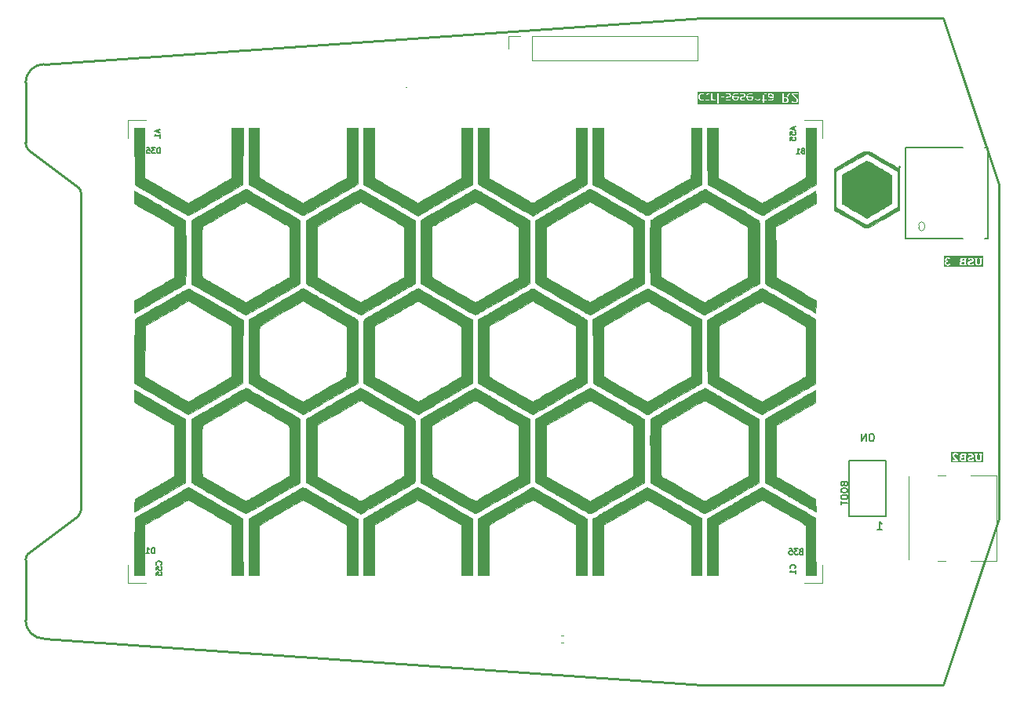
<source format=gbr>
G04 #@! TF.GenerationSoftware,KiCad,Pcbnew,8.0.1-8.0.1-1~ubuntu22.04.1*
G04 #@! TF.CreationDate,2024-03-31T08:55:46-05:00*
G04 #@! TF.ProjectId,controller,636f6e74-726f-46c6-9c65-722e6b696361,rev?*
G04 #@! TF.SameCoordinates,Original*
G04 #@! TF.FileFunction,Legend,Bot*
G04 #@! TF.FilePolarity,Positive*
%FSLAX46Y46*%
G04 Gerber Fmt 4.6, Leading zero omitted, Abs format (unit mm)*
G04 Created by KiCad (PCBNEW 8.0.1-8.0.1-1~ubuntu22.04.1) date 2024-03-31 08:55:46*
%MOMM*%
%LPD*%
G01*
G04 APERTURE LIST*
%ADD10C,0.140000*%
%ADD11C,0.150000*%
%ADD12C,0.250000*%
%ADD13C,0.200000*%
%ADD14C,0.100000*%
%ADD15C,0.010000*%
%ADD16C,0.120000*%
%ADD17C,0.152400*%
G04 #@! TA.AperFunction,Profile*
%ADD18C,0.254000*%
G04 #@! TD*
G04 #@! TA.AperFunction,Profile*
%ADD19C,0.010000*%
G04 #@! TD*
G04 APERTURE END LIST*
D10*
G36*
X165040888Y-72693133D02*
G01*
X165090500Y-72705688D01*
X165133612Y-72729858D01*
X165140161Y-72735418D01*
X165171268Y-72776188D01*
X165187170Y-72824361D01*
X165191208Y-72871461D01*
X165186223Y-72923401D01*
X165169224Y-72970397D01*
X165140161Y-73006772D01*
X165094915Y-73034455D01*
X165046295Y-73047765D01*
X164994054Y-73052157D01*
X164987753Y-73052201D01*
X164814585Y-73052201D01*
X164814585Y-72689501D01*
X164987753Y-72689501D01*
X165040888Y-72693133D01*
G37*
G36*
X159832764Y-72594734D02*
G01*
X159827955Y-72643690D01*
X159814554Y-72692597D01*
X159789738Y-72739280D01*
X159773413Y-72759598D01*
X159734678Y-72792185D01*
X159688691Y-72812702D01*
X159635454Y-72821150D01*
X159623936Y-72821392D01*
X159573561Y-72817698D01*
X159523166Y-72804710D01*
X159479417Y-72782372D01*
X159453943Y-72762285D01*
X159419539Y-72720382D01*
X159397875Y-72674186D01*
X159386014Y-72626375D01*
X159382136Y-72593269D01*
X159832764Y-72594734D01*
G37*
G36*
X161378333Y-72594734D02*
G01*
X161373524Y-72643690D01*
X161360122Y-72692597D01*
X161335307Y-72739280D01*
X161318982Y-72759598D01*
X161280246Y-72792185D01*
X161234260Y-72812702D01*
X161181023Y-72821150D01*
X161169505Y-72821392D01*
X161119130Y-72817698D01*
X161068735Y-72804710D01*
X161024986Y-72782372D01*
X160999512Y-72762285D01*
X160965108Y-72720382D01*
X160943444Y-72674186D01*
X160931583Y-72626375D01*
X160927705Y-72593269D01*
X161378333Y-72594734D01*
G37*
G36*
X163430308Y-72232522D02*
G01*
X163479987Y-72248837D01*
X163523096Y-72276898D01*
X163548186Y-72302131D01*
X163578765Y-72347800D01*
X163597545Y-72394946D01*
X163608418Y-72448260D01*
X163611445Y-72499968D01*
X163611445Y-72527323D01*
X163486393Y-72527323D01*
X163432520Y-72526113D01*
X163377960Y-72521640D01*
X163326539Y-72512492D01*
X163278664Y-72495004D01*
X163274878Y-72492885D01*
X163236609Y-72456678D01*
X163218600Y-72408300D01*
X163215772Y-72373450D01*
X163223027Y-72323473D01*
X163247070Y-72279929D01*
X163259735Y-72266960D01*
X163304515Y-72240246D01*
X163352944Y-72229255D01*
X163380636Y-72227882D01*
X163430308Y-72232522D01*
G37*
G36*
X166456610Y-73321337D02*
G01*
X155484528Y-73321337D01*
X155484528Y-72524637D01*
X155595639Y-72524637D01*
X155598167Y-72581856D01*
X155605752Y-72635056D01*
X155618394Y-72684238D01*
X155640238Y-72737950D01*
X155669364Y-72785875D01*
X155699198Y-72821392D01*
X155740803Y-72857831D01*
X155787767Y-72886730D01*
X155840088Y-72908091D01*
X155887782Y-72920133D01*
X155939197Y-72926939D01*
X155983008Y-72928614D01*
X156033331Y-72926370D01*
X156082999Y-72919638D01*
X156097070Y-72916891D01*
X156120880Y-72910785D01*
X156339847Y-72910785D01*
X156431682Y-72910785D01*
X156431682Y-73129138D01*
X156559666Y-73129138D01*
X156559666Y-72910785D01*
X156819296Y-72910785D01*
X156819296Y-72813087D01*
X156559666Y-72813087D01*
X156559666Y-72395432D01*
X156562146Y-72342834D01*
X156572788Y-72294283D01*
X156585067Y-72273799D01*
X156630336Y-72252272D01*
X156679062Y-72247281D01*
X156688626Y-72247177D01*
X156819296Y-72247177D01*
X156819296Y-72141420D01*
X156990754Y-72141420D01*
X156990754Y-72910785D01*
X157118493Y-72910785D01*
X157118493Y-72791106D01*
X157148083Y-72834997D01*
X157183792Y-72870289D01*
X157221564Y-72894909D01*
X157269121Y-72914099D01*
X157317664Y-72924632D01*
X157371264Y-72928581D01*
X157376902Y-72928614D01*
X157405723Y-72927149D01*
X157440161Y-72922997D01*
X157441382Y-72792571D01*
X157395465Y-72810401D01*
X157345413Y-72815969D01*
X157339777Y-72816018D01*
X157289295Y-72811668D01*
X157239984Y-72796373D01*
X157198594Y-72770065D01*
X157175402Y-72746409D01*
X157147892Y-72702561D01*
X157130997Y-72655476D01*
X157121216Y-72600758D01*
X157118493Y-72546618D01*
X157118493Y-72141420D01*
X157663155Y-72141420D01*
X157663155Y-73210226D01*
X157789672Y-73210226D01*
X157789672Y-72469682D01*
X158046372Y-72469682D01*
X158046372Y-72582278D01*
X158417377Y-72582278D01*
X158417377Y-72469682D01*
X158046372Y-72469682D01*
X157789672Y-72469682D01*
X157789672Y-72299445D01*
X158527530Y-72299445D01*
X158574715Y-72276897D01*
X158621899Y-72258620D01*
X158664795Y-72245711D01*
X158716040Y-72234846D01*
X158766461Y-72228996D01*
X158799617Y-72227882D01*
X158851327Y-72230839D01*
X158902802Y-72242196D01*
X158936881Y-72258168D01*
X158972968Y-72294621D01*
X158984997Y-72343408D01*
X158975071Y-72391722D01*
X158949826Y-72422787D01*
X158903604Y-72446423D01*
X158851411Y-72462675D01*
X158798151Y-72475300D01*
X158754187Y-72486290D01*
X158706196Y-72498334D01*
X158658904Y-72515160D01*
X158615335Y-72537994D01*
X158585171Y-72561762D01*
X158555552Y-72601393D01*
X158538228Y-72650432D01*
X158533148Y-72703178D01*
X158537956Y-72753782D01*
X158554861Y-72803523D01*
X158583938Y-72845651D01*
X158610084Y-72869508D01*
X158652491Y-72895367D01*
X158702774Y-72913838D01*
X158753234Y-72923939D01*
X158809724Y-72928383D01*
X158826972Y-72928614D01*
X158879270Y-72927240D01*
X158928821Y-72923119D01*
X158960328Y-72918845D01*
X159008964Y-72909049D01*
X159057824Y-72893902D01*
X159074390Y-72887337D01*
X159074390Y-72769124D01*
X159029256Y-72789251D01*
X158979567Y-72805787D01*
X158961550Y-72810401D01*
X158910599Y-72819751D01*
X158858620Y-72823865D01*
X158843580Y-72824078D01*
X158794022Y-72821799D01*
X158743632Y-72812820D01*
X158701431Y-72795258D01*
X158665894Y-72759232D01*
X158654048Y-72708796D01*
X158667405Y-72661092D01*
X158688242Y-72639431D01*
X158735286Y-72616046D01*
X158783047Y-72600934D01*
X158824285Y-72590582D01*
X158866783Y-72582278D01*
X158914603Y-72570231D01*
X158963468Y-72554201D01*
X159010183Y-72533276D01*
X159031527Y-72519263D01*
X159244627Y-72519263D01*
X159247126Y-72576144D01*
X159249543Y-72593269D01*
X159254621Y-72629244D01*
X159267113Y-72678564D01*
X159288700Y-72732757D01*
X159317483Y-72781506D01*
X159346965Y-72817972D01*
X159387832Y-72855573D01*
X159433679Y-72885395D01*
X159484506Y-72907437D01*
X159540314Y-72921699D01*
X159590624Y-72927642D01*
X159622471Y-72928614D01*
X159678447Y-72925111D01*
X159729873Y-72914601D01*
X159776747Y-72897084D01*
X159819071Y-72872561D01*
X159856844Y-72841030D01*
X159868423Y-72828963D01*
X159899218Y-72789061D01*
X159923641Y-72744093D01*
X159941693Y-72694058D01*
X159953374Y-72638958D01*
X159958241Y-72589170D01*
X159959037Y-72557609D01*
X159959037Y-72495816D01*
X159376518Y-72495816D01*
X159383132Y-72441700D01*
X159395706Y-72393474D01*
X159417375Y-72345572D01*
X159446829Y-72305364D01*
X159455409Y-72296514D01*
X159494213Y-72266487D01*
X159539795Y-72245040D01*
X159592154Y-72232171D01*
X159643529Y-72227949D01*
X159651291Y-72227882D01*
X159701588Y-72229988D01*
X159750383Y-72236309D01*
X159793441Y-72245711D01*
X159840174Y-72260105D01*
X159886677Y-72278770D01*
X159928751Y-72299445D01*
X160073099Y-72299445D01*
X160120284Y-72276897D01*
X160167468Y-72258620D01*
X160210363Y-72245711D01*
X160261609Y-72234846D01*
X160312029Y-72228996D01*
X160345185Y-72227882D01*
X160396896Y-72230839D01*
X160448370Y-72242196D01*
X160482450Y-72258168D01*
X160518537Y-72294621D01*
X160530566Y-72343408D01*
X160520640Y-72391722D01*
X160495395Y-72422787D01*
X160449173Y-72446423D01*
X160396980Y-72462675D01*
X160343720Y-72475300D01*
X160299756Y-72486290D01*
X160251764Y-72498334D01*
X160204473Y-72515160D01*
X160160904Y-72537994D01*
X160130740Y-72561762D01*
X160101121Y-72601393D01*
X160083797Y-72650432D01*
X160078716Y-72703178D01*
X160083525Y-72753782D01*
X160100430Y-72803523D01*
X160129507Y-72845651D01*
X160155653Y-72869508D01*
X160198060Y-72895367D01*
X160248343Y-72913838D01*
X160298803Y-72923939D01*
X160355293Y-72928383D01*
X160372541Y-72928614D01*
X160424839Y-72927240D01*
X160474390Y-72923119D01*
X160505897Y-72918845D01*
X160554532Y-72909049D01*
X160603392Y-72893902D01*
X160619959Y-72887337D01*
X160619959Y-72769124D01*
X160574824Y-72789251D01*
X160525136Y-72805787D01*
X160507118Y-72810401D01*
X160456168Y-72819751D01*
X160404189Y-72823865D01*
X160389149Y-72824078D01*
X160339591Y-72821799D01*
X160289200Y-72812820D01*
X160247000Y-72795258D01*
X160211462Y-72759232D01*
X160199617Y-72708796D01*
X160212974Y-72661092D01*
X160233811Y-72639431D01*
X160280855Y-72616046D01*
X160328616Y-72600934D01*
X160369854Y-72590582D01*
X160412352Y-72582278D01*
X160460171Y-72570231D01*
X160509036Y-72554201D01*
X160555752Y-72533276D01*
X160577096Y-72519263D01*
X160790196Y-72519263D01*
X160792694Y-72576144D01*
X160795111Y-72593269D01*
X160800190Y-72629244D01*
X160812682Y-72678564D01*
X160834269Y-72732757D01*
X160863052Y-72781506D01*
X160892534Y-72817972D01*
X160933400Y-72855573D01*
X160979247Y-72885395D01*
X161030075Y-72907437D01*
X161085882Y-72921699D01*
X161136193Y-72927642D01*
X161168040Y-72928614D01*
X161224016Y-72925111D01*
X161275442Y-72914601D01*
X161322316Y-72897084D01*
X161364640Y-72872561D01*
X161402413Y-72841030D01*
X161413992Y-72828963D01*
X161444787Y-72789061D01*
X161469210Y-72744093D01*
X161487262Y-72694058D01*
X161498943Y-72638958D01*
X161503810Y-72589170D01*
X161504606Y-72557609D01*
X161504606Y-72495816D01*
X160922087Y-72495816D01*
X160928700Y-72441700D01*
X160941274Y-72393474D01*
X160962943Y-72345572D01*
X160992397Y-72305364D01*
X161000977Y-72296514D01*
X161039782Y-72266487D01*
X161085363Y-72245040D01*
X161137723Y-72232171D01*
X161189097Y-72227949D01*
X161196860Y-72227882D01*
X161247157Y-72229988D01*
X161295952Y-72236309D01*
X161339010Y-72245711D01*
X161385743Y-72260105D01*
X161432245Y-72278770D01*
X161474320Y-72299445D01*
X161474320Y-72181231D01*
X161426789Y-72162199D01*
X161378565Y-72146745D01*
X161356940Y-72141420D01*
X161669470Y-72141420D01*
X161669470Y-72910785D01*
X161797209Y-72910785D01*
X161797209Y-72791106D01*
X161826428Y-72830766D01*
X161862590Y-72866569D01*
X161902966Y-72894176D01*
X161951968Y-72915162D01*
X162001230Y-72925890D01*
X162044627Y-72928614D01*
X162099743Y-72924699D01*
X162148618Y-72912953D01*
X162153160Y-72910785D01*
X162481089Y-72910785D01*
X162572924Y-72910785D01*
X162572924Y-73129138D01*
X162700908Y-73129138D01*
X162700908Y-72910785D01*
X162960538Y-72910785D01*
X162960538Y-72813087D01*
X162700908Y-72813087D01*
X162700908Y-72395432D01*
X162702324Y-72365390D01*
X163089498Y-72365390D01*
X163090122Y-72373450D01*
X163093635Y-72418795D01*
X163106047Y-72466169D01*
X163130365Y-72512926D01*
X163165490Y-72551807D01*
X163175960Y-72560296D01*
X163218020Y-72585992D01*
X163268331Y-72605376D01*
X163318022Y-72616968D01*
X163373775Y-72623923D01*
X163424867Y-72626177D01*
X163435590Y-72626242D01*
X163611445Y-72626242D01*
X163611445Y-72640163D01*
X163605864Y-72690386D01*
X163586831Y-72736815D01*
X163554292Y-72774009D01*
X163509742Y-72800985D01*
X163459825Y-72815793D01*
X163407231Y-72821207D01*
X163394557Y-72821392D01*
X163345476Y-72819262D01*
X163293157Y-72812149D01*
X163265353Y-72806249D01*
X163214882Y-72791002D01*
X163169940Y-72771705D01*
X163144453Y-72758133D01*
X163144453Y-72876346D01*
X163192068Y-72892755D01*
X163242695Y-72907100D01*
X163279763Y-72915425D01*
X163328192Y-72923462D01*
X163379571Y-72927983D01*
X163406769Y-72928614D01*
X163456696Y-72926497D01*
X163511193Y-72918369D01*
X163559782Y-72904143D01*
X163609003Y-72879842D01*
X163650182Y-72847243D01*
X163655409Y-72841908D01*
X163687576Y-72799803D01*
X163711842Y-72749144D01*
X163726354Y-72698912D01*
X163735061Y-72642394D01*
X163737882Y-72590495D01*
X163737963Y-72579591D01*
X163737963Y-72141420D01*
X164674634Y-72141420D01*
X164674634Y-72689501D01*
X164674634Y-73167728D01*
X164987753Y-73167728D01*
X165040526Y-73165915D01*
X165098091Y-73158954D01*
X165149370Y-73146773D01*
X165201252Y-73125963D01*
X165244579Y-73098046D01*
X165250070Y-73093478D01*
X165283855Y-73057453D01*
X165309342Y-73014344D01*
X165326531Y-72964154D01*
X165334660Y-72915496D01*
X165336776Y-72870973D01*
X165333241Y-72819393D01*
X165321019Y-72768064D01*
X165300068Y-72723031D01*
X165292080Y-72710750D01*
X165256416Y-72671512D01*
X165215429Y-72643806D01*
X165166285Y-72623684D01*
X165160922Y-72622090D01*
X165205313Y-72598520D01*
X165242853Y-72563672D01*
X165248116Y-72557609D01*
X165279898Y-72515352D01*
X165306803Y-72472108D01*
X165331344Y-72426949D01*
X165334090Y-72421566D01*
X165474041Y-72141420D01*
X165694348Y-72141420D01*
X165694348Y-72258168D01*
X165910014Y-72477986D01*
X166080496Y-72655062D01*
X166115089Y-72695739D01*
X166146049Y-72736450D01*
X166172811Y-72779068D01*
X166174529Y-72782313D01*
X166193814Y-72830466D01*
X166201370Y-72881475D01*
X166201396Y-72884651D01*
X166194556Y-72936907D01*
X166174036Y-72982179D01*
X166143511Y-73017274D01*
X166099813Y-73046615D01*
X166053025Y-73062720D01*
X165999511Y-73068759D01*
X165993790Y-73068810D01*
X165944262Y-73065615D01*
X165892398Y-73056033D01*
X165856525Y-73046095D01*
X165810081Y-73029680D01*
X165761728Y-73008829D01*
X165716580Y-72986270D01*
X165701187Y-72977951D01*
X165701187Y-73118147D01*
X165747441Y-73135438D01*
X165796795Y-73151705D01*
X165844003Y-73164871D01*
X165857746Y-73168217D01*
X165906343Y-73178090D01*
X165956065Y-73184186D01*
X165991103Y-73185558D01*
X166048554Y-73182750D01*
X166101470Y-73174326D01*
X166149853Y-73160287D01*
X166200570Y-73136811D01*
X166245116Y-73105690D01*
X166282136Y-73068296D01*
X166310064Y-73025782D01*
X166328899Y-72978149D01*
X166338642Y-72925397D01*
X166340126Y-72892955D01*
X166336135Y-72842686D01*
X166324163Y-72794674D01*
X166315946Y-72773276D01*
X166292670Y-72728224D01*
X166265141Y-72686221D01*
X166234042Y-72644952D01*
X166230217Y-72640163D01*
X166194130Y-72600901D01*
X166157785Y-72562556D01*
X166121529Y-72524637D01*
X165860677Y-72258168D01*
X166345499Y-72258168D01*
X166345499Y-72141420D01*
X165694348Y-72141420D01*
X165474041Y-72141420D01*
X165325786Y-72141420D01*
X165193894Y-72403736D01*
X165168707Y-72451532D01*
X165140882Y-72494609D01*
X165107608Y-72531884D01*
X165095709Y-72541245D01*
X165051405Y-72562594D01*
X165000206Y-72572640D01*
X164965772Y-72574218D01*
X164814585Y-72574218D01*
X164814585Y-72141420D01*
X164674634Y-72141420D01*
X163737963Y-72141420D01*
X163611445Y-72141420D01*
X163611445Y-72258168D01*
X163582713Y-72217911D01*
X163546094Y-72181837D01*
X163504222Y-72154364D01*
X163456487Y-72135175D01*
X163407180Y-72124642D01*
X163357992Y-72120791D01*
X163346442Y-72120659D01*
X163297061Y-72123850D01*
X163246350Y-72135310D01*
X163196599Y-72158165D01*
X163158863Y-72187337D01*
X163125332Y-72228379D01*
X163102775Y-72276493D01*
X163091937Y-72325196D01*
X163089498Y-72365390D01*
X162702324Y-72365390D01*
X162703388Y-72342834D01*
X162714030Y-72294283D01*
X162726309Y-72273799D01*
X162771578Y-72252272D01*
X162820304Y-72247281D01*
X162829868Y-72247177D01*
X162960538Y-72247177D01*
X162960538Y-72141420D01*
X162829868Y-72141420D01*
X162778440Y-72143326D01*
X162726427Y-72150368D01*
X162677518Y-72164771D01*
X162632180Y-72192306D01*
X162628612Y-72195642D01*
X162599245Y-72238451D01*
X162583583Y-72285544D01*
X162575589Y-72336117D01*
X162572979Y-72386423D01*
X162572924Y-72395432D01*
X162572924Y-72813087D01*
X162481089Y-72813087D01*
X162481089Y-72910785D01*
X162153160Y-72910785D01*
X162196833Y-72889941D01*
X162236897Y-72856701D01*
X162245639Y-72846793D01*
X162275452Y-72801043D01*
X162294551Y-72753073D01*
X162307128Y-72697693D01*
X162312718Y-72644327D01*
X162313783Y-72605725D01*
X162313783Y-72141420D01*
X162187509Y-72141420D01*
X162187509Y-72601573D01*
X162184838Y-72653002D01*
X162175446Y-72702428D01*
X162154784Y-72750718D01*
X162144767Y-72764972D01*
X162106882Y-72797715D01*
X162056977Y-72815347D01*
X162017028Y-72818705D01*
X161963237Y-72813585D01*
X161916169Y-72798226D01*
X161871757Y-72769150D01*
X161856316Y-72753981D01*
X161827744Y-72713905D01*
X161808523Y-72666216D01*
X161799287Y-72617437D01*
X161797209Y-72576905D01*
X161797209Y-72141420D01*
X161669470Y-72141420D01*
X161356940Y-72141420D01*
X161334125Y-72135802D01*
X161284920Y-72127181D01*
X161235369Y-72122138D01*
X161190021Y-72120659D01*
X161134332Y-72123277D01*
X161082364Y-72131130D01*
X161034116Y-72144219D01*
X160981131Y-72166836D01*
X160933503Y-72196992D01*
X160897907Y-72227882D01*
X160861302Y-72270795D01*
X160832271Y-72319118D01*
X160810812Y-72372850D01*
X160798716Y-72421760D01*
X160791879Y-72474426D01*
X160790196Y-72519263D01*
X160577096Y-72519263D01*
X160596665Y-72506415D01*
X160604083Y-72499968D01*
X160636622Y-72459185D01*
X160654482Y-72413695D01*
X160661180Y-72360191D01*
X160661236Y-72354399D01*
X160655908Y-72303536D01*
X160637178Y-72252883D01*
X160604963Y-72209186D01*
X160575995Y-72183918D01*
X160529436Y-72156242D01*
X160482236Y-72138512D01*
X160429005Y-72126837D01*
X160378578Y-72121647D01*
X160342499Y-72120659D01*
X160291327Y-72122715D01*
X160242732Y-72128262D01*
X160213783Y-72133115D01*
X160162858Y-72144175D01*
X160114246Y-72157330D01*
X160073099Y-72170240D01*
X160073099Y-72299445D01*
X159928751Y-72299445D01*
X159928751Y-72181231D01*
X159881220Y-72162199D01*
X159832997Y-72146745D01*
X159788556Y-72135802D01*
X159739351Y-72127181D01*
X159689800Y-72122138D01*
X159644453Y-72120659D01*
X159588763Y-72123277D01*
X159536795Y-72131130D01*
X159488548Y-72144219D01*
X159435562Y-72166836D01*
X159387935Y-72196992D01*
X159352338Y-72227882D01*
X159315733Y-72270795D01*
X159286702Y-72319118D01*
X159265244Y-72372850D01*
X159253147Y-72421760D01*
X159246310Y-72474426D01*
X159244627Y-72519263D01*
X159031527Y-72519263D01*
X159051096Y-72506415D01*
X159058514Y-72499968D01*
X159091053Y-72459185D01*
X159108914Y-72413695D01*
X159115611Y-72360191D01*
X159115667Y-72354399D01*
X159110339Y-72303536D01*
X159091610Y-72252883D01*
X159059395Y-72209186D01*
X159030426Y-72183918D01*
X158983867Y-72156242D01*
X158936667Y-72138512D01*
X158883436Y-72126837D01*
X158833009Y-72121647D01*
X158796930Y-72120659D01*
X158745758Y-72122715D01*
X158697164Y-72128262D01*
X158668214Y-72133115D01*
X158617289Y-72144175D01*
X158568677Y-72157330D01*
X158527530Y-72170240D01*
X158527530Y-72299445D01*
X157789672Y-72299445D01*
X157789672Y-72141420D01*
X157663155Y-72141420D01*
X157118493Y-72141420D01*
X156990754Y-72141420D01*
X156819296Y-72141420D01*
X156688626Y-72141420D01*
X156637197Y-72143326D01*
X156585185Y-72150368D01*
X156536275Y-72164771D01*
X156490938Y-72192306D01*
X156487370Y-72195642D01*
X156458003Y-72238451D01*
X156442341Y-72285544D01*
X156434347Y-72336117D01*
X156431737Y-72386423D01*
X156431682Y-72395432D01*
X156431682Y-72813087D01*
X156339847Y-72813087D01*
X156339847Y-72910785D01*
X156120880Y-72910785D01*
X156145642Y-72904435D01*
X156192626Y-72887585D01*
X156205758Y-72881964D01*
X156205758Y-72763750D01*
X156161309Y-72784789D01*
X156113891Y-72802126D01*
X156097070Y-72806981D01*
X156046601Y-72817325D01*
X155995489Y-72821335D01*
X155988626Y-72821392D01*
X155937245Y-72817675D01*
X155885106Y-72804326D01*
X155839990Y-72781268D01*
X155801896Y-72748501D01*
X155797628Y-72743722D01*
X155768136Y-72700934D01*
X155747070Y-72650239D01*
X155735549Y-72599393D01*
X155730480Y-72542494D01*
X155730217Y-72525125D01*
X155732587Y-72474558D01*
X155741342Y-72421098D01*
X155756549Y-72373599D01*
X155781828Y-72326613D01*
X155797628Y-72306039D01*
X155834844Y-72271845D01*
X155879083Y-72247421D01*
X155930343Y-72232766D01*
X155980956Y-72227958D01*
X155988626Y-72227882D01*
X156039824Y-72231209D01*
X156090378Y-72241191D01*
X156097070Y-72243025D01*
X156144320Y-72259173D01*
X156192038Y-72281119D01*
X156205758Y-72288454D01*
X156205758Y-72170240D01*
X156158086Y-72150993D01*
X156109106Y-72136420D01*
X156094871Y-72133115D01*
X156043908Y-72124600D01*
X155994491Y-72120963D01*
X155974948Y-72120659D01*
X155922544Y-72123342D01*
X155873564Y-72131392D01*
X155819304Y-72148136D01*
X155769974Y-72172608D01*
X155725572Y-72204808D01*
X155698709Y-72230568D01*
X155663682Y-72274395D01*
X155635901Y-72323442D01*
X155615367Y-72377709D01*
X155603792Y-72426920D01*
X155597249Y-72479757D01*
X155595639Y-72524637D01*
X155484528Y-72524637D01*
X155484528Y-72009548D01*
X166456610Y-72009548D01*
X166456610Y-73321337D01*
G37*
D11*
X171329366Y-114320001D02*
X171362700Y-114420001D01*
X171362700Y-114420001D02*
X171396033Y-114453334D01*
X171396033Y-114453334D02*
X171462700Y-114486667D01*
X171462700Y-114486667D02*
X171562700Y-114486667D01*
X171562700Y-114486667D02*
X171629366Y-114453334D01*
X171629366Y-114453334D02*
X171662700Y-114420001D01*
X171662700Y-114420001D02*
X171696033Y-114353334D01*
X171696033Y-114353334D02*
X171696033Y-114086667D01*
X171696033Y-114086667D02*
X170996033Y-114086667D01*
X170996033Y-114086667D02*
X170996033Y-114320001D01*
X170996033Y-114320001D02*
X171029366Y-114386667D01*
X171029366Y-114386667D02*
X171062700Y-114420001D01*
X171062700Y-114420001D02*
X171129366Y-114453334D01*
X171129366Y-114453334D02*
X171196033Y-114453334D01*
X171196033Y-114453334D02*
X171262700Y-114420001D01*
X171262700Y-114420001D02*
X171296033Y-114386667D01*
X171296033Y-114386667D02*
X171329366Y-114320001D01*
X171329366Y-114320001D02*
X171329366Y-114086667D01*
X170996033Y-114920001D02*
X170996033Y-115053334D01*
X170996033Y-115053334D02*
X171029366Y-115120001D01*
X171029366Y-115120001D02*
X171096033Y-115186667D01*
X171096033Y-115186667D02*
X171229366Y-115220001D01*
X171229366Y-115220001D02*
X171462700Y-115220001D01*
X171462700Y-115220001D02*
X171596033Y-115186667D01*
X171596033Y-115186667D02*
X171662700Y-115120001D01*
X171662700Y-115120001D02*
X171696033Y-115053334D01*
X171696033Y-115053334D02*
X171696033Y-114920001D01*
X171696033Y-114920001D02*
X171662700Y-114853334D01*
X171662700Y-114853334D02*
X171596033Y-114786667D01*
X171596033Y-114786667D02*
X171462700Y-114753334D01*
X171462700Y-114753334D02*
X171229366Y-114753334D01*
X171229366Y-114753334D02*
X171096033Y-114786667D01*
X171096033Y-114786667D02*
X171029366Y-114853334D01*
X171029366Y-114853334D02*
X170996033Y-114920001D01*
X170996033Y-115653334D02*
X170996033Y-115786667D01*
X170996033Y-115786667D02*
X171029366Y-115853334D01*
X171029366Y-115853334D02*
X171096033Y-115920000D01*
X171096033Y-115920000D02*
X171229366Y-115953334D01*
X171229366Y-115953334D02*
X171462700Y-115953334D01*
X171462700Y-115953334D02*
X171596033Y-115920000D01*
X171596033Y-115920000D02*
X171662700Y-115853334D01*
X171662700Y-115853334D02*
X171696033Y-115786667D01*
X171696033Y-115786667D02*
X171696033Y-115653334D01*
X171696033Y-115653334D02*
X171662700Y-115586667D01*
X171662700Y-115586667D02*
X171596033Y-115520000D01*
X171596033Y-115520000D02*
X171462700Y-115486667D01*
X171462700Y-115486667D02*
X171229366Y-115486667D01*
X171229366Y-115486667D02*
X171096033Y-115520000D01*
X171096033Y-115520000D02*
X171029366Y-115586667D01*
X171029366Y-115586667D02*
X170996033Y-115653334D01*
X170996033Y-116153333D02*
X170996033Y-116553333D01*
X171696033Y-116353333D02*
X170996033Y-116353333D01*
D12*
G36*
X184263328Y-90564431D02*
G01*
X184161235Y-90564431D01*
X184114958Y-90563282D01*
X184065801Y-90558151D01*
X184013193Y-90542540D01*
X183976209Y-90509923D01*
X183963886Y-90458185D01*
X183968582Y-90421939D01*
X184000567Y-90378063D01*
X184046188Y-90359565D01*
X184099611Y-90352138D01*
X184154152Y-90350474D01*
X184263328Y-90350474D01*
X184263328Y-90564431D01*
G37*
G36*
X184263328Y-90213454D02*
G01*
X184172470Y-90213454D01*
X184127718Y-90211936D01*
X184078090Y-90203871D01*
X184033190Y-90177205D01*
X184018353Y-90128213D01*
X184020333Y-90107212D01*
X184050562Y-90063489D01*
X184097953Y-90047703D01*
X184150000Y-90044193D01*
X184263328Y-90044193D01*
X184263328Y-90213454D01*
G37*
G36*
X186358391Y-90866263D02*
G01*
X182055181Y-90866263D01*
X182055181Y-90464047D01*
X182180181Y-90464047D01*
X182181550Y-90494651D01*
X182192361Y-90551576D01*
X182213623Y-90602262D01*
X182244961Y-90646078D01*
X182286001Y-90682390D01*
X182336368Y-90710567D01*
X182395686Y-90729975D01*
X182445824Y-90738396D01*
X182500628Y-90741263D01*
X182562040Y-90738303D01*
X182616815Y-90729901D01*
X182675221Y-90712843D01*
X182721576Y-90689809D01*
X182759979Y-90656255D01*
X182779309Y-90605464D01*
X182777198Y-90586085D01*
X182750305Y-90544530D01*
X182700907Y-90529993D01*
X182687363Y-90531514D01*
X182639662Y-90549467D01*
X182594676Y-90569321D01*
X182542202Y-90585862D01*
X182490858Y-90591542D01*
X182482848Y-90591398D01*
X182433518Y-90582562D01*
X182387840Y-90552136D01*
X182364558Y-90508521D01*
X182360017Y-90474061D01*
X183770446Y-90474061D01*
X183776190Y-90527214D01*
X183793130Y-90575971D01*
X183820833Y-90619141D01*
X183858862Y-90655533D01*
X183884389Y-90672319D01*
X183930797Y-90692762D01*
X183979625Y-90704097D01*
X184031117Y-90708964D01*
X184085519Y-90710000D01*
X184133147Y-90710000D01*
X184432833Y-90710000D01*
X184462035Y-90707828D01*
X184506404Y-90682987D01*
X184518318Y-90634528D01*
X184517081Y-90617243D01*
X184491337Y-90572652D01*
X184444068Y-90560279D01*
X184432833Y-90560279D01*
X184432833Y-90466245D01*
X184646301Y-90466245D01*
X184647675Y-90496448D01*
X184658568Y-90551675D01*
X184680098Y-90599784D01*
X184711999Y-90640517D01*
X184754005Y-90673616D01*
X184805850Y-90698825D01*
X184867268Y-90715884D01*
X184919454Y-90723176D01*
X184976762Y-90725631D01*
X185028442Y-90724147D01*
X185079160Y-90718884D01*
X185130154Y-90708629D01*
X185182658Y-90692170D01*
X185198177Y-90711727D01*
X185246894Y-90725631D01*
X185270709Y-90724322D01*
X185314765Y-90700265D01*
X185325296Y-90651625D01*
X185329448Y-90492379D01*
X185329448Y-90485540D01*
X185327947Y-90460983D01*
X185302078Y-90415681D01*
X185252512Y-90405673D01*
X185223554Y-90410881D01*
X185189349Y-90447208D01*
X185167271Y-90492379D01*
X185156305Y-90511119D01*
X185120420Y-90551676D01*
X185074437Y-90578846D01*
X185025487Y-90591945D01*
X184976762Y-90595450D01*
X184947340Y-90593846D01*
X184898365Y-90581217D01*
X184857895Y-90548443D01*
X184843649Y-90497752D01*
X184844567Y-90482480D01*
X184866537Y-90438007D01*
X184909628Y-90414008D01*
X184964159Y-90398193D01*
X185021929Y-90384545D01*
X185076168Y-90371235D01*
X185104167Y-90363580D01*
X185155013Y-90347077D01*
X185208778Y-90323082D01*
X185251474Y-90293749D01*
X185287815Y-90249095D01*
X185305451Y-90201998D01*
X185311374Y-90144089D01*
X185310999Y-90129862D01*
X185302218Y-90075757D01*
X185282411Y-90026713D01*
X185252410Y-89983500D01*
X185240987Y-89972875D01*
X185425436Y-89972875D01*
X185426612Y-89990223D01*
X185451787Y-90035687D01*
X185499685Y-90048590D01*
X185510921Y-90048590D01*
X185510921Y-90400544D01*
X185513251Y-90459750D01*
X185520418Y-90512806D01*
X185537955Y-90574105D01*
X185565188Y-90624766D01*
X185602744Y-90664959D01*
X185651249Y-90694852D01*
X185711330Y-90714614D01*
X185764365Y-90722889D01*
X185824528Y-90725631D01*
X185886816Y-90722988D01*
X185941577Y-90714970D01*
X186003414Y-90695688D01*
X186053139Y-90666300D01*
X186091478Y-90626491D01*
X186119153Y-90575945D01*
X186136888Y-90514348D01*
X186144103Y-90460709D01*
X186146441Y-90400544D01*
X186146441Y-90048590D01*
X186157676Y-90048590D01*
X186175024Y-90047350D01*
X186220488Y-90021303D01*
X186233391Y-89972875D01*
X186229331Y-89941187D01*
X186196342Y-89904837D01*
X186146441Y-89897159D01*
X185970097Y-89897159D01*
X185940238Y-89899354D01*
X185895305Y-89924338D01*
X185883391Y-89972875D01*
X185884630Y-89990223D01*
X185910627Y-90035687D01*
X185958862Y-90048590D01*
X185970097Y-90048590D01*
X185970097Y-90403475D01*
X185967389Y-90454823D01*
X185956119Y-90504146D01*
X185924927Y-90549776D01*
X185879834Y-90571583D01*
X185825994Y-90577376D01*
X185773129Y-90571688D01*
X185723059Y-90545694D01*
X185696317Y-90504688D01*
X185684537Y-90455230D01*
X185681646Y-90403475D01*
X185681646Y-90048590D01*
X185692882Y-90048590D01*
X185710167Y-90047350D01*
X185754758Y-90021303D01*
X185767131Y-89972875D01*
X185764287Y-89945118D01*
X185731148Y-89904837D01*
X185681646Y-89897159D01*
X185510921Y-89897159D01*
X185481174Y-89899354D01*
X185436963Y-89924338D01*
X185425436Y-89972875D01*
X185240987Y-89972875D01*
X185213049Y-89946889D01*
X185165162Y-89917648D01*
X185109579Y-89896548D01*
X185047136Y-89884359D01*
X184996301Y-89881528D01*
X184967147Y-89882457D01*
X184916227Y-89888800D01*
X184866502Y-89901121D01*
X184817027Y-89919385D01*
X184796326Y-89891341D01*
X184747173Y-89881528D01*
X184743058Y-89881570D01*
X184696624Y-89905582D01*
X184689776Y-89954556D01*
X184686845Y-90084982D01*
X184686845Y-90091821D01*
X184687306Y-90105325D01*
X184708759Y-90152483D01*
X184756943Y-90163384D01*
X184762041Y-90163296D01*
X184810799Y-90144119D01*
X184835345Y-90100125D01*
X184843789Y-90085636D01*
X184879610Y-90046705D01*
X184926724Y-90023140D01*
X184978227Y-90016106D01*
X185008588Y-90018102D01*
X185059040Y-90032927D01*
X185100636Y-90067810D01*
X185115247Y-90115268D01*
X185096984Y-90161298D01*
X185051173Y-90186207D01*
X184999453Y-90200028D01*
X184945476Y-90211081D01*
X184895429Y-90221025D01*
X184850173Y-90231785D01*
X184797085Y-90249603D01*
X184742221Y-90277813D01*
X184699929Y-90313085D01*
X184669990Y-90355916D01*
X184652187Y-90406803D01*
X184646301Y-90466245D01*
X184432833Y-90466245D01*
X184432833Y-90048346D01*
X184444068Y-90048346D01*
X184460933Y-90047116D01*
X184505513Y-90021214D01*
X184518318Y-89972875D01*
X184515347Y-89945118D01*
X184481683Y-89904837D01*
X184432833Y-89897159D01*
X184117759Y-89897159D01*
X184082176Y-89898090D01*
X184033097Y-89902929D01*
X183975678Y-89915645D01*
X183927432Y-89935295D01*
X183880030Y-89969233D01*
X183846980Y-90013139D01*
X183828293Y-90066533D01*
X183823691Y-90115757D01*
X183824760Y-90128213D01*
X183826929Y-90153490D01*
X183843851Y-90203514D01*
X183875108Y-90245244D01*
X183914794Y-90275003D01*
X183872150Y-90294005D01*
X183825437Y-90327510D01*
X183793336Y-90369764D01*
X183775249Y-90421533D01*
X183771898Y-90458185D01*
X183770446Y-90474061D01*
X182360017Y-90474061D01*
X182357990Y-90458674D01*
X182358531Y-90439688D01*
X182368977Y-90387278D01*
X182402068Y-90345467D01*
X182450198Y-90324256D01*
X182497941Y-90313349D01*
X182512039Y-90312619D01*
X182560101Y-90292008D01*
X182570725Y-90242030D01*
X182570431Y-90231201D01*
X182547585Y-90186759D01*
X182499406Y-90177550D01*
X182473381Y-90173610D01*
X182425528Y-90159427D01*
X182389806Y-90120638D01*
X182381681Y-90068374D01*
X182382076Y-90055394D01*
X182395888Y-90002488D01*
X182433828Y-89968083D01*
X182482554Y-89959197D01*
X182537624Y-89966924D01*
X182589748Y-89987754D01*
X182634748Y-90010062D01*
X182682588Y-90022212D01*
X182723804Y-90006524D01*
X182741451Y-89960418D01*
X182740138Y-89946836D01*
X182715894Y-89901426D01*
X182672935Y-89867443D01*
X182623313Y-89844556D01*
X182575557Y-89830863D01*
X182521401Y-89822093D01*
X182461549Y-89819002D01*
X182417257Y-89821399D01*
X182363979Y-89831743D01*
X182307148Y-89855297D01*
X182261787Y-89889540D01*
X182228563Y-89933276D01*
X182208141Y-89985307D01*
X182201186Y-90044438D01*
X182204294Y-90083847D01*
X182219347Y-90132494D01*
X182247354Y-90174111D01*
X182288839Y-90209343D01*
X182335519Y-90234947D01*
X182307082Y-90245361D01*
X182259151Y-90272149D01*
X182222858Y-90307673D01*
X182197855Y-90352879D01*
X182183792Y-90408715D01*
X182180181Y-90464047D01*
X182055181Y-90464047D01*
X182055181Y-89694002D01*
X186358391Y-89694002D01*
X186358391Y-90866263D01*
G37*
G36*
X184263328Y-111684431D02*
G01*
X184161235Y-111684431D01*
X184114958Y-111683282D01*
X184065801Y-111678151D01*
X184013193Y-111662540D01*
X183976209Y-111629923D01*
X183963886Y-111578185D01*
X183968582Y-111541939D01*
X184000567Y-111498063D01*
X184046188Y-111479565D01*
X184099611Y-111472138D01*
X184154152Y-111470474D01*
X184263328Y-111470474D01*
X184263328Y-111684431D01*
G37*
G36*
X184263328Y-111333454D02*
G01*
X184172470Y-111333454D01*
X184127718Y-111331936D01*
X184078090Y-111323871D01*
X184033190Y-111297205D01*
X184018353Y-111248213D01*
X184020333Y-111227212D01*
X184050562Y-111183489D01*
X184097953Y-111167703D01*
X184150000Y-111164193D01*
X184263328Y-111164193D01*
X184263328Y-111333454D01*
G37*
G36*
X186358391Y-111970631D02*
G01*
X182891713Y-111970631D01*
X182891713Y-111676127D01*
X183016713Y-111676127D01*
X183022330Y-111782616D01*
X183023407Y-111798870D01*
X183062875Y-111830000D01*
X183554291Y-111830000D01*
X183568631Y-111829379D01*
X183618079Y-111810746D01*
X183636845Y-111764298D01*
X183635515Y-111748096D01*
X183615247Y-111700230D01*
X183580914Y-111660495D01*
X183512747Y-111594061D01*
X183770446Y-111594061D01*
X183776190Y-111647214D01*
X183793130Y-111695971D01*
X183820833Y-111739141D01*
X183858862Y-111775533D01*
X183884389Y-111792319D01*
X183930797Y-111812762D01*
X183979625Y-111824097D01*
X184031117Y-111828964D01*
X184085519Y-111830000D01*
X184133147Y-111830000D01*
X184432833Y-111830000D01*
X184462035Y-111827828D01*
X184506404Y-111802987D01*
X184518318Y-111754528D01*
X184517081Y-111737243D01*
X184491337Y-111692652D01*
X184444068Y-111680279D01*
X184432833Y-111680279D01*
X184432833Y-111586245D01*
X184646301Y-111586245D01*
X184647675Y-111616448D01*
X184658568Y-111671675D01*
X184680098Y-111719784D01*
X184711999Y-111760517D01*
X184754005Y-111793616D01*
X184805850Y-111818825D01*
X184867268Y-111835884D01*
X184919454Y-111843176D01*
X184976762Y-111845631D01*
X185028442Y-111844147D01*
X185079160Y-111838884D01*
X185130154Y-111828629D01*
X185182658Y-111812170D01*
X185198177Y-111831727D01*
X185246894Y-111845631D01*
X185270709Y-111844322D01*
X185314765Y-111820265D01*
X185325296Y-111771625D01*
X185329448Y-111612379D01*
X185329448Y-111605540D01*
X185327947Y-111580983D01*
X185302078Y-111535681D01*
X185252512Y-111525673D01*
X185223554Y-111530881D01*
X185189349Y-111567208D01*
X185167271Y-111612379D01*
X185156305Y-111631119D01*
X185120420Y-111671676D01*
X185074437Y-111698846D01*
X185025487Y-111711945D01*
X184976762Y-111715450D01*
X184947340Y-111713846D01*
X184898365Y-111701217D01*
X184857895Y-111668443D01*
X184843649Y-111617752D01*
X184844567Y-111602480D01*
X184866537Y-111558007D01*
X184909628Y-111534008D01*
X184964159Y-111518193D01*
X185021929Y-111504545D01*
X185076168Y-111491235D01*
X185104167Y-111483580D01*
X185155013Y-111467077D01*
X185208778Y-111443082D01*
X185251474Y-111413749D01*
X185287815Y-111369095D01*
X185305451Y-111321998D01*
X185311374Y-111264089D01*
X185310999Y-111249862D01*
X185302218Y-111195757D01*
X185282411Y-111146713D01*
X185252410Y-111103500D01*
X185240987Y-111092875D01*
X185425436Y-111092875D01*
X185426612Y-111110223D01*
X185451787Y-111155687D01*
X185499685Y-111168590D01*
X185510921Y-111168590D01*
X185510921Y-111520544D01*
X185513251Y-111579750D01*
X185520418Y-111632806D01*
X185537955Y-111694105D01*
X185565188Y-111744766D01*
X185602744Y-111784959D01*
X185651249Y-111814852D01*
X185711330Y-111834614D01*
X185764365Y-111842889D01*
X185824528Y-111845631D01*
X185886816Y-111842988D01*
X185941577Y-111834970D01*
X186003414Y-111815688D01*
X186053139Y-111786300D01*
X186091478Y-111746491D01*
X186119153Y-111695945D01*
X186136888Y-111634348D01*
X186144103Y-111580709D01*
X186146441Y-111520544D01*
X186146441Y-111168590D01*
X186157676Y-111168590D01*
X186175024Y-111167350D01*
X186220488Y-111141303D01*
X186233391Y-111092875D01*
X186229331Y-111061187D01*
X186196342Y-111024837D01*
X186146441Y-111017159D01*
X185970097Y-111017159D01*
X185940238Y-111019354D01*
X185895305Y-111044338D01*
X185883391Y-111092875D01*
X185884630Y-111110223D01*
X185910627Y-111155687D01*
X185958862Y-111168590D01*
X185970097Y-111168590D01*
X185970097Y-111523475D01*
X185967389Y-111574823D01*
X185956119Y-111624146D01*
X185924927Y-111669776D01*
X185879834Y-111691583D01*
X185825994Y-111697376D01*
X185773129Y-111691688D01*
X185723059Y-111665694D01*
X185696317Y-111624688D01*
X185684537Y-111575230D01*
X185681646Y-111523475D01*
X185681646Y-111168590D01*
X185692882Y-111168590D01*
X185710167Y-111167350D01*
X185754758Y-111141303D01*
X185767131Y-111092875D01*
X185764287Y-111065118D01*
X185731148Y-111024837D01*
X185681646Y-111017159D01*
X185510921Y-111017159D01*
X185481174Y-111019354D01*
X185436963Y-111044338D01*
X185425436Y-111092875D01*
X185240987Y-111092875D01*
X185213049Y-111066889D01*
X185165162Y-111037648D01*
X185109579Y-111016548D01*
X185047136Y-111004359D01*
X184996301Y-111001528D01*
X184967147Y-111002457D01*
X184916227Y-111008800D01*
X184866502Y-111021121D01*
X184817027Y-111039385D01*
X184796326Y-111011341D01*
X184747173Y-111001528D01*
X184743058Y-111001570D01*
X184696624Y-111025582D01*
X184689776Y-111074556D01*
X184686845Y-111204982D01*
X184686845Y-111211821D01*
X184687306Y-111225325D01*
X184708759Y-111272483D01*
X184756943Y-111283384D01*
X184762041Y-111283296D01*
X184810799Y-111264119D01*
X184835345Y-111220125D01*
X184843789Y-111205636D01*
X184879610Y-111166705D01*
X184926724Y-111143140D01*
X184978227Y-111136106D01*
X185008588Y-111138102D01*
X185059040Y-111152927D01*
X185100636Y-111187810D01*
X185115247Y-111235268D01*
X185096984Y-111281298D01*
X185051173Y-111306207D01*
X184999453Y-111320028D01*
X184945476Y-111331081D01*
X184895429Y-111341025D01*
X184850173Y-111351785D01*
X184797085Y-111369603D01*
X184742221Y-111397813D01*
X184699929Y-111433085D01*
X184669990Y-111475916D01*
X184652187Y-111526803D01*
X184646301Y-111586245D01*
X184432833Y-111586245D01*
X184432833Y-111168346D01*
X184444068Y-111168346D01*
X184460933Y-111167116D01*
X184505513Y-111141214D01*
X184518318Y-111092875D01*
X184515347Y-111065118D01*
X184481683Y-111024837D01*
X184432833Y-111017159D01*
X184117759Y-111017159D01*
X184082176Y-111018090D01*
X184033097Y-111022929D01*
X183975678Y-111035645D01*
X183927432Y-111055295D01*
X183880030Y-111089233D01*
X183846980Y-111133139D01*
X183828293Y-111186533D01*
X183823691Y-111235757D01*
X183824760Y-111248213D01*
X183826929Y-111273490D01*
X183843851Y-111323514D01*
X183875108Y-111365244D01*
X183914794Y-111395003D01*
X183872150Y-111414005D01*
X183825437Y-111447510D01*
X183793336Y-111489764D01*
X183775249Y-111541533D01*
X183771898Y-111578185D01*
X183770446Y-111594061D01*
X183512747Y-111594061D01*
X183302233Y-111388897D01*
X183272103Y-111356078D01*
X183241329Y-111312003D01*
X183219839Y-111262115D01*
X183212595Y-111212065D01*
X183216873Y-111170231D01*
X183239347Y-111123708D01*
X183281117Y-111096660D01*
X183334473Y-111088967D01*
X183347907Y-111089374D01*
X183397518Y-111099958D01*
X183439497Y-111130000D01*
X183455862Y-111154427D01*
X183486015Y-111196439D01*
X183531821Y-111213531D01*
X183555296Y-111210380D01*
X183592438Y-111174687D01*
X183600453Y-111122916D01*
X183599130Y-111092453D01*
X183582159Y-111042128D01*
X183545743Y-111009099D01*
X183511374Y-110988606D01*
X183461980Y-110965990D01*
X183410289Y-110950307D01*
X183355412Y-110941389D01*
X183305163Y-110939002D01*
X183242847Y-110943765D01*
X183187511Y-110957644D01*
X183139565Y-110980024D01*
X183099419Y-111010290D01*
X183067482Y-111047826D01*
X183044163Y-111092016D01*
X183029872Y-111142246D01*
X183025017Y-111197899D01*
X183026422Y-111227800D01*
X183035019Y-111276316D01*
X183051461Y-111323437D01*
X183075775Y-111369454D01*
X183107990Y-111414657D01*
X183148132Y-111459336D01*
X183185973Y-111494898D01*
X183393335Y-111676127D01*
X183153733Y-111676127D01*
X183152617Y-111658732D01*
X183128063Y-111614575D01*
X183079727Y-111602609D01*
X183032466Y-111620256D01*
X183016713Y-111667578D01*
X183016713Y-111676127D01*
X182891713Y-111676127D01*
X182891713Y-110814002D01*
X186358391Y-110814002D01*
X186358391Y-111970631D01*
G37*
D11*
X97528571Y-78619771D02*
X97528571Y-78019771D01*
X97528571Y-78019771D02*
X97385714Y-78019771D01*
X97385714Y-78019771D02*
X97300000Y-78048342D01*
X97300000Y-78048342D02*
X97242857Y-78105485D01*
X97242857Y-78105485D02*
X97214286Y-78162628D01*
X97214286Y-78162628D02*
X97185714Y-78276914D01*
X97185714Y-78276914D02*
X97185714Y-78362628D01*
X97185714Y-78362628D02*
X97214286Y-78476914D01*
X97214286Y-78476914D02*
X97242857Y-78534057D01*
X97242857Y-78534057D02*
X97300000Y-78591200D01*
X97300000Y-78591200D02*
X97385714Y-78619771D01*
X97385714Y-78619771D02*
X97528571Y-78619771D01*
X96985714Y-78019771D02*
X96614286Y-78019771D01*
X96614286Y-78019771D02*
X96814286Y-78248342D01*
X96814286Y-78248342D02*
X96728571Y-78248342D01*
X96728571Y-78248342D02*
X96671429Y-78276914D01*
X96671429Y-78276914D02*
X96642857Y-78305485D01*
X96642857Y-78305485D02*
X96614286Y-78362628D01*
X96614286Y-78362628D02*
X96614286Y-78505485D01*
X96614286Y-78505485D02*
X96642857Y-78562628D01*
X96642857Y-78562628D02*
X96671429Y-78591200D01*
X96671429Y-78591200D02*
X96728571Y-78619771D01*
X96728571Y-78619771D02*
X96900000Y-78619771D01*
X96900000Y-78619771D02*
X96957143Y-78591200D01*
X96957143Y-78591200D02*
X96985714Y-78562628D01*
X96071428Y-78019771D02*
X96357142Y-78019771D01*
X96357142Y-78019771D02*
X96385714Y-78305485D01*
X96385714Y-78305485D02*
X96357142Y-78276914D01*
X96357142Y-78276914D02*
X96300000Y-78248342D01*
X96300000Y-78248342D02*
X96157142Y-78248342D01*
X96157142Y-78248342D02*
X96100000Y-78276914D01*
X96100000Y-78276914D02*
X96071428Y-78305485D01*
X96071428Y-78305485D02*
X96042857Y-78362628D01*
X96042857Y-78362628D02*
X96042857Y-78505485D01*
X96042857Y-78505485D02*
X96071428Y-78562628D01*
X96071428Y-78562628D02*
X96100000Y-78591200D01*
X96100000Y-78591200D02*
X96157142Y-78619771D01*
X96157142Y-78619771D02*
X96300000Y-78619771D01*
X96300000Y-78619771D02*
X96357142Y-78591200D01*
X96357142Y-78591200D02*
X96385714Y-78562628D01*
X97612628Y-123014285D02*
X97641200Y-122985713D01*
X97641200Y-122985713D02*
X97669771Y-122899999D01*
X97669771Y-122899999D02*
X97669771Y-122842856D01*
X97669771Y-122842856D02*
X97641200Y-122757142D01*
X97641200Y-122757142D02*
X97584057Y-122699999D01*
X97584057Y-122699999D02*
X97526914Y-122671428D01*
X97526914Y-122671428D02*
X97412628Y-122642856D01*
X97412628Y-122642856D02*
X97326914Y-122642856D01*
X97326914Y-122642856D02*
X97212628Y-122671428D01*
X97212628Y-122671428D02*
X97155485Y-122699999D01*
X97155485Y-122699999D02*
X97098342Y-122757142D01*
X97098342Y-122757142D02*
X97069771Y-122842856D01*
X97069771Y-122842856D02*
X97069771Y-122899999D01*
X97069771Y-122899999D02*
X97098342Y-122985713D01*
X97098342Y-122985713D02*
X97126914Y-123014285D01*
X97069771Y-123557142D02*
X97069771Y-123271428D01*
X97069771Y-123271428D02*
X97355485Y-123242856D01*
X97355485Y-123242856D02*
X97326914Y-123271428D01*
X97326914Y-123271428D02*
X97298342Y-123328571D01*
X97298342Y-123328571D02*
X97298342Y-123471428D01*
X97298342Y-123471428D02*
X97326914Y-123528571D01*
X97326914Y-123528571D02*
X97355485Y-123557142D01*
X97355485Y-123557142D02*
X97412628Y-123585713D01*
X97412628Y-123585713D02*
X97555485Y-123585713D01*
X97555485Y-123585713D02*
X97612628Y-123557142D01*
X97612628Y-123557142D02*
X97641200Y-123528571D01*
X97641200Y-123528571D02*
X97669771Y-123471428D01*
X97669771Y-123471428D02*
X97669771Y-123328571D01*
X97669771Y-123328571D02*
X97641200Y-123271428D01*
X97641200Y-123271428D02*
X97612628Y-123242856D01*
X97069771Y-124128571D02*
X97069771Y-123842857D01*
X97069771Y-123842857D02*
X97355485Y-123814285D01*
X97355485Y-123814285D02*
X97326914Y-123842857D01*
X97326914Y-123842857D02*
X97298342Y-123900000D01*
X97298342Y-123900000D02*
X97298342Y-124042857D01*
X97298342Y-124042857D02*
X97326914Y-124100000D01*
X97326914Y-124100000D02*
X97355485Y-124128571D01*
X97355485Y-124128571D02*
X97412628Y-124157142D01*
X97412628Y-124157142D02*
X97555485Y-124157142D01*
X97555485Y-124157142D02*
X97612628Y-124128571D01*
X97612628Y-124128571D02*
X97641200Y-124100000D01*
X97641200Y-124100000D02*
X97669771Y-124042857D01*
X97669771Y-124042857D02*
X97669771Y-123900000D01*
X97669771Y-123900000D02*
X97641200Y-123842857D01*
X97641200Y-123842857D02*
X97612628Y-123814285D01*
X166658571Y-121575485D02*
X166572857Y-121604057D01*
X166572857Y-121604057D02*
X166544286Y-121632628D01*
X166544286Y-121632628D02*
X166515714Y-121689771D01*
X166515714Y-121689771D02*
X166515714Y-121775485D01*
X166515714Y-121775485D02*
X166544286Y-121832628D01*
X166544286Y-121832628D02*
X166572857Y-121861200D01*
X166572857Y-121861200D02*
X166630000Y-121889771D01*
X166630000Y-121889771D02*
X166858571Y-121889771D01*
X166858571Y-121889771D02*
X166858571Y-121289771D01*
X166858571Y-121289771D02*
X166658571Y-121289771D01*
X166658571Y-121289771D02*
X166601429Y-121318342D01*
X166601429Y-121318342D02*
X166572857Y-121346914D01*
X166572857Y-121346914D02*
X166544286Y-121404057D01*
X166544286Y-121404057D02*
X166544286Y-121461200D01*
X166544286Y-121461200D02*
X166572857Y-121518342D01*
X166572857Y-121518342D02*
X166601429Y-121546914D01*
X166601429Y-121546914D02*
X166658571Y-121575485D01*
X166658571Y-121575485D02*
X166858571Y-121575485D01*
X166315714Y-121289771D02*
X165944286Y-121289771D01*
X165944286Y-121289771D02*
X166144286Y-121518342D01*
X166144286Y-121518342D02*
X166058571Y-121518342D01*
X166058571Y-121518342D02*
X166001429Y-121546914D01*
X166001429Y-121546914D02*
X165972857Y-121575485D01*
X165972857Y-121575485D02*
X165944286Y-121632628D01*
X165944286Y-121632628D02*
X165944286Y-121775485D01*
X165944286Y-121775485D02*
X165972857Y-121832628D01*
X165972857Y-121832628D02*
X166001429Y-121861200D01*
X166001429Y-121861200D02*
X166058571Y-121889771D01*
X166058571Y-121889771D02*
X166230000Y-121889771D01*
X166230000Y-121889771D02*
X166287143Y-121861200D01*
X166287143Y-121861200D02*
X166315714Y-121832628D01*
X165401428Y-121289771D02*
X165687142Y-121289771D01*
X165687142Y-121289771D02*
X165715714Y-121575485D01*
X165715714Y-121575485D02*
X165687142Y-121546914D01*
X165687142Y-121546914D02*
X165630000Y-121518342D01*
X165630000Y-121518342D02*
X165487142Y-121518342D01*
X165487142Y-121518342D02*
X165430000Y-121546914D01*
X165430000Y-121546914D02*
X165401428Y-121575485D01*
X165401428Y-121575485D02*
X165372857Y-121632628D01*
X165372857Y-121632628D02*
X165372857Y-121775485D01*
X165372857Y-121775485D02*
X165401428Y-121832628D01*
X165401428Y-121832628D02*
X165430000Y-121861200D01*
X165430000Y-121861200D02*
X165487142Y-121889771D01*
X165487142Y-121889771D02*
X165630000Y-121889771D01*
X165630000Y-121889771D02*
X165687142Y-121861200D01*
X165687142Y-121861200D02*
X165715714Y-121832628D01*
X165888342Y-75790713D02*
X165888342Y-76076428D01*
X166059771Y-75733570D02*
X165459771Y-75933570D01*
X165459771Y-75933570D02*
X166059771Y-76133570D01*
X165459771Y-76619285D02*
X165459771Y-76333571D01*
X165459771Y-76333571D02*
X165745485Y-76304999D01*
X165745485Y-76304999D02*
X165716914Y-76333571D01*
X165716914Y-76333571D02*
X165688342Y-76390714D01*
X165688342Y-76390714D02*
X165688342Y-76533571D01*
X165688342Y-76533571D02*
X165716914Y-76590714D01*
X165716914Y-76590714D02*
X165745485Y-76619285D01*
X165745485Y-76619285D02*
X165802628Y-76647856D01*
X165802628Y-76647856D02*
X165945485Y-76647856D01*
X165945485Y-76647856D02*
X166002628Y-76619285D01*
X166002628Y-76619285D02*
X166031200Y-76590714D01*
X166031200Y-76590714D02*
X166059771Y-76533571D01*
X166059771Y-76533571D02*
X166059771Y-76390714D01*
X166059771Y-76390714D02*
X166031200Y-76333571D01*
X166031200Y-76333571D02*
X166002628Y-76304999D01*
X165459771Y-77190714D02*
X165459771Y-76905000D01*
X165459771Y-76905000D02*
X165745485Y-76876428D01*
X165745485Y-76876428D02*
X165716914Y-76905000D01*
X165716914Y-76905000D02*
X165688342Y-76962143D01*
X165688342Y-76962143D02*
X165688342Y-77105000D01*
X165688342Y-77105000D02*
X165716914Y-77162143D01*
X165716914Y-77162143D02*
X165745485Y-77190714D01*
X165745485Y-77190714D02*
X165802628Y-77219285D01*
X165802628Y-77219285D02*
X165945485Y-77219285D01*
X165945485Y-77219285D02*
X166002628Y-77190714D01*
X166002628Y-77190714D02*
X166031200Y-77162143D01*
X166031200Y-77162143D02*
X166059771Y-77105000D01*
X166059771Y-77105000D02*
X166059771Y-76962143D01*
X166059771Y-76962143D02*
X166031200Y-76905000D01*
X166031200Y-76905000D02*
X166002628Y-76876428D01*
X166002628Y-123395000D02*
X166031200Y-123366428D01*
X166031200Y-123366428D02*
X166059771Y-123280714D01*
X166059771Y-123280714D02*
X166059771Y-123223571D01*
X166059771Y-123223571D02*
X166031200Y-123137857D01*
X166031200Y-123137857D02*
X165974057Y-123080714D01*
X165974057Y-123080714D02*
X165916914Y-123052143D01*
X165916914Y-123052143D02*
X165802628Y-123023571D01*
X165802628Y-123023571D02*
X165716914Y-123023571D01*
X165716914Y-123023571D02*
X165602628Y-123052143D01*
X165602628Y-123052143D02*
X165545485Y-123080714D01*
X165545485Y-123080714D02*
X165488342Y-123137857D01*
X165488342Y-123137857D02*
X165459771Y-123223571D01*
X165459771Y-123223571D02*
X165459771Y-123280714D01*
X165459771Y-123280714D02*
X165488342Y-123366428D01*
X165488342Y-123366428D02*
X165516914Y-123395000D01*
X166059771Y-123966428D02*
X166059771Y-123623571D01*
X166059771Y-123795000D02*
X165459771Y-123795000D01*
X165459771Y-123795000D02*
X165545485Y-123737857D01*
X165545485Y-123737857D02*
X165602628Y-123680714D01*
X165602628Y-123680714D02*
X165631200Y-123623571D01*
X97308342Y-76076428D02*
X97308342Y-76362143D01*
X97479771Y-76019285D02*
X96879771Y-76219285D01*
X96879771Y-76219285D02*
X97479771Y-76419285D01*
X97479771Y-76933571D02*
X97479771Y-76590714D01*
X97479771Y-76762143D02*
X96879771Y-76762143D01*
X96879771Y-76762143D02*
X96965485Y-76705000D01*
X96965485Y-76705000D02*
X97022628Y-76647857D01*
X97022628Y-76647857D02*
X97051200Y-76590714D01*
X166852856Y-78335485D02*
X166767142Y-78364057D01*
X166767142Y-78364057D02*
X166738571Y-78392628D01*
X166738571Y-78392628D02*
X166709999Y-78449771D01*
X166709999Y-78449771D02*
X166709999Y-78535485D01*
X166709999Y-78535485D02*
X166738571Y-78592628D01*
X166738571Y-78592628D02*
X166767142Y-78621200D01*
X166767142Y-78621200D02*
X166824285Y-78649771D01*
X166824285Y-78649771D02*
X167052856Y-78649771D01*
X167052856Y-78649771D02*
X167052856Y-78049771D01*
X167052856Y-78049771D02*
X166852856Y-78049771D01*
X166852856Y-78049771D02*
X166795714Y-78078342D01*
X166795714Y-78078342D02*
X166767142Y-78106914D01*
X166767142Y-78106914D02*
X166738571Y-78164057D01*
X166738571Y-78164057D02*
X166738571Y-78221200D01*
X166738571Y-78221200D02*
X166767142Y-78278342D01*
X166767142Y-78278342D02*
X166795714Y-78306914D01*
X166795714Y-78306914D02*
X166852856Y-78335485D01*
X166852856Y-78335485D02*
X167052856Y-78335485D01*
X166138571Y-78649771D02*
X166481428Y-78649771D01*
X166309999Y-78649771D02*
X166309999Y-78049771D01*
X166309999Y-78049771D02*
X166367142Y-78135485D01*
X166367142Y-78135485D02*
X166424285Y-78192628D01*
X166424285Y-78192628D02*
X166481428Y-78221200D01*
X96932856Y-121779771D02*
X96932856Y-121179771D01*
X96932856Y-121179771D02*
X96789999Y-121179771D01*
X96789999Y-121179771D02*
X96704285Y-121208342D01*
X96704285Y-121208342D02*
X96647142Y-121265485D01*
X96647142Y-121265485D02*
X96618571Y-121322628D01*
X96618571Y-121322628D02*
X96589999Y-121436914D01*
X96589999Y-121436914D02*
X96589999Y-121522628D01*
X96589999Y-121522628D02*
X96618571Y-121636914D01*
X96618571Y-121636914D02*
X96647142Y-121694057D01*
X96647142Y-121694057D02*
X96704285Y-121751200D01*
X96704285Y-121751200D02*
X96789999Y-121779771D01*
X96789999Y-121779771D02*
X96932856Y-121779771D01*
X96018571Y-121779771D02*
X96361428Y-121779771D01*
X96189999Y-121779771D02*
X96189999Y-121179771D01*
X96189999Y-121179771D02*
X96247142Y-121265485D01*
X96247142Y-121265485D02*
X96304285Y-121322628D01*
X96304285Y-121322628D02*
X96361428Y-121351200D01*
D13*
X174360564Y-108855695D02*
X174208183Y-108855695D01*
X174208183Y-108855695D02*
X174131993Y-108893790D01*
X174131993Y-108893790D02*
X174055802Y-108969980D01*
X174055802Y-108969980D02*
X174017707Y-109122361D01*
X174017707Y-109122361D02*
X174017707Y-109389028D01*
X174017707Y-109389028D02*
X174055802Y-109541409D01*
X174055802Y-109541409D02*
X174131993Y-109617600D01*
X174131993Y-109617600D02*
X174208183Y-109655695D01*
X174208183Y-109655695D02*
X174360564Y-109655695D01*
X174360564Y-109655695D02*
X174436755Y-109617600D01*
X174436755Y-109617600D02*
X174512945Y-109541409D01*
X174512945Y-109541409D02*
X174551041Y-109389028D01*
X174551041Y-109389028D02*
X174551041Y-109122361D01*
X174551041Y-109122361D02*
X174512945Y-108969980D01*
X174512945Y-108969980D02*
X174436755Y-108893790D01*
X174436755Y-108893790D02*
X174360564Y-108855695D01*
X173674850Y-109655695D02*
X173674850Y-108855695D01*
X173674850Y-108855695D02*
X173217707Y-109655695D01*
X173217707Y-109655695D02*
X173217707Y-108855695D01*
X174917707Y-119243457D02*
X175431993Y-119243457D01*
X175174850Y-119243457D02*
X175174850Y-118343457D01*
X175174850Y-118343457D02*
X175260564Y-118472028D01*
X175260564Y-118472028D02*
X175346279Y-118557742D01*
X175346279Y-118557742D02*
X175431993Y-118600600D01*
D14*
X94000000Y-75000000D02*
X94000000Y-77000000D01*
X94000000Y-123000000D02*
X94000000Y-125000000D01*
X96000000Y-75000000D02*
X94000000Y-75000000D01*
X96000000Y-125000000D02*
X94000000Y-125000000D01*
X167000000Y-75000000D02*
X169000000Y-75000000D01*
X167000000Y-125000000D02*
X169000000Y-125000000D01*
X169000000Y-77000000D02*
X169000000Y-75000000D01*
X169000000Y-123000000D02*
X169000000Y-125000000D01*
D15*
X94856764Y-104195570D02*
X94935915Y-104244152D01*
X95084073Y-104331582D01*
X95276636Y-104443281D01*
X95491764Y-104566492D01*
X95657838Y-104661315D01*
X95926073Y-104815160D01*
X96233570Y-104992084D01*
X96554085Y-105176984D01*
X96861372Y-105354754D01*
X97108525Y-105497668D01*
X97419327Y-105676652D01*
X97718179Y-105848034D01*
X97980366Y-105997647D01*
X98181176Y-106111325D01*
X98308526Y-106183235D01*
X98557030Y-106324569D01*
X98847917Y-106490882D01*
X99154772Y-106667060D01*
X99451176Y-106837987D01*
X100248039Y-107298719D01*
X100248039Y-114113702D01*
X98853529Y-114928325D01*
X98652839Y-115045459D01*
X98326317Y-115235582D01*
X98031878Y-115406463D01*
X97780297Y-115551881D01*
X97582344Y-115665617D01*
X97448795Y-115741450D01*
X97390420Y-115773158D01*
X97364164Y-115786215D01*
X97258612Y-115843703D01*
X97101910Y-115932081D01*
X96917283Y-116038331D01*
X96798396Y-116107353D01*
X96445637Y-116311849D01*
X96093187Y-116515758D01*
X95758206Y-116709179D01*
X95457849Y-116882213D01*
X95209276Y-117024959D01*
X95029643Y-117127518D01*
X94741837Y-117290912D01*
X94755722Y-116609292D01*
X94769607Y-115927671D01*
X95413607Y-115558933D01*
X95524439Y-115495601D01*
X95736964Y-115374936D01*
X95909441Y-115278058D01*
X96026443Y-115213600D01*
X96072542Y-115190196D01*
X96114717Y-115167879D01*
X96218485Y-115105038D01*
X96359973Y-115015882D01*
X96495305Y-114931196D01*
X96605020Y-114866373D01*
X96655706Y-114841568D01*
X96697808Y-114821711D01*
X96809599Y-114760284D01*
X96972531Y-114667226D01*
X97168589Y-114552686D01*
X97344514Y-114449548D01*
X97525321Y-114345056D01*
X97661652Y-114267972D01*
X97732941Y-114230054D01*
X97748694Y-114222199D01*
X97843802Y-114170177D01*
X98000845Y-114081482D01*
X98202188Y-113966130D01*
X98430196Y-113834133D01*
X99052745Y-113471960D01*
X99052745Y-107947991D01*
X98778823Y-107792882D01*
X98593977Y-107687767D01*
X98346817Y-107546547D01*
X98050190Y-107376617D01*
X97716449Y-107185090D01*
X97357948Y-106979081D01*
X96987039Y-106765702D01*
X96616075Y-106552069D01*
X96257408Y-106345294D01*
X95923391Y-106152491D01*
X95626378Y-105980775D01*
X95378720Y-105837259D01*
X95192770Y-105729057D01*
X95080882Y-105663282D01*
X94744706Y-105462786D01*
X94744706Y-104122269D01*
X94856764Y-104195570D01*
G36*
X94856764Y-104195570D02*
G01*
X94935915Y-104244152D01*
X95084073Y-104331582D01*
X95276636Y-104443281D01*
X95491764Y-104566492D01*
X95657838Y-104661315D01*
X95926073Y-104815160D01*
X96233570Y-104992084D01*
X96554085Y-105176984D01*
X96861372Y-105354754D01*
X97108525Y-105497668D01*
X97419327Y-105676652D01*
X97718179Y-105848034D01*
X97980366Y-105997647D01*
X98181176Y-106111325D01*
X98308526Y-106183235D01*
X98557030Y-106324569D01*
X98847917Y-106490882D01*
X99154772Y-106667060D01*
X99451176Y-106837987D01*
X100248039Y-107298719D01*
X100248039Y-114113702D01*
X98853529Y-114928325D01*
X98652839Y-115045459D01*
X98326317Y-115235582D01*
X98031878Y-115406463D01*
X97780297Y-115551881D01*
X97582344Y-115665617D01*
X97448795Y-115741450D01*
X97390420Y-115773158D01*
X97364164Y-115786215D01*
X97258612Y-115843703D01*
X97101910Y-115932081D01*
X96917283Y-116038331D01*
X96798396Y-116107353D01*
X96445637Y-116311849D01*
X96093187Y-116515758D01*
X95758206Y-116709179D01*
X95457849Y-116882213D01*
X95209276Y-117024959D01*
X95029643Y-117127518D01*
X94741837Y-117290912D01*
X94755722Y-116609292D01*
X94769607Y-115927671D01*
X95413607Y-115558933D01*
X95524439Y-115495601D01*
X95736964Y-115374936D01*
X95909441Y-115278058D01*
X96026443Y-115213600D01*
X96072542Y-115190196D01*
X96114717Y-115167879D01*
X96218485Y-115105038D01*
X96359973Y-115015882D01*
X96495305Y-114931196D01*
X96605020Y-114866373D01*
X96655706Y-114841568D01*
X96697808Y-114821711D01*
X96809599Y-114760284D01*
X96972531Y-114667226D01*
X97168589Y-114552686D01*
X97344514Y-114449548D01*
X97525321Y-114345056D01*
X97661652Y-114267972D01*
X97732941Y-114230054D01*
X97748694Y-114222199D01*
X97843802Y-114170177D01*
X98000845Y-114081482D01*
X98202188Y-113966130D01*
X98430196Y-113834133D01*
X99052745Y-113471960D01*
X99052745Y-107947991D01*
X98778823Y-107792882D01*
X98593977Y-107687767D01*
X98346817Y-107546547D01*
X98050190Y-107376617D01*
X97716449Y-107185090D01*
X97357948Y-106979081D01*
X96987039Y-106765702D01*
X96616075Y-106552069D01*
X96257408Y-106345294D01*
X95923391Y-106152491D01*
X95626378Y-105980775D01*
X95378720Y-105837259D01*
X95192770Y-105729057D01*
X95080882Y-105663282D01*
X94744706Y-105462786D01*
X94744706Y-104122269D01*
X94856764Y-104195570D01*
G37*
X157746666Y-81265487D02*
X158730294Y-81834664D01*
X158806827Y-81878951D01*
X159128103Y-82064879D01*
X159447965Y-82250014D01*
X159745212Y-82422084D01*
X159998643Y-82568816D01*
X160187058Y-82677937D01*
X160241384Y-82709408D01*
X160705803Y-82978327D01*
X161092879Y-83202207D01*
X161410533Y-83385596D01*
X161666685Y-83533048D01*
X161869255Y-83649111D01*
X162026162Y-83738337D01*
X162145327Y-83805276D01*
X162234670Y-83854480D01*
X162464438Y-83979254D01*
X162682905Y-83855021D01*
X162763824Y-83808771D01*
X162940554Y-83707109D01*
X163154077Y-83583768D01*
X163374509Y-83455992D01*
X163515255Y-83374414D01*
X163748039Y-83239811D01*
X164034804Y-83074226D01*
X164357946Y-82887820D01*
X164699859Y-82690751D01*
X165042941Y-82493178D01*
X165329834Y-82327832D01*
X165673215Y-82129432D01*
X166000677Y-81939730D01*
X166294601Y-81768948D01*
X166537372Y-81627310D01*
X166711372Y-81525037D01*
X167184509Y-81244916D01*
X167210269Y-75845098D01*
X168255294Y-75845098D01*
X168254072Y-81995882D01*
X167893604Y-82201887D01*
X167794549Y-82258587D01*
X167574677Y-82384774D01*
X167295826Y-82545093D01*
X166968375Y-82733557D01*
X166602701Y-82944176D01*
X166209184Y-83170962D01*
X165798202Y-83407927D01*
X165380133Y-83649083D01*
X164965356Y-83888440D01*
X164564249Y-84120011D01*
X164187191Y-84337807D01*
X163844561Y-84535840D01*
X163546736Y-84708121D01*
X163304096Y-84848663D01*
X163127018Y-84951475D01*
X163025882Y-85010571D01*
X162996719Y-85027823D01*
X162788816Y-85150892D01*
X162635084Y-85231751D01*
X162511715Y-85269875D01*
X162394902Y-85264737D01*
X162260836Y-85215810D01*
X162085708Y-85122569D01*
X161845713Y-84984488D01*
X161812296Y-84965339D01*
X161579310Y-84831934D01*
X161365175Y-84709491D01*
X161192409Y-84610877D01*
X161083529Y-84548957D01*
X160993490Y-84497459D01*
X160829487Y-84402991D01*
X160611802Y-84277249D01*
X160357182Y-84129937D01*
X160082377Y-83970756D01*
X159804135Y-83809408D01*
X159539205Y-83655595D01*
X159304335Y-83519020D01*
X159116274Y-83409384D01*
X159027973Y-83357990D01*
X158855745Y-83258059D01*
X158624320Y-83123971D01*
X158348389Y-82964232D01*
X158042640Y-82787350D01*
X157721764Y-82601831D01*
X156576274Y-81939760D01*
X156563440Y-78892429D01*
X156550607Y-75845098D01*
X157746666Y-75845098D01*
X157746666Y-81265487D01*
G36*
X157746666Y-81265487D02*
G01*
X158730294Y-81834664D01*
X158806827Y-81878951D01*
X159128103Y-82064879D01*
X159447965Y-82250014D01*
X159745212Y-82422084D01*
X159998643Y-82568816D01*
X160187058Y-82677937D01*
X160241384Y-82709408D01*
X160705803Y-82978327D01*
X161092879Y-83202207D01*
X161410533Y-83385596D01*
X161666685Y-83533048D01*
X161869255Y-83649111D01*
X162026162Y-83738337D01*
X162145327Y-83805276D01*
X162234670Y-83854480D01*
X162464438Y-83979254D01*
X162682905Y-83855021D01*
X162763824Y-83808771D01*
X162940554Y-83707109D01*
X163154077Y-83583768D01*
X163374509Y-83455992D01*
X163515255Y-83374414D01*
X163748039Y-83239811D01*
X164034804Y-83074226D01*
X164357946Y-82887820D01*
X164699859Y-82690751D01*
X165042941Y-82493178D01*
X165329834Y-82327832D01*
X165673215Y-82129432D01*
X166000677Y-81939730D01*
X166294601Y-81768948D01*
X166537372Y-81627310D01*
X166711372Y-81525037D01*
X167184509Y-81244916D01*
X167210269Y-75845098D01*
X168255294Y-75845098D01*
X168254072Y-81995882D01*
X167893604Y-82201887D01*
X167794549Y-82258587D01*
X167574677Y-82384774D01*
X167295826Y-82545093D01*
X166968375Y-82733557D01*
X166602701Y-82944176D01*
X166209184Y-83170962D01*
X165798202Y-83407927D01*
X165380133Y-83649083D01*
X164965356Y-83888440D01*
X164564249Y-84120011D01*
X164187191Y-84337807D01*
X163844561Y-84535840D01*
X163546736Y-84708121D01*
X163304096Y-84848663D01*
X163127018Y-84951475D01*
X163025882Y-85010571D01*
X162996719Y-85027823D01*
X162788816Y-85150892D01*
X162635084Y-85231751D01*
X162511715Y-85269875D01*
X162394902Y-85264737D01*
X162260836Y-85215810D01*
X162085708Y-85122569D01*
X161845713Y-84984488D01*
X161812296Y-84965339D01*
X161579310Y-84831934D01*
X161365175Y-84709491D01*
X161192409Y-84610877D01*
X161083529Y-84548957D01*
X160993490Y-84497459D01*
X160829487Y-84402991D01*
X160611802Y-84277249D01*
X160357182Y-84129937D01*
X160082377Y-83970756D01*
X159804135Y-83809408D01*
X159539205Y-83655595D01*
X159304335Y-83519020D01*
X159116274Y-83409384D01*
X159027973Y-83357990D01*
X158855745Y-83258059D01*
X158624320Y-83123971D01*
X158348389Y-82964232D01*
X158042640Y-82787350D01*
X157721764Y-82601831D01*
X156576274Y-81939760D01*
X156563440Y-78892429D01*
X156550607Y-75845098D01*
X157746666Y-75845098D01*
X157746666Y-81265487D01*
G37*
X95840392Y-81267795D02*
X96226372Y-81486769D01*
X96324571Y-81542633D01*
X96569636Y-81682839D01*
X96837468Y-81836867D01*
X97085490Y-81980260D01*
X97093427Y-81984865D01*
X97317354Y-82114654D01*
X97578019Y-82265491D01*
X97883687Y-82442147D01*
X98242623Y-82649397D01*
X98663094Y-82892012D01*
X99153365Y-83174766D01*
X99721703Y-83502430D01*
X100540073Y-83974185D01*
X100742683Y-83869267D01*
X100783901Y-83847731D01*
X100952080Y-83757020D01*
X101094706Y-83676402D01*
X101198468Y-83616113D01*
X101364450Y-83520888D01*
X101542941Y-83419402D01*
X101689106Y-83336086D01*
X101915930Y-83205182D01*
X102115686Y-83088268D01*
X102190081Y-83044566D01*
X102360482Y-82945240D01*
X102590824Y-82811508D01*
X102865487Y-82652426D01*
X103168850Y-82477045D01*
X103485294Y-82294420D01*
X103694283Y-82173808D01*
X104011534Y-81990317D01*
X104309115Y-81817754D01*
X104570358Y-81665803D01*
X104778594Y-81544148D01*
X104917156Y-81462474D01*
X105253333Y-81262297D01*
X105253333Y-75845098D01*
X106449393Y-75845098D01*
X106423725Y-81942672D01*
X105776274Y-82321422D01*
X105774915Y-82322217D01*
X105558398Y-82448571D01*
X105285183Y-82607552D01*
X104971138Y-82789970D01*
X104632128Y-82986636D01*
X104284020Y-83188359D01*
X103942682Y-83385951D01*
X103623979Y-83570221D01*
X103343779Y-83731979D01*
X103117948Y-83862036D01*
X102962353Y-83951203D01*
X102849104Y-84016084D01*
X102672629Y-84117742D01*
X102489215Y-84223838D01*
X102027806Y-84490541D01*
X101612144Y-84729004D01*
X101258005Y-84930174D01*
X100970219Y-85091348D01*
X100753615Y-85209820D01*
X100613023Y-85282886D01*
X100553274Y-85307843D01*
X100548025Y-85307118D01*
X100512061Y-85293326D01*
X100443637Y-85259697D01*
X100337399Y-85203187D01*
X100187996Y-85120752D01*
X99990075Y-85009347D01*
X99738283Y-84865928D01*
X99427267Y-84687451D01*
X99051676Y-84470871D01*
X98606156Y-84213143D01*
X98085355Y-83911224D01*
X97483921Y-83562068D01*
X97199721Y-83397095D01*
X96846614Y-83192406D01*
X96519908Y-83003327D01*
X96231541Y-82836753D01*
X95993455Y-82699581D01*
X95817589Y-82598704D01*
X95715882Y-82541019D01*
X95710170Y-82537833D01*
X95537124Y-82439805D01*
X95324947Y-82317577D01*
X95118235Y-82196834D01*
X94769607Y-81991398D01*
X94743947Y-75845098D01*
X95840392Y-75845098D01*
X95840392Y-81267795D01*
G36*
X95840392Y-81267795D02*
G01*
X96226372Y-81486769D01*
X96324571Y-81542633D01*
X96569636Y-81682839D01*
X96837468Y-81836867D01*
X97085490Y-81980260D01*
X97093427Y-81984865D01*
X97317354Y-82114654D01*
X97578019Y-82265491D01*
X97883687Y-82442147D01*
X98242623Y-82649397D01*
X98663094Y-82892012D01*
X99153365Y-83174766D01*
X99721703Y-83502430D01*
X100540073Y-83974185D01*
X100742683Y-83869267D01*
X100783901Y-83847731D01*
X100952080Y-83757020D01*
X101094706Y-83676402D01*
X101198468Y-83616113D01*
X101364450Y-83520888D01*
X101542941Y-83419402D01*
X101689106Y-83336086D01*
X101915930Y-83205182D01*
X102115686Y-83088268D01*
X102190081Y-83044566D01*
X102360482Y-82945240D01*
X102590824Y-82811508D01*
X102865487Y-82652426D01*
X103168850Y-82477045D01*
X103485294Y-82294420D01*
X103694283Y-82173808D01*
X104011534Y-81990317D01*
X104309115Y-81817754D01*
X104570358Y-81665803D01*
X104778594Y-81544148D01*
X104917156Y-81462474D01*
X105253333Y-81262297D01*
X105253333Y-75845098D01*
X106449393Y-75845098D01*
X106423725Y-81942672D01*
X105776274Y-82321422D01*
X105774915Y-82322217D01*
X105558398Y-82448571D01*
X105285183Y-82607552D01*
X104971138Y-82789970D01*
X104632128Y-82986636D01*
X104284020Y-83188359D01*
X103942682Y-83385951D01*
X103623979Y-83570221D01*
X103343779Y-83731979D01*
X103117948Y-83862036D01*
X102962353Y-83951203D01*
X102849104Y-84016084D01*
X102672629Y-84117742D01*
X102489215Y-84223838D01*
X102027806Y-84490541D01*
X101612144Y-84729004D01*
X101258005Y-84930174D01*
X100970219Y-85091348D01*
X100753615Y-85209820D01*
X100613023Y-85282886D01*
X100553274Y-85307843D01*
X100548025Y-85307118D01*
X100512061Y-85293326D01*
X100443637Y-85259697D01*
X100337399Y-85203187D01*
X100187996Y-85120752D01*
X99990075Y-85009347D01*
X99738283Y-84865928D01*
X99427267Y-84687451D01*
X99051676Y-84470871D01*
X98606156Y-84213143D01*
X98085355Y-83911224D01*
X97483921Y-83562068D01*
X97199721Y-83397095D01*
X96846614Y-83192406D01*
X96519908Y-83003327D01*
X96231541Y-82836753D01*
X95993455Y-82699581D01*
X95817589Y-82598704D01*
X95715882Y-82541019D01*
X95710170Y-82537833D01*
X95537124Y-82439805D01*
X95324947Y-82317577D01*
X95118235Y-82196834D01*
X94769607Y-81991398D01*
X94743947Y-75845098D01*
X95840392Y-75845098D01*
X95840392Y-81267795D01*
G37*
X125359559Y-114659184D02*
X125465843Y-114716482D01*
X125624040Y-114805816D01*
X125815511Y-114916813D01*
X125972933Y-115008417D01*
X126137669Y-115102506D01*
X126253527Y-115166549D01*
X126302089Y-115190196D01*
X126319676Y-115197136D01*
X126402026Y-115242919D01*
X126523845Y-115317381D01*
X126567113Y-115344434D01*
X126745591Y-115452542D01*
X126908836Y-115547146D01*
X126961072Y-115576719D01*
X127103606Y-115658315D01*
X127308865Y-115776368D01*
X127562641Y-115922667D01*
X127850729Y-116089003D01*
X128158923Y-116267167D01*
X128473016Y-116448950D01*
X128778802Y-116626143D01*
X129062074Y-116790535D01*
X129308627Y-116933917D01*
X129405337Y-116990170D01*
X129604741Y-117105967D01*
X129852648Y-117249785D01*
X130126644Y-117408622D01*
X130404313Y-117569475D01*
X131176274Y-118016496D01*
X131189105Y-121085699D01*
X131201936Y-124154901D01*
X130056536Y-124154901D01*
X130043660Y-121429785D01*
X130030784Y-118704668D01*
X129358431Y-118311062D01*
X129145496Y-118186784D01*
X128856175Y-118018656D01*
X128531788Y-117830723D01*
X128189643Y-117632967D01*
X127847051Y-117435371D01*
X127521324Y-117247918D01*
X127229771Y-117080592D01*
X126989703Y-116943374D01*
X126818431Y-116846248D01*
X126784419Y-116826997D01*
X126649906Y-116750144D01*
X126458014Y-116639946D01*
X126229143Y-116508128D01*
X125983692Y-116366417D01*
X125323266Y-115984646D01*
X125037417Y-116143431D01*
X124903924Y-116218457D01*
X124684093Y-116343350D01*
X124391063Y-116510688D01*
X124031550Y-116716612D01*
X123612271Y-116957265D01*
X123139940Y-117228789D01*
X122621273Y-117527326D01*
X122062986Y-117849018D01*
X121471793Y-118190008D01*
X120854411Y-118546437D01*
X120592941Y-118697459D01*
X120592941Y-124154901D01*
X119447451Y-124154901D01*
X119447451Y-118033413D01*
X119783627Y-117837614D01*
X119793872Y-117831649D01*
X119984010Y-117721392D01*
X120163277Y-117618169D01*
X120294117Y-117543607D01*
X120379257Y-117495220D01*
X120543828Y-117400935D01*
X120748187Y-117283345D01*
X120966470Y-117157310D01*
X121164591Y-117042682D01*
X121516306Y-116839092D01*
X121887824Y-116623935D01*
X122265894Y-116404894D01*
X122637263Y-116189651D01*
X122988682Y-115985891D01*
X123306897Y-115801294D01*
X123578656Y-115643544D01*
X123790709Y-115520324D01*
X123929804Y-115439316D01*
X124060056Y-115363356D01*
X124282725Y-115233724D01*
X124532687Y-115088385D01*
X124776470Y-114946809D01*
X124783376Y-114942802D01*
X124986073Y-114826370D01*
X125155493Y-114731177D01*
X125274089Y-114666942D01*
X125324313Y-114643383D01*
X125359559Y-114659184D01*
G36*
X125359559Y-114659184D02*
G01*
X125465843Y-114716482D01*
X125624040Y-114805816D01*
X125815511Y-114916813D01*
X125972933Y-115008417D01*
X126137669Y-115102506D01*
X126253527Y-115166549D01*
X126302089Y-115190196D01*
X126319676Y-115197136D01*
X126402026Y-115242919D01*
X126523845Y-115317381D01*
X126567113Y-115344434D01*
X126745591Y-115452542D01*
X126908836Y-115547146D01*
X126961072Y-115576719D01*
X127103606Y-115658315D01*
X127308865Y-115776368D01*
X127562641Y-115922667D01*
X127850729Y-116089003D01*
X128158923Y-116267167D01*
X128473016Y-116448950D01*
X128778802Y-116626143D01*
X129062074Y-116790535D01*
X129308627Y-116933917D01*
X129405337Y-116990170D01*
X129604741Y-117105967D01*
X129852648Y-117249785D01*
X130126644Y-117408622D01*
X130404313Y-117569475D01*
X131176274Y-118016496D01*
X131189105Y-121085699D01*
X131201936Y-124154901D01*
X130056536Y-124154901D01*
X130043660Y-121429785D01*
X130030784Y-118704668D01*
X129358431Y-118311062D01*
X129145496Y-118186784D01*
X128856175Y-118018656D01*
X128531788Y-117830723D01*
X128189643Y-117632967D01*
X127847051Y-117435371D01*
X127521324Y-117247918D01*
X127229771Y-117080592D01*
X126989703Y-116943374D01*
X126818431Y-116846248D01*
X126784419Y-116826997D01*
X126649906Y-116750144D01*
X126458014Y-116639946D01*
X126229143Y-116508128D01*
X125983692Y-116366417D01*
X125323266Y-115984646D01*
X125037417Y-116143431D01*
X124903924Y-116218457D01*
X124684093Y-116343350D01*
X124391063Y-116510688D01*
X124031550Y-116716612D01*
X123612271Y-116957265D01*
X123139940Y-117228789D01*
X122621273Y-117527326D01*
X122062986Y-117849018D01*
X121471793Y-118190008D01*
X120854411Y-118546437D01*
X120592941Y-118697459D01*
X120592941Y-124154901D01*
X119447451Y-124154901D01*
X119447451Y-118033413D01*
X119783627Y-117837614D01*
X119793872Y-117831649D01*
X119984010Y-117721392D01*
X120163277Y-117618169D01*
X120294117Y-117543607D01*
X120379257Y-117495220D01*
X120543828Y-117400935D01*
X120748187Y-117283345D01*
X120966470Y-117157310D01*
X121164591Y-117042682D01*
X121516306Y-116839092D01*
X121887824Y-116623935D01*
X122265894Y-116404894D01*
X122637263Y-116189651D01*
X122988682Y-115985891D01*
X123306897Y-115801294D01*
X123578656Y-115643544D01*
X123790709Y-115520324D01*
X123929804Y-115439316D01*
X124060056Y-115363356D01*
X124282725Y-115233724D01*
X124532687Y-115088385D01*
X124776470Y-114946809D01*
X124783376Y-114942802D01*
X124986073Y-114826370D01*
X125155493Y-114731177D01*
X125274089Y-114666942D01*
X125324313Y-114643383D01*
X125359559Y-114659184D01*
G37*
X112934049Y-114650252D02*
X113020657Y-114693119D01*
X113154127Y-114763537D01*
X113308894Y-114847554D01*
X113459389Y-114931218D01*
X113580044Y-115000576D01*
X113645294Y-115041675D01*
X113656742Y-115049907D01*
X113745223Y-115105439D01*
X113869411Y-115177206D01*
X113955661Y-115226046D01*
X114116222Y-115317727D01*
X114336734Y-115444032D01*
X114603875Y-115597322D01*
X114904320Y-115769958D01*
X115224747Y-115954302D01*
X115539416Y-116135395D01*
X115838973Y-116307699D01*
X116104935Y-116460587D01*
X116324123Y-116586485D01*
X116483356Y-116677820D01*
X116569453Y-116727018D01*
X116861469Y-116893291D01*
X117194362Y-117084145D01*
X117523240Y-117273909D01*
X117834339Y-117454558D01*
X118113896Y-117618072D01*
X118348149Y-117756426D01*
X118523333Y-117861600D01*
X118625686Y-117925571D01*
X118824902Y-118057717D01*
X118837735Y-121106309D01*
X118850569Y-124154901D01*
X117654509Y-124154901D01*
X117654509Y-118733057D01*
X117517549Y-118636848D01*
X117506338Y-118629092D01*
X117467384Y-118603457D01*
X117411250Y-118568361D01*
X117332172Y-118520458D01*
X117224384Y-118456398D01*
X117082121Y-118372834D01*
X116899619Y-118266418D01*
X116671113Y-118133801D01*
X116390837Y-117971636D01*
X116053028Y-117776573D01*
X115651919Y-117545266D01*
X115181746Y-117274365D01*
X114636745Y-116960523D01*
X114011150Y-116600392D01*
X112932692Y-115979633D01*
X112168404Y-116422809D01*
X111943548Y-116552998D01*
X111596655Y-116753355D01*
X111220193Y-116970359D01*
X110846433Y-117185411D01*
X110507647Y-117379913D01*
X110466978Y-117403234D01*
X110181924Y-117567079D01*
X109914089Y-117721642D01*
X109680789Y-117856888D01*
X109499340Y-117962782D01*
X109387058Y-118029290D01*
X109313663Y-118073092D01*
X109136321Y-118177013D01*
X108921818Y-118301124D01*
X108701547Y-118427203D01*
X108666127Y-118447501D01*
X108428234Y-118594692D01*
X108276435Y-118711438D01*
X108214184Y-118795128D01*
X108212200Y-118811348D01*
X108207808Y-118917489D01*
X108204239Y-119109674D01*
X108201534Y-119378226D01*
X108199736Y-119713467D01*
X108198886Y-120105718D01*
X108199026Y-120545303D01*
X108200197Y-121022543D01*
X108202441Y-121527759D01*
X108216666Y-124154930D01*
X107631470Y-124154915D01*
X107046274Y-124154901D01*
X107046274Y-118043930D01*
X108876568Y-116982804D01*
X108898212Y-116970256D01*
X109343765Y-116711848D01*
X109808322Y-116442264D01*
X110274353Y-116171686D01*
X110724323Y-115910301D01*
X111140701Y-115668291D01*
X111505954Y-115455842D01*
X111802549Y-115283139D01*
X112058843Y-115134026D01*
X112332308Y-114975527D01*
X112566363Y-114840531D01*
X112749362Y-114735728D01*
X112869660Y-114667813D01*
X112915612Y-114643476D01*
X112934049Y-114650252D01*
G36*
X112934049Y-114650252D02*
G01*
X113020657Y-114693119D01*
X113154127Y-114763537D01*
X113308894Y-114847554D01*
X113459389Y-114931218D01*
X113580044Y-115000576D01*
X113645294Y-115041675D01*
X113656742Y-115049907D01*
X113745223Y-115105439D01*
X113869411Y-115177206D01*
X113955661Y-115226046D01*
X114116222Y-115317727D01*
X114336734Y-115444032D01*
X114603875Y-115597322D01*
X114904320Y-115769958D01*
X115224747Y-115954302D01*
X115539416Y-116135395D01*
X115838973Y-116307699D01*
X116104935Y-116460587D01*
X116324123Y-116586485D01*
X116483356Y-116677820D01*
X116569453Y-116727018D01*
X116861469Y-116893291D01*
X117194362Y-117084145D01*
X117523240Y-117273909D01*
X117834339Y-117454558D01*
X118113896Y-117618072D01*
X118348149Y-117756426D01*
X118523333Y-117861600D01*
X118625686Y-117925571D01*
X118824902Y-118057717D01*
X118837735Y-121106309D01*
X118850569Y-124154901D01*
X117654509Y-124154901D01*
X117654509Y-118733057D01*
X117517549Y-118636848D01*
X117506338Y-118629092D01*
X117467384Y-118603457D01*
X117411250Y-118568361D01*
X117332172Y-118520458D01*
X117224384Y-118456398D01*
X117082121Y-118372834D01*
X116899619Y-118266418D01*
X116671113Y-118133801D01*
X116390837Y-117971636D01*
X116053028Y-117776573D01*
X115651919Y-117545266D01*
X115181746Y-117274365D01*
X114636745Y-116960523D01*
X114011150Y-116600392D01*
X112932692Y-115979633D01*
X112168404Y-116422809D01*
X111943548Y-116552998D01*
X111596655Y-116753355D01*
X111220193Y-116970359D01*
X110846433Y-117185411D01*
X110507647Y-117379913D01*
X110466978Y-117403234D01*
X110181924Y-117567079D01*
X109914089Y-117721642D01*
X109680789Y-117856888D01*
X109499340Y-117962782D01*
X109387058Y-118029290D01*
X109313663Y-118073092D01*
X109136321Y-118177013D01*
X108921818Y-118301124D01*
X108701547Y-118427203D01*
X108666127Y-118447501D01*
X108428234Y-118594692D01*
X108276435Y-118711438D01*
X108214184Y-118795128D01*
X108212200Y-118811348D01*
X108207808Y-118917489D01*
X108204239Y-119109674D01*
X108201534Y-119378226D01*
X108199736Y-119713467D01*
X108198886Y-120105718D01*
X108199026Y-120545303D01*
X108200197Y-121022543D01*
X108202441Y-121527759D01*
X108216666Y-124154930D01*
X107631470Y-124154915D01*
X107046274Y-124154901D01*
X107046274Y-118043930D01*
X108876568Y-116982804D01*
X108898212Y-116970256D01*
X109343765Y-116711848D01*
X109808322Y-116442264D01*
X110274353Y-116171686D01*
X110724323Y-115910301D01*
X111140701Y-115668291D01*
X111505954Y-115455842D01*
X111802549Y-115283139D01*
X112058843Y-115134026D01*
X112332308Y-114975527D01*
X112566363Y-114840531D01*
X112749362Y-114735728D01*
X112869660Y-114667813D01*
X112915612Y-114643476D01*
X112934049Y-114650252D01*
G37*
X150070268Y-114643491D02*
X150106677Y-114659420D01*
X150195672Y-114706570D01*
X150341428Y-114787324D01*
X150548121Y-114904063D01*
X150819926Y-115059170D01*
X151161017Y-115255025D01*
X151575570Y-115494012D01*
X152067761Y-115778513D01*
X152641764Y-116110909D01*
X152817792Y-116212817D01*
X153020331Y-116329836D01*
X153185623Y-116425075D01*
X153289215Y-116484428D01*
X153386019Y-116539498D01*
X153690780Y-116713462D01*
X154014819Y-116899182D01*
X154346390Y-117089854D01*
X154673744Y-117278675D01*
X154985134Y-117458840D01*
X155268814Y-117623545D01*
X155513034Y-117765985D01*
X155706049Y-117879357D01*
X155836110Y-117956856D01*
X155891470Y-117991677D01*
X155893343Y-117993508D01*
X155906471Y-118030171D01*
X155917697Y-118111355D01*
X155927143Y-118243182D01*
X155934931Y-118431771D01*
X155941185Y-118683244D01*
X155946026Y-119003719D01*
X155949579Y-119399318D01*
X155951964Y-119876161D01*
X155953305Y-120440367D01*
X155953725Y-121098059D01*
X155953725Y-124154901D01*
X154808235Y-124154901D01*
X154808235Y-118727687D01*
X154621470Y-118608948D01*
X154621356Y-118608876D01*
X154528840Y-118552715D01*
X154363305Y-118454946D01*
X154138173Y-118323384D01*
X153866865Y-118165845D01*
X153562804Y-117990146D01*
X153239411Y-117804102D01*
X152919455Y-117620194D01*
X152610248Y-117441980D01*
X152331771Y-117281002D01*
X152097953Y-117145324D01*
X151922720Y-117043011D01*
X151820000Y-116982129D01*
X151744575Y-116937228D01*
X151576922Y-116839327D01*
X151356411Y-116711878D01*
X151102913Y-116566351D01*
X150836300Y-116414220D01*
X150076718Y-115982176D01*
X149367084Y-116390474D01*
X148928207Y-116643097D01*
X148382229Y-116957674D01*
X147859627Y-117259115D01*
X147369402Y-117542214D01*
X146920557Y-117801764D01*
X146522094Y-118032560D01*
X146183015Y-118229393D01*
X145912323Y-118387058D01*
X145719019Y-118500349D01*
X145370392Y-118705853D01*
X145357516Y-121430377D01*
X145344639Y-124154901D01*
X144200000Y-124154901D01*
X144200000Y-118033413D01*
X144561078Y-117826328D01*
X144561950Y-117825827D01*
X144788034Y-117695768D01*
X145033687Y-117553849D01*
X145245882Y-117430707D01*
X145296952Y-117401006D01*
X145457855Y-117307628D01*
X145685010Y-117175955D01*
X145965061Y-117013725D01*
X146284650Y-116828674D01*
X146630422Y-116628538D01*
X146989019Y-116421054D01*
X147073723Y-116372049D01*
X147469687Y-116142879D01*
X147877072Y-115906966D01*
X148276347Y-115675629D01*
X148647980Y-115460188D01*
X148972440Y-115271961D01*
X149230196Y-115122267D01*
X149247946Y-115111951D01*
X149503006Y-114964209D01*
X149726265Y-114835758D01*
X149904168Y-114734332D01*
X150023160Y-114667660D01*
X150069684Y-114643474D01*
X150070268Y-114643491D01*
G36*
X150070268Y-114643491D02*
G01*
X150106677Y-114659420D01*
X150195672Y-114706570D01*
X150341428Y-114787324D01*
X150548121Y-114904063D01*
X150819926Y-115059170D01*
X151161017Y-115255025D01*
X151575570Y-115494012D01*
X152067761Y-115778513D01*
X152641764Y-116110909D01*
X152817792Y-116212817D01*
X153020331Y-116329836D01*
X153185623Y-116425075D01*
X153289215Y-116484428D01*
X153386019Y-116539498D01*
X153690780Y-116713462D01*
X154014819Y-116899182D01*
X154346390Y-117089854D01*
X154673744Y-117278675D01*
X154985134Y-117458840D01*
X155268814Y-117623545D01*
X155513034Y-117765985D01*
X155706049Y-117879357D01*
X155836110Y-117956856D01*
X155891470Y-117991677D01*
X155893343Y-117993508D01*
X155906471Y-118030171D01*
X155917697Y-118111355D01*
X155927143Y-118243182D01*
X155934931Y-118431771D01*
X155941185Y-118683244D01*
X155946026Y-119003719D01*
X155949579Y-119399318D01*
X155951964Y-119876161D01*
X155953305Y-120440367D01*
X155953725Y-121098059D01*
X155953725Y-124154901D01*
X154808235Y-124154901D01*
X154808235Y-118727687D01*
X154621470Y-118608948D01*
X154621356Y-118608876D01*
X154528840Y-118552715D01*
X154363305Y-118454946D01*
X154138173Y-118323384D01*
X153866865Y-118165845D01*
X153562804Y-117990146D01*
X153239411Y-117804102D01*
X152919455Y-117620194D01*
X152610248Y-117441980D01*
X152331771Y-117281002D01*
X152097953Y-117145324D01*
X151922720Y-117043011D01*
X151820000Y-116982129D01*
X151744575Y-116937228D01*
X151576922Y-116839327D01*
X151356411Y-116711878D01*
X151102913Y-116566351D01*
X150836300Y-116414220D01*
X150076718Y-115982176D01*
X149367084Y-116390474D01*
X148928207Y-116643097D01*
X148382229Y-116957674D01*
X147859627Y-117259115D01*
X147369402Y-117542214D01*
X146920557Y-117801764D01*
X146522094Y-118032560D01*
X146183015Y-118229393D01*
X145912323Y-118387058D01*
X145719019Y-118500349D01*
X145370392Y-118705853D01*
X145357516Y-121430377D01*
X145344639Y-124154901D01*
X144200000Y-124154901D01*
X144200000Y-118033413D01*
X144561078Y-117826328D01*
X144561950Y-117825827D01*
X144788034Y-117695768D01*
X145033687Y-117553849D01*
X145245882Y-117430707D01*
X145296952Y-117401006D01*
X145457855Y-117307628D01*
X145685010Y-117175955D01*
X145965061Y-117013725D01*
X146284650Y-116828674D01*
X146630422Y-116628538D01*
X146989019Y-116421054D01*
X147073723Y-116372049D01*
X147469687Y-116142879D01*
X147877072Y-115906966D01*
X148276347Y-115675629D01*
X148647980Y-115460188D01*
X148972440Y-115271961D01*
X149230196Y-115122267D01*
X149247946Y-115111951D01*
X149503006Y-114964209D01*
X149726265Y-114835758D01*
X149904168Y-114734332D01*
X150023160Y-114667660D01*
X150069684Y-114643474D01*
X150070268Y-114643491D01*
G37*
X132994117Y-81262524D02*
X134152058Y-81934956D01*
X134336726Y-82042146D01*
X134722309Y-82265702D01*
X135122195Y-82497265D01*
X135511284Y-82722312D01*
X135864475Y-82926321D01*
X136156666Y-83094768D01*
X136422152Y-83247863D01*
X136705267Y-83411670D01*
X136963630Y-83561691D01*
X137176694Y-83685992D01*
X137323914Y-83772643D01*
X137348368Y-83787104D01*
X137505038Y-83876335D01*
X137625475Y-83939295D01*
X137685306Y-83963137D01*
X137738959Y-83941289D01*
X137861327Y-83878835D01*
X138033294Y-83785577D01*
X138236294Y-83671348D01*
X138254844Y-83660738D01*
X139143693Y-83151646D01*
X139958525Y-82683456D01*
X140712125Y-82248813D01*
X141417273Y-81840356D01*
X142407058Y-81265691D01*
X142407058Y-75845098D01*
X143602353Y-75845098D01*
X143602353Y-81910792D01*
X143365784Y-82058270D01*
X143354951Y-82064983D01*
X143228442Y-82141155D01*
X143035369Y-82255079D01*
X142793329Y-82396467D01*
X142519922Y-82555036D01*
X142232745Y-82720499D01*
X142187696Y-82746374D01*
X141852028Y-82939548D01*
X141464662Y-83162989D01*
X141055399Y-83399478D01*
X140654042Y-83631798D01*
X140290392Y-83842729D01*
X140101634Y-83952314D01*
X139809764Y-84121565D01*
X139546246Y-84274139D01*
X139325520Y-84401687D01*
X139162024Y-84495860D01*
X139070196Y-84548309D01*
X139055959Y-84556345D01*
X138934247Y-84625726D01*
X138752560Y-84729946D01*
X138533016Y-84856298D01*
X138297732Y-84992076D01*
X137699583Y-85337741D01*
X137550674Y-85254117D01*
X137542998Y-85249785D01*
X137449235Y-85196085D01*
X137283888Y-85100771D01*
X137059457Y-84971072D01*
X136788442Y-84814217D01*
X136483345Y-84637436D01*
X136156666Y-84447958D01*
X136111258Y-84421610D01*
X135783167Y-84231422D01*
X135475545Y-84053401D01*
X135201522Y-83895124D01*
X134974229Y-83764168D01*
X134806796Y-83668109D01*
X134712353Y-83614524D01*
X134689413Y-83601676D01*
X134554231Y-83524790D01*
X134361156Y-83413877D01*
X134132503Y-83281788D01*
X133890588Y-83141372D01*
X133823246Y-83102205D01*
X133586495Y-82964781D01*
X133371762Y-82840530D01*
X133200391Y-82741788D01*
X133093725Y-82680886D01*
X132985490Y-82619697D01*
X132730983Y-82474482D01*
X132481560Y-82330552D01*
X132253539Y-82197465D01*
X132063239Y-82084781D01*
X131926979Y-82002059D01*
X131861078Y-81958857D01*
X131859850Y-81957728D01*
X131846579Y-81922799D01*
X131835233Y-81843554D01*
X131825686Y-81713849D01*
X131817814Y-81527543D01*
X131811494Y-81278491D01*
X131806602Y-80960551D01*
X131803013Y-80567578D01*
X131800602Y-80093431D01*
X131799247Y-79531965D01*
X131798823Y-78877039D01*
X131798823Y-75845098D01*
X132994117Y-75845098D01*
X132994117Y-81262524D01*
G36*
X132994117Y-81262524D02*
G01*
X134152058Y-81934956D01*
X134336726Y-82042146D01*
X134722309Y-82265702D01*
X135122195Y-82497265D01*
X135511284Y-82722312D01*
X135864475Y-82926321D01*
X136156666Y-83094768D01*
X136422152Y-83247863D01*
X136705267Y-83411670D01*
X136963630Y-83561691D01*
X137176694Y-83685992D01*
X137323914Y-83772643D01*
X137348368Y-83787104D01*
X137505038Y-83876335D01*
X137625475Y-83939295D01*
X137685306Y-83963137D01*
X137738959Y-83941289D01*
X137861327Y-83878835D01*
X138033294Y-83785577D01*
X138236294Y-83671348D01*
X138254844Y-83660738D01*
X139143693Y-83151646D01*
X139958525Y-82683456D01*
X140712125Y-82248813D01*
X141417273Y-81840356D01*
X142407058Y-81265691D01*
X142407058Y-75845098D01*
X143602353Y-75845098D01*
X143602353Y-81910792D01*
X143365784Y-82058270D01*
X143354951Y-82064983D01*
X143228442Y-82141155D01*
X143035369Y-82255079D01*
X142793329Y-82396467D01*
X142519922Y-82555036D01*
X142232745Y-82720499D01*
X142187696Y-82746374D01*
X141852028Y-82939548D01*
X141464662Y-83162989D01*
X141055399Y-83399478D01*
X140654042Y-83631798D01*
X140290392Y-83842729D01*
X140101634Y-83952314D01*
X139809764Y-84121565D01*
X139546246Y-84274139D01*
X139325520Y-84401687D01*
X139162024Y-84495860D01*
X139070196Y-84548309D01*
X139055959Y-84556345D01*
X138934247Y-84625726D01*
X138752560Y-84729946D01*
X138533016Y-84856298D01*
X138297732Y-84992076D01*
X137699583Y-85337741D01*
X137550674Y-85254117D01*
X137542998Y-85249785D01*
X137449235Y-85196085D01*
X137283888Y-85100771D01*
X137059457Y-84971072D01*
X136788442Y-84814217D01*
X136483345Y-84637436D01*
X136156666Y-84447958D01*
X136111258Y-84421610D01*
X135783167Y-84231422D01*
X135475545Y-84053401D01*
X135201522Y-83895124D01*
X134974229Y-83764168D01*
X134806796Y-83668109D01*
X134712353Y-83614524D01*
X134689413Y-83601676D01*
X134554231Y-83524790D01*
X134361156Y-83413877D01*
X134132503Y-83281788D01*
X133890588Y-83141372D01*
X133823246Y-83102205D01*
X133586495Y-82964781D01*
X133371762Y-82840530D01*
X133200391Y-82741788D01*
X133093725Y-82680886D01*
X132985490Y-82619697D01*
X132730983Y-82474482D01*
X132481560Y-82330552D01*
X132253539Y-82197465D01*
X132063239Y-82084781D01*
X131926979Y-82002059D01*
X131861078Y-81958857D01*
X131859850Y-81957728D01*
X131846579Y-81922799D01*
X131835233Y-81843554D01*
X131825686Y-81713849D01*
X131817814Y-81527543D01*
X131811494Y-81278491D01*
X131806602Y-80960551D01*
X131803013Y-80567578D01*
X131800602Y-80093431D01*
X131799247Y-79531965D01*
X131798823Y-78877039D01*
X131798823Y-75845098D01*
X132994117Y-75845098D01*
X132994117Y-81262524D01*
G37*
X168244301Y-82676985D02*
X168248536Y-82749476D01*
X168251856Y-82898197D01*
X168253955Y-83105325D01*
X168254527Y-83353039D01*
X168253760Y-84037843D01*
X167519919Y-84456907D01*
X167364527Y-84545755D01*
X167098610Y-84698268D01*
X166853239Y-84839542D01*
X166650420Y-84956896D01*
X166512156Y-85037650D01*
X166399029Y-85103892D01*
X166198865Y-85220187D01*
X165939898Y-85370054D01*
X165637037Y-85544897D01*
X165305189Y-85736120D01*
X164959260Y-85935126D01*
X164614157Y-86133318D01*
X164284788Y-86322101D01*
X163925067Y-86528039D01*
X163936161Y-89260999D01*
X163947255Y-91993960D01*
X164594706Y-92368379D01*
X164893537Y-92541095D01*
X165233655Y-92737517D01*
X165571340Y-92932402D01*
X165864706Y-93101570D01*
X165864901Y-93101682D01*
X166145899Y-93263832D01*
X166450796Y-93440120D01*
X166742843Y-93609279D01*
X166985294Y-93750044D01*
X167130699Y-93834427D01*
X167396460Y-93987908D01*
X167655951Y-94136984D01*
X167869313Y-94258721D01*
X168255294Y-94477694D01*
X168255294Y-95147082D01*
X168255102Y-95213650D01*
X168251072Y-95450106D01*
X168242605Y-95641518D01*
X168230755Y-95769701D01*
X168216571Y-95816470D01*
X168170767Y-95801355D01*
X168079611Y-95747830D01*
X168050664Y-95728975D01*
X167937333Y-95659813D01*
X167764162Y-95556973D01*
X167548831Y-95430911D01*
X167309019Y-95292082D01*
X167252212Y-95259372D01*
X166963233Y-95092888D01*
X166663993Y-94920374D01*
X166386692Y-94760397D01*
X166163529Y-94631526D01*
X166159018Y-94628919D01*
X165926126Y-94494400D01*
X165643076Y-94331024D01*
X165345203Y-94159180D01*
X165067843Y-93999260D01*
X165067522Y-93999075D01*
X164786540Y-93837003D01*
X164481678Y-93660956D01*
X164189671Y-93492159D01*
X163947255Y-93351835D01*
X163773547Y-93251370D01*
X163564277Y-93130832D01*
X163389449Y-93030667D01*
X163274902Y-92965715D01*
X163265472Y-92960429D01*
X163098257Y-92864336D01*
X162938383Y-92769239D01*
X162776178Y-92670276D01*
X162801764Y-85835270D01*
X163174383Y-85615608D01*
X163206428Y-85596740D01*
X163405171Y-85480291D01*
X163655439Y-85334313D01*
X163928436Y-85175582D01*
X164195363Y-85020873D01*
X164307960Y-84955730D01*
X164613395Y-84778983D01*
X164955957Y-84580710D01*
X165301452Y-84380703D01*
X165615686Y-84198755D01*
X165808502Y-84087200D01*
X166081531Y-83929569D01*
X166333287Y-83784579D01*
X166542142Y-83664680D01*
X166686470Y-83582322D01*
X166709966Y-83568963D01*
X166879251Y-83471544D01*
X167102899Y-83341520D01*
X167354549Y-83194259D01*
X167607843Y-83045129D01*
X167703385Y-82988715D01*
X167912720Y-82865365D01*
X168082715Y-82765549D01*
X168197909Y-82698332D01*
X168242843Y-82672780D01*
X168244301Y-82676985D01*
G36*
X168244301Y-82676985D02*
G01*
X168248536Y-82749476D01*
X168251856Y-82898197D01*
X168253955Y-83105325D01*
X168254527Y-83353039D01*
X168253760Y-84037843D01*
X167519919Y-84456907D01*
X167364527Y-84545755D01*
X167098610Y-84698268D01*
X166853239Y-84839542D01*
X166650420Y-84956896D01*
X166512156Y-85037650D01*
X166399029Y-85103892D01*
X166198865Y-85220187D01*
X165939898Y-85370054D01*
X165637037Y-85544897D01*
X165305189Y-85736120D01*
X164959260Y-85935126D01*
X164614157Y-86133318D01*
X164284788Y-86322101D01*
X163925067Y-86528039D01*
X163936161Y-89260999D01*
X163947255Y-91993960D01*
X164594706Y-92368379D01*
X164893537Y-92541095D01*
X165233655Y-92737517D01*
X165571340Y-92932402D01*
X165864706Y-93101570D01*
X165864901Y-93101682D01*
X166145899Y-93263832D01*
X166450796Y-93440120D01*
X166742843Y-93609279D01*
X166985294Y-93750044D01*
X167130699Y-93834427D01*
X167396460Y-93987908D01*
X167655951Y-94136984D01*
X167869313Y-94258721D01*
X168255294Y-94477694D01*
X168255294Y-95147082D01*
X168255102Y-95213650D01*
X168251072Y-95450106D01*
X168242605Y-95641518D01*
X168230755Y-95769701D01*
X168216571Y-95816470D01*
X168170767Y-95801355D01*
X168079611Y-95747830D01*
X168050664Y-95728975D01*
X167937333Y-95659813D01*
X167764162Y-95556973D01*
X167548831Y-95430911D01*
X167309019Y-95292082D01*
X167252212Y-95259372D01*
X166963233Y-95092888D01*
X166663993Y-94920374D01*
X166386692Y-94760397D01*
X166163529Y-94631526D01*
X166159018Y-94628919D01*
X165926126Y-94494400D01*
X165643076Y-94331024D01*
X165345203Y-94159180D01*
X165067843Y-93999260D01*
X165067522Y-93999075D01*
X164786540Y-93837003D01*
X164481678Y-93660956D01*
X164189671Y-93492159D01*
X163947255Y-93351835D01*
X163773547Y-93251370D01*
X163564277Y-93130832D01*
X163389449Y-93030667D01*
X163274902Y-92965715D01*
X163265472Y-92960429D01*
X163098257Y-92864336D01*
X162938383Y-92769239D01*
X162776178Y-92670276D01*
X162801764Y-85835270D01*
X163174383Y-85615608D01*
X163206428Y-85596740D01*
X163405171Y-85480291D01*
X163655439Y-85334313D01*
X163928436Y-85175582D01*
X164195363Y-85020873D01*
X164307960Y-84955730D01*
X164613395Y-84778983D01*
X164955957Y-84580710D01*
X165301452Y-84380703D01*
X165615686Y-84198755D01*
X165808502Y-84087200D01*
X166081531Y-83929569D01*
X166333287Y-83784579D01*
X166542142Y-83664680D01*
X166686470Y-83582322D01*
X166709966Y-83568963D01*
X166879251Y-83471544D01*
X167102899Y-83341520D01*
X167354549Y-83194259D01*
X167607843Y-83045129D01*
X167703385Y-82988715D01*
X167912720Y-82865365D01*
X168082715Y-82765549D01*
X168197909Y-82698332D01*
X168242843Y-82672780D01*
X168244301Y-82676985D01*
G37*
X162440792Y-114644177D02*
X162505715Y-114674233D01*
X162636423Y-114744236D01*
X162815620Y-114844703D01*
X163026007Y-114966151D01*
X163256263Y-115100457D01*
X163477641Y-115228972D01*
X163663398Y-115336203D01*
X163788390Y-115407590D01*
X163819520Y-115425235D01*
X163947668Y-115498387D01*
X164144297Y-115611000D01*
X164396959Y-115755933D01*
X164693206Y-115926043D01*
X165020591Y-116114187D01*
X165366666Y-116313223D01*
X165416742Y-116342034D01*
X165800571Y-116562851D01*
X166194305Y-116789346D01*
X166578697Y-117010446D01*
X166934497Y-117215081D01*
X167242459Y-117392180D01*
X167483333Y-117530672D01*
X168230392Y-117960128D01*
X168243220Y-121057515D01*
X168256048Y-124154901D01*
X167720279Y-124154911D01*
X167184509Y-124154921D01*
X167197797Y-121476163D01*
X167199350Y-121136401D01*
X167201117Y-120574002D01*
X167201301Y-120100801D01*
X167199780Y-119710022D01*
X167196431Y-119394889D01*
X167191132Y-119148627D01*
X167183761Y-118964459D01*
X167174196Y-118835609D01*
X167162314Y-118755302D01*
X167147993Y-118716762D01*
X167100295Y-118680112D01*
X166974120Y-118598322D01*
X166780782Y-118479187D01*
X166530538Y-118328866D01*
X166233651Y-118153514D01*
X165900378Y-117959290D01*
X165540980Y-117752349D01*
X165316049Y-117623517D01*
X164913331Y-117392511D01*
X164513266Y-117162630D01*
X164132623Y-116943531D01*
X163788169Y-116744867D01*
X163496673Y-116576296D01*
X163274902Y-116447472D01*
X163099027Y-116346608D01*
X162867487Y-116219222D01*
X162671618Y-116117717D01*
X162527980Y-116050580D01*
X162453137Y-116026300D01*
X162420093Y-116034142D01*
X162304187Y-116083618D01*
X162130007Y-116171047D01*
X161914770Y-116287610D01*
X161675693Y-116424490D01*
X161562054Y-116491183D01*
X161312422Y-116637204D01*
X161084494Y-116769914D01*
X160899638Y-116876889D01*
X160779222Y-116945706D01*
X160756155Y-116958726D01*
X160614542Y-117039487D01*
X160415560Y-117153775D01*
X160182345Y-117288277D01*
X159938039Y-117429679D01*
X159816425Y-117500095D01*
X159519321Y-117671559D01*
X159184286Y-117864335D01*
X158843985Y-118059642D01*
X158531078Y-118238699D01*
X157746666Y-118686706D01*
X157746666Y-124154901D01*
X156551372Y-124154901D01*
X156551372Y-118039133D01*
X157285980Y-117617797D01*
X157394825Y-117555302D01*
X157731064Y-117361658D01*
X158101331Y-117147744D01*
X158467776Y-116935447D01*
X158792549Y-116746654D01*
X158847349Y-116714725D01*
X159109870Y-116561816D01*
X159434886Y-116372561D01*
X159803598Y-116157902D01*
X160197207Y-115928784D01*
X160596914Y-115696151D01*
X160983921Y-115470946D01*
X161211223Y-115338928D01*
X161535793Y-115151299D01*
X161826100Y-114984525D01*
X162071800Y-114844493D01*
X162262548Y-114737087D01*
X162388001Y-114668194D01*
X162437813Y-114643699D01*
X162440792Y-114644177D01*
G36*
X162440792Y-114644177D02*
G01*
X162505715Y-114674233D01*
X162636423Y-114744236D01*
X162815620Y-114844703D01*
X163026007Y-114966151D01*
X163256263Y-115100457D01*
X163477641Y-115228972D01*
X163663398Y-115336203D01*
X163788390Y-115407590D01*
X163819520Y-115425235D01*
X163947668Y-115498387D01*
X164144297Y-115611000D01*
X164396959Y-115755933D01*
X164693206Y-115926043D01*
X165020591Y-116114187D01*
X165366666Y-116313223D01*
X165416742Y-116342034D01*
X165800571Y-116562851D01*
X166194305Y-116789346D01*
X166578697Y-117010446D01*
X166934497Y-117215081D01*
X167242459Y-117392180D01*
X167483333Y-117530672D01*
X168230392Y-117960128D01*
X168243220Y-121057515D01*
X168256048Y-124154901D01*
X167720279Y-124154911D01*
X167184509Y-124154921D01*
X167197797Y-121476163D01*
X167199350Y-121136401D01*
X167201117Y-120574002D01*
X167201301Y-120100801D01*
X167199780Y-119710022D01*
X167196431Y-119394889D01*
X167191132Y-119148627D01*
X167183761Y-118964459D01*
X167174196Y-118835609D01*
X167162314Y-118755302D01*
X167147993Y-118716762D01*
X167100295Y-118680112D01*
X166974120Y-118598322D01*
X166780782Y-118479187D01*
X166530538Y-118328866D01*
X166233651Y-118153514D01*
X165900378Y-117959290D01*
X165540980Y-117752349D01*
X165316049Y-117623517D01*
X164913331Y-117392511D01*
X164513266Y-117162630D01*
X164132623Y-116943531D01*
X163788169Y-116744867D01*
X163496673Y-116576296D01*
X163274902Y-116447472D01*
X163099027Y-116346608D01*
X162867487Y-116219222D01*
X162671618Y-116117717D01*
X162527980Y-116050580D01*
X162453137Y-116026300D01*
X162420093Y-116034142D01*
X162304187Y-116083618D01*
X162130007Y-116171047D01*
X161914770Y-116287610D01*
X161675693Y-116424490D01*
X161562054Y-116491183D01*
X161312422Y-116637204D01*
X161084494Y-116769914D01*
X160899638Y-116876889D01*
X160779222Y-116945706D01*
X160756155Y-116958726D01*
X160614542Y-117039487D01*
X160415560Y-117153775D01*
X160182345Y-117288277D01*
X159938039Y-117429679D01*
X159816425Y-117500095D01*
X159519321Y-117671559D01*
X159184286Y-117864335D01*
X158843985Y-118059642D01*
X158531078Y-118238699D01*
X157746666Y-118686706D01*
X157746666Y-124154901D01*
X156551372Y-124154901D01*
X156551372Y-118039133D01*
X157285980Y-117617797D01*
X157394825Y-117555302D01*
X157731064Y-117361658D01*
X158101331Y-117147744D01*
X158467776Y-116935447D01*
X158792549Y-116746654D01*
X158847349Y-116714725D01*
X159109870Y-116561816D01*
X159434886Y-116372561D01*
X159803598Y-116157902D01*
X160197207Y-115928784D01*
X160596914Y-115696151D01*
X160983921Y-115470946D01*
X161211223Y-115338928D01*
X161535793Y-115151299D01*
X161826100Y-114984525D01*
X162071800Y-114844493D01*
X162262548Y-114737087D01*
X162388001Y-114668194D01*
X162437813Y-114643699D01*
X162440792Y-114644177D01*
G37*
X168221967Y-104185993D02*
X168234730Y-104252503D01*
X168243182Y-104396125D01*
X168246606Y-104598528D01*
X168244288Y-104841384D01*
X168230392Y-105499238D01*
X167956470Y-105654040D01*
X167831888Y-105724986D01*
X167636209Y-105837155D01*
X167392137Y-105977525D01*
X167118939Y-106135015D01*
X166835882Y-106298543D01*
X166807830Y-106314766D01*
X166488592Y-106499146D01*
X166115461Y-106714310D01*
X165717990Y-106943237D01*
X165325730Y-107168905D01*
X164968235Y-107374292D01*
X163947255Y-107960340D01*
X163947255Y-113464987D01*
X164178853Y-113601059D01*
X164248842Y-113641960D01*
X164446953Y-113756232D01*
X164627088Y-113858415D01*
X164632480Y-113861436D01*
X164748851Y-113927257D01*
X164932819Y-114031958D01*
X165166883Y-114165551D01*
X165433542Y-114318047D01*
X165715294Y-114479458D01*
X165743952Y-114495890D01*
X166020943Y-114654628D01*
X166277701Y-114801633D01*
X166497687Y-114927445D01*
X166664359Y-115022604D01*
X166761176Y-115077648D01*
X166790935Y-115094533D01*
X166922851Y-115170001D01*
X167112643Y-115279083D01*
X167339583Y-115409857D01*
X167582941Y-115550396D01*
X168230392Y-115924714D01*
X168258180Y-117293502D01*
X168069972Y-117181305D01*
X168020036Y-117151735D01*
X167840479Y-117047196D01*
X167663130Y-116945927D01*
X167621220Y-116922134D01*
X167470484Y-116835469D01*
X167264583Y-116716175D01*
X167025106Y-116576778D01*
X166773640Y-116429803D01*
X166637052Y-116350066D01*
X166422398Y-116225937D01*
X166248059Y-116126628D01*
X166129194Y-116060737D01*
X166080961Y-116036862D01*
X166035745Y-116014726D01*
X165929363Y-115951862D01*
X165786640Y-115862549D01*
X165651553Y-115777640D01*
X165543806Y-115712974D01*
X165495679Y-115688235D01*
X165477866Y-115680002D01*
X165387935Y-115630741D01*
X165235996Y-115544477D01*
X165037116Y-115429799D01*
X164806359Y-115295294D01*
X164703978Y-115235405D01*
X164450875Y-115087969D01*
X164216185Y-114952061D01*
X164022389Y-114840675D01*
X163891967Y-114766802D01*
X163829631Y-114731845D01*
X163648201Y-114628719D01*
X163431087Y-114504037D01*
X163212647Y-114377490D01*
X162776862Y-114123730D01*
X162776862Y-107281335D01*
X164059313Y-106546692D01*
X164208817Y-106461052D01*
X164703230Y-106177875D01*
X165120910Y-105938725D01*
X165469454Y-105739267D01*
X165756462Y-105575164D01*
X165989531Y-105442080D01*
X166176262Y-105335679D01*
X166324251Y-105251626D01*
X166441099Y-105185583D01*
X166534404Y-105133216D01*
X166611764Y-105090188D01*
X166681992Y-105050498D01*
X166843417Y-104954266D01*
X166968080Y-104873664D01*
X166974948Y-104868880D01*
X167070570Y-104806777D01*
X167122410Y-104781176D01*
X167122501Y-104781174D01*
X167172437Y-104757271D01*
X167290675Y-104693010D01*
X167459642Y-104598125D01*
X167661768Y-104482352D01*
X167865464Y-104366469D01*
X168038554Y-104271381D01*
X168162361Y-104207128D01*
X168218589Y-104183529D01*
X168221967Y-104185993D01*
G36*
X168221967Y-104185993D02*
G01*
X168234730Y-104252503D01*
X168243182Y-104396125D01*
X168246606Y-104598528D01*
X168244288Y-104841384D01*
X168230392Y-105499238D01*
X167956470Y-105654040D01*
X167831888Y-105724986D01*
X167636209Y-105837155D01*
X167392137Y-105977525D01*
X167118939Y-106135015D01*
X166835882Y-106298543D01*
X166807830Y-106314766D01*
X166488592Y-106499146D01*
X166115461Y-106714310D01*
X165717990Y-106943237D01*
X165325730Y-107168905D01*
X164968235Y-107374292D01*
X163947255Y-107960340D01*
X163947255Y-113464987D01*
X164178853Y-113601059D01*
X164248842Y-113641960D01*
X164446953Y-113756232D01*
X164627088Y-113858415D01*
X164632480Y-113861436D01*
X164748851Y-113927257D01*
X164932819Y-114031958D01*
X165166883Y-114165551D01*
X165433542Y-114318047D01*
X165715294Y-114479458D01*
X165743952Y-114495890D01*
X166020943Y-114654628D01*
X166277701Y-114801633D01*
X166497687Y-114927445D01*
X166664359Y-115022604D01*
X166761176Y-115077648D01*
X166790935Y-115094533D01*
X166922851Y-115170001D01*
X167112643Y-115279083D01*
X167339583Y-115409857D01*
X167582941Y-115550396D01*
X168230392Y-115924714D01*
X168258180Y-117293502D01*
X168069972Y-117181305D01*
X168020036Y-117151735D01*
X167840479Y-117047196D01*
X167663130Y-116945927D01*
X167621220Y-116922134D01*
X167470484Y-116835469D01*
X167264583Y-116716175D01*
X167025106Y-116576778D01*
X166773640Y-116429803D01*
X166637052Y-116350066D01*
X166422398Y-116225937D01*
X166248059Y-116126628D01*
X166129194Y-116060737D01*
X166080961Y-116036862D01*
X166035745Y-116014726D01*
X165929363Y-115951862D01*
X165786640Y-115862549D01*
X165651553Y-115777640D01*
X165543806Y-115712974D01*
X165495679Y-115688235D01*
X165477866Y-115680002D01*
X165387935Y-115630741D01*
X165235996Y-115544477D01*
X165037116Y-115429799D01*
X164806359Y-115295294D01*
X164703978Y-115235405D01*
X164450875Y-115087969D01*
X164216185Y-114952061D01*
X164022389Y-114840675D01*
X163891967Y-114766802D01*
X163829631Y-114731845D01*
X163648201Y-114628719D01*
X163431087Y-114504037D01*
X163212647Y-114377490D01*
X162776862Y-114123730D01*
X162776862Y-107281335D01*
X164059313Y-106546692D01*
X164208817Y-106461052D01*
X164703230Y-106177875D01*
X165120910Y-105938725D01*
X165469454Y-105739267D01*
X165756462Y-105575164D01*
X165989531Y-105442080D01*
X166176262Y-105335679D01*
X166324251Y-105251626D01*
X166441099Y-105185583D01*
X166534404Y-105133216D01*
X166611764Y-105090188D01*
X166681992Y-105050498D01*
X166843417Y-104954266D01*
X166968080Y-104873664D01*
X166974948Y-104868880D01*
X167070570Y-104806777D01*
X167122410Y-104781176D01*
X167122501Y-104781174D01*
X167172437Y-104757271D01*
X167290675Y-104693010D01*
X167459642Y-104598125D01*
X167661768Y-104482352D01*
X167865464Y-104366469D01*
X168038554Y-104271381D01*
X168162361Y-104207128D01*
X168218589Y-104183529D01*
X168221967Y-104185993D01*
G37*
X100627880Y-114675224D02*
X100727656Y-114728925D01*
X100888556Y-114818732D01*
X101094113Y-114935409D01*
X101327863Y-115069720D01*
X101461534Y-115146949D01*
X101772904Y-115326766D01*
X102120095Y-115527192D01*
X102469633Y-115728902D01*
X102788039Y-115912574D01*
X102991883Y-116030302D01*
X103283814Y-116199426D01*
X103560859Y-116360475D01*
X103799195Y-116499592D01*
X103974997Y-116602922D01*
X104063266Y-116654846D01*
X104222218Y-116746625D01*
X104336181Y-116810050D01*
X104384912Y-116833725D01*
X104429246Y-116855914D01*
X104534866Y-116918771D01*
X104677228Y-117008039D01*
X104812485Y-117092793D01*
X104921594Y-117157568D01*
X104971491Y-117182352D01*
X104998813Y-117195220D01*
X105100123Y-117250715D01*
X105261936Y-117342416D01*
X105469607Y-117462002D01*
X105708491Y-117601150D01*
X106423725Y-118019948D01*
X106436556Y-121087425D01*
X106449387Y-124154901D01*
X105253333Y-124154901D01*
X105253333Y-118687339D01*
X104742843Y-118389872D01*
X104582437Y-118296587D01*
X104301063Y-118133534D01*
X103977094Y-117946330D01*
X103621269Y-117741136D01*
X103244327Y-117524114D01*
X102857007Y-117301424D01*
X102470049Y-117079229D01*
X102094191Y-116863688D01*
X101740173Y-116660964D01*
X101418734Y-116477218D01*
X101140613Y-116318611D01*
X100916548Y-116191305D01*
X100757280Y-116101459D01*
X100673547Y-116055237D01*
X100624938Y-116032815D01*
X100547286Y-116022150D01*
X100449651Y-116052265D01*
X100300018Y-116129526D01*
X100147576Y-116214144D01*
X99679111Y-116479439D01*
X99185590Y-116767402D01*
X99120333Y-116805712D01*
X98962122Y-116896398D01*
X98846488Y-116959481D01*
X98794847Y-116983137D01*
X98793449Y-116983246D01*
X98735408Y-117011813D01*
X98637100Y-117075625D01*
X98578563Y-117114505D01*
X98428835Y-117206484D01*
X98264487Y-117300903D01*
X98154220Y-117362828D01*
X97970277Y-117467534D01*
X97736404Y-117601525D01*
X97471310Y-117754079D01*
X97193702Y-117914477D01*
X96936282Y-118063206D01*
X96665856Y-118218797D01*
X96423813Y-118357407D01*
X96229399Y-118468017D01*
X96101862Y-118539606D01*
X95840392Y-118683952D01*
X95840392Y-124154901D01*
X94743952Y-124154901D01*
X94756779Y-121064133D01*
X94769607Y-117973365D01*
X95466862Y-117571061D01*
X95954261Y-117289853D01*
X96397529Y-117034144D01*
X96768757Y-116820049D01*
X97075287Y-116643343D01*
X97324463Y-116499800D01*
X97523628Y-116385195D01*
X97680123Y-116295304D01*
X97801294Y-116225901D01*
X97894482Y-116172760D01*
X97967030Y-116131658D01*
X98026281Y-116098368D01*
X98068223Y-116074695D01*
X98218965Y-115988324D01*
X98424860Y-115869273D01*
X98664323Y-115730043D01*
X98915771Y-115583137D01*
X99053099Y-115502870D01*
X99266424Y-115378935D01*
X99438717Y-115279795D01*
X99555038Y-115214024D01*
X99600449Y-115190196D01*
X99632433Y-115174156D01*
X99735012Y-115116745D01*
X99890425Y-115027440D01*
X100080567Y-114916558D01*
X100237730Y-114827496D01*
X100411687Y-114737177D01*
X100541059Y-114679680D01*
X100605706Y-114664667D01*
X100627880Y-114675224D01*
G36*
X100627880Y-114675224D02*
G01*
X100727656Y-114728925D01*
X100888556Y-114818732D01*
X101094113Y-114935409D01*
X101327863Y-115069720D01*
X101461534Y-115146949D01*
X101772904Y-115326766D01*
X102120095Y-115527192D01*
X102469633Y-115728902D01*
X102788039Y-115912574D01*
X102991883Y-116030302D01*
X103283814Y-116199426D01*
X103560859Y-116360475D01*
X103799195Y-116499592D01*
X103974997Y-116602922D01*
X104063266Y-116654846D01*
X104222218Y-116746625D01*
X104336181Y-116810050D01*
X104384912Y-116833725D01*
X104429246Y-116855914D01*
X104534866Y-116918771D01*
X104677228Y-117008039D01*
X104812485Y-117092793D01*
X104921594Y-117157568D01*
X104971491Y-117182352D01*
X104998813Y-117195220D01*
X105100123Y-117250715D01*
X105261936Y-117342416D01*
X105469607Y-117462002D01*
X105708491Y-117601150D01*
X106423725Y-118019948D01*
X106436556Y-121087425D01*
X106449387Y-124154901D01*
X105253333Y-124154901D01*
X105253333Y-118687339D01*
X104742843Y-118389872D01*
X104582437Y-118296587D01*
X104301063Y-118133534D01*
X103977094Y-117946330D01*
X103621269Y-117741136D01*
X103244327Y-117524114D01*
X102857007Y-117301424D01*
X102470049Y-117079229D01*
X102094191Y-116863688D01*
X101740173Y-116660964D01*
X101418734Y-116477218D01*
X101140613Y-116318611D01*
X100916548Y-116191305D01*
X100757280Y-116101459D01*
X100673547Y-116055237D01*
X100624938Y-116032815D01*
X100547286Y-116022150D01*
X100449651Y-116052265D01*
X100300018Y-116129526D01*
X100147576Y-116214144D01*
X99679111Y-116479439D01*
X99185590Y-116767402D01*
X99120333Y-116805712D01*
X98962122Y-116896398D01*
X98846488Y-116959481D01*
X98794847Y-116983137D01*
X98793449Y-116983246D01*
X98735408Y-117011813D01*
X98637100Y-117075625D01*
X98578563Y-117114505D01*
X98428835Y-117206484D01*
X98264487Y-117300903D01*
X98154220Y-117362828D01*
X97970277Y-117467534D01*
X97736404Y-117601525D01*
X97471310Y-117754079D01*
X97193702Y-117914477D01*
X96936282Y-118063206D01*
X96665856Y-118218797D01*
X96423813Y-118357407D01*
X96229399Y-118468017D01*
X96101862Y-118539606D01*
X95840392Y-118683952D01*
X95840392Y-124154901D01*
X94743952Y-124154901D01*
X94756779Y-121064133D01*
X94769607Y-117973365D01*
X95466862Y-117571061D01*
X95954261Y-117289853D01*
X96397529Y-117034144D01*
X96768757Y-116820049D01*
X97075287Y-116643343D01*
X97324463Y-116499800D01*
X97523628Y-116385195D01*
X97680123Y-116295304D01*
X97801294Y-116225901D01*
X97894482Y-116172760D01*
X97967030Y-116131658D01*
X98026281Y-116098368D01*
X98068223Y-116074695D01*
X98218965Y-115988324D01*
X98424860Y-115869273D01*
X98664323Y-115730043D01*
X98915771Y-115583137D01*
X99053099Y-115502870D01*
X99266424Y-115378935D01*
X99438717Y-115279795D01*
X99555038Y-115214024D01*
X99600449Y-115190196D01*
X99632433Y-115174156D01*
X99735012Y-115116745D01*
X99890425Y-115027440D01*
X100080567Y-114916558D01*
X100237730Y-114827496D01*
X100411687Y-114737177D01*
X100541059Y-114679680D01*
X100605706Y-114664667D01*
X100627880Y-114675224D01*
G37*
X137670982Y-114646071D02*
X137746304Y-114677209D01*
X137902233Y-114758601D01*
X138139781Y-114890808D01*
X138459959Y-115074390D01*
X138863778Y-115309907D01*
X138877041Y-115317688D01*
X139131130Y-115466161D01*
X139353786Y-115595206D01*
X139531418Y-115697031D01*
X139650435Y-115763841D01*
X139697245Y-115787843D01*
X139725982Y-115800461D01*
X139820219Y-115852292D01*
X139953467Y-115930539D01*
X139959946Y-115934421D01*
X140065034Y-115996310D01*
X140244104Y-116100726D01*
X140486014Y-116241213D01*
X140779622Y-116411317D01*
X141113786Y-116604581D01*
X141477364Y-116814549D01*
X141859215Y-117034766D01*
X141935466Y-117078744D01*
X142302854Y-117291610D01*
X142641325Y-117489290D01*
X142941288Y-117666073D01*
X143193153Y-117816248D01*
X143387326Y-117934103D01*
X143514218Y-118013928D01*
X143564237Y-118050011D01*
X143564492Y-118050459D01*
X143571021Y-118112241D01*
X143577196Y-118264537D01*
X143582911Y-118498590D01*
X143588060Y-118805640D01*
X143592536Y-119176930D01*
X143596233Y-119603700D01*
X143599046Y-120077193D01*
X143600867Y-120588650D01*
X143601590Y-121129313D01*
X143602353Y-124154901D01*
X142407058Y-124154901D01*
X142407058Y-118682169D01*
X141846764Y-118362771D01*
X141677779Y-118266297D01*
X141397876Y-118106149D01*
X141079902Y-117923923D01*
X140751372Y-117735391D01*
X140439804Y-117556325D01*
X140432312Y-117552016D01*
X140158236Y-117394447D01*
X139902971Y-117247857D01*
X139683395Y-117121927D01*
X139516387Y-117026336D01*
X139418823Y-116970765D01*
X139396826Y-116958280D01*
X139269927Y-116885549D01*
X139084240Y-116778508D01*
X138861130Y-116649487D01*
X138621960Y-116510819D01*
X138550660Y-116469494D01*
X138317284Y-116335183D01*
X138108312Y-116216271D01*
X137944272Y-116124386D01*
X137845691Y-116071153D01*
X137823542Y-116057633D01*
X137800456Y-116038203D01*
X137781291Y-116021465D01*
X137759584Y-116010751D01*
X137728874Y-116009390D01*
X137682699Y-116020715D01*
X137614599Y-116048054D01*
X137518113Y-116094740D01*
X137386777Y-116164102D01*
X137214132Y-116259471D01*
X136993716Y-116384179D01*
X136719068Y-116541555D01*
X136383725Y-116734930D01*
X135981228Y-116967636D01*
X135505114Y-117243002D01*
X134948921Y-117564359D01*
X134730302Y-117690413D01*
X134404822Y-117877612D01*
X134081720Y-118062970D01*
X133788936Y-118230464D01*
X133554411Y-118364071D01*
X132994117Y-118682169D01*
X132994117Y-124154901D01*
X131798823Y-124154901D01*
X131798823Y-118042787D01*
X132857156Y-117429022D01*
X133210141Y-117224319D01*
X133660196Y-116963348D01*
X134036570Y-116745147D01*
X134346680Y-116565423D01*
X134597942Y-116419884D01*
X134797775Y-116304240D01*
X134953596Y-116214198D01*
X135072821Y-116145467D01*
X135162868Y-116093756D01*
X135231155Y-116054772D01*
X135285098Y-116024224D01*
X135368701Y-115976452D01*
X135542587Y-115876075D01*
X135793729Y-115730499D01*
X136117406Y-115542467D01*
X136508902Y-115314719D01*
X136963496Y-115049997D01*
X137476470Y-114751042D01*
X137515369Y-114728485D01*
X137617335Y-114670739D01*
X137665219Y-114645886D01*
X137670982Y-114646071D01*
G36*
X137670982Y-114646071D02*
G01*
X137746304Y-114677209D01*
X137902233Y-114758601D01*
X138139781Y-114890808D01*
X138459959Y-115074390D01*
X138863778Y-115309907D01*
X138877041Y-115317688D01*
X139131130Y-115466161D01*
X139353786Y-115595206D01*
X139531418Y-115697031D01*
X139650435Y-115763841D01*
X139697245Y-115787843D01*
X139725982Y-115800461D01*
X139820219Y-115852292D01*
X139953467Y-115930539D01*
X139959946Y-115934421D01*
X140065034Y-115996310D01*
X140244104Y-116100726D01*
X140486014Y-116241213D01*
X140779622Y-116411317D01*
X141113786Y-116604581D01*
X141477364Y-116814549D01*
X141859215Y-117034766D01*
X141935466Y-117078744D01*
X142302854Y-117291610D01*
X142641325Y-117489290D01*
X142941288Y-117666073D01*
X143193153Y-117816248D01*
X143387326Y-117934103D01*
X143514218Y-118013928D01*
X143564237Y-118050011D01*
X143564492Y-118050459D01*
X143571021Y-118112241D01*
X143577196Y-118264537D01*
X143582911Y-118498590D01*
X143588060Y-118805640D01*
X143592536Y-119176930D01*
X143596233Y-119603700D01*
X143599046Y-120077193D01*
X143600867Y-120588650D01*
X143601590Y-121129313D01*
X143602353Y-124154901D01*
X142407058Y-124154901D01*
X142407058Y-118682169D01*
X141846764Y-118362771D01*
X141677779Y-118266297D01*
X141397876Y-118106149D01*
X141079902Y-117923923D01*
X140751372Y-117735391D01*
X140439804Y-117556325D01*
X140432312Y-117552016D01*
X140158236Y-117394447D01*
X139902971Y-117247857D01*
X139683395Y-117121927D01*
X139516387Y-117026336D01*
X139418823Y-116970765D01*
X139396826Y-116958280D01*
X139269927Y-116885549D01*
X139084240Y-116778508D01*
X138861130Y-116649487D01*
X138621960Y-116510819D01*
X138550660Y-116469494D01*
X138317284Y-116335183D01*
X138108312Y-116216271D01*
X137944272Y-116124386D01*
X137845691Y-116071153D01*
X137823542Y-116057633D01*
X137800456Y-116038203D01*
X137781291Y-116021465D01*
X137759584Y-116010751D01*
X137728874Y-116009390D01*
X137682699Y-116020715D01*
X137614599Y-116048054D01*
X137518113Y-116094740D01*
X137386777Y-116164102D01*
X137214132Y-116259471D01*
X136993716Y-116384179D01*
X136719068Y-116541555D01*
X136383725Y-116734930D01*
X135981228Y-116967636D01*
X135505114Y-117243002D01*
X134948921Y-117564359D01*
X134730302Y-117690413D01*
X134404822Y-117877612D01*
X134081720Y-118062970D01*
X133788936Y-118230464D01*
X133554411Y-118364071D01*
X132994117Y-118682169D01*
X132994117Y-124154901D01*
X131798823Y-124154901D01*
X131798823Y-118042787D01*
X132857156Y-117429022D01*
X133210141Y-117224319D01*
X133660196Y-116963348D01*
X134036570Y-116745147D01*
X134346680Y-116565423D01*
X134597942Y-116419884D01*
X134797775Y-116304240D01*
X134953596Y-116214198D01*
X135072821Y-116145467D01*
X135162868Y-116093756D01*
X135231155Y-116054772D01*
X135285098Y-116024224D01*
X135368701Y-115976452D01*
X135542587Y-115876075D01*
X135793729Y-115730499D01*
X136117406Y-115542467D01*
X136508902Y-115314719D01*
X136963496Y-115049997D01*
X137476470Y-114751042D01*
X137515369Y-114728485D01*
X137617335Y-114670739D01*
X137665219Y-114645886D01*
X137670982Y-114646071D01*
G37*
X120592941Y-81254568D02*
X121526764Y-81796883D01*
X121667772Y-81878738D01*
X122071514Y-82112772D01*
X122486925Y-82353127D01*
X122903135Y-82593548D01*
X123309274Y-82827778D01*
X123694472Y-83049563D01*
X124047859Y-83252648D01*
X124358563Y-83430777D01*
X124615715Y-83577696D01*
X124808445Y-83687148D01*
X124925882Y-83752879D01*
X125005616Y-83797700D01*
X125128479Y-83871494D01*
X125197313Y-83919484D01*
X125207826Y-83929616D01*
X125230699Y-83951317D01*
X125256102Y-83964166D01*
X125293358Y-83963645D01*
X125351787Y-83945233D01*
X125440712Y-83904413D01*
X125569453Y-83836665D01*
X125747333Y-83737469D01*
X125983673Y-83602308D01*
X126287795Y-83426662D01*
X126669019Y-83206012D01*
X126692278Y-83192557D01*
X126927376Y-83056625D01*
X127211070Y-82892692D01*
X127509701Y-82720205D01*
X127789607Y-82558611D01*
X127829870Y-82535362D01*
X128133145Y-82359728D01*
X128476976Y-82159908D01*
X128822081Y-81958759D01*
X129129180Y-81779137D01*
X129284539Y-81688435D01*
X129501328Y-81563301D01*
X129677412Y-81463417D01*
X129797778Y-81397268D01*
X129847415Y-81373333D01*
X129885441Y-81354063D01*
X129964607Y-81290908D01*
X129984174Y-81269009D01*
X130001010Y-81235768D01*
X130014982Y-81183487D01*
X130026357Y-81104109D01*
X130035399Y-80989578D01*
X130042374Y-80831836D01*
X130047548Y-80622827D01*
X130051185Y-80354495D01*
X130053553Y-80018781D01*
X130054915Y-79607631D01*
X130055537Y-79112986D01*
X130055686Y-78526790D01*
X130055686Y-75845098D01*
X131201942Y-75845098D01*
X131176274Y-81942672D01*
X130503921Y-82336419D01*
X130445847Y-82370425D01*
X130186918Y-82521925D01*
X129943912Y-82663853D01*
X129704051Y-82803621D01*
X129454554Y-82948642D01*
X129182644Y-83106329D01*
X128875542Y-83284093D01*
X128520469Y-83489346D01*
X128104645Y-83729502D01*
X127615294Y-84011972D01*
X127504444Y-84075984D01*
X127170787Y-84269100D01*
X126860942Y-84449066D01*
X126587415Y-84608579D01*
X126362711Y-84740333D01*
X126199335Y-84837024D01*
X126109793Y-84891348D01*
X126058058Y-84923561D01*
X125953181Y-84984736D01*
X125900620Y-85009019D01*
X125852798Y-85030887D01*
X125743203Y-85091696D01*
X125596976Y-85177791D01*
X125316808Y-85346562D01*
X124585953Y-84922924D01*
X124439269Y-84837881D01*
X124165663Y-84679163D01*
X123907402Y-84529244D01*
X123688100Y-84401833D01*
X123531372Y-84310642D01*
X123528712Y-84309092D01*
X123388459Y-84227569D01*
X123175548Y-84104063D01*
X122903204Y-83946225D01*
X122584650Y-83761710D01*
X122233112Y-83558170D01*
X121861812Y-83343259D01*
X121483976Y-83124630D01*
X121112827Y-82909936D01*
X120761590Y-82706830D01*
X120443490Y-82522966D01*
X120171749Y-82365996D01*
X119959593Y-82243573D01*
X119767422Y-82128004D01*
X119599431Y-82017286D01*
X119483251Y-81929541D01*
X119436652Y-81877218D01*
X119434408Y-81819469D01*
X119432618Y-81670250D01*
X119431383Y-81438899D01*
X119430706Y-81134321D01*
X119430588Y-80765419D01*
X119431033Y-80341098D01*
X119432043Y-79870262D01*
X119433620Y-79361815D01*
X119435768Y-78824662D01*
X119448988Y-75845098D01*
X120592941Y-75845098D01*
X120592941Y-81254568D01*
G36*
X120592941Y-81254568D02*
G01*
X121526764Y-81796883D01*
X121667772Y-81878738D01*
X122071514Y-82112772D01*
X122486925Y-82353127D01*
X122903135Y-82593548D01*
X123309274Y-82827778D01*
X123694472Y-83049563D01*
X124047859Y-83252648D01*
X124358563Y-83430777D01*
X124615715Y-83577696D01*
X124808445Y-83687148D01*
X124925882Y-83752879D01*
X125005616Y-83797700D01*
X125128479Y-83871494D01*
X125197313Y-83919484D01*
X125207826Y-83929616D01*
X125230699Y-83951317D01*
X125256102Y-83964166D01*
X125293358Y-83963645D01*
X125351787Y-83945233D01*
X125440712Y-83904413D01*
X125569453Y-83836665D01*
X125747333Y-83737469D01*
X125983673Y-83602308D01*
X126287795Y-83426662D01*
X126669019Y-83206012D01*
X126692278Y-83192557D01*
X126927376Y-83056625D01*
X127211070Y-82892692D01*
X127509701Y-82720205D01*
X127789607Y-82558611D01*
X127829870Y-82535362D01*
X128133145Y-82359728D01*
X128476976Y-82159908D01*
X128822081Y-81958759D01*
X129129180Y-81779137D01*
X129284539Y-81688435D01*
X129501328Y-81563301D01*
X129677412Y-81463417D01*
X129797778Y-81397268D01*
X129847415Y-81373333D01*
X129885441Y-81354063D01*
X129964607Y-81290908D01*
X129984174Y-81269009D01*
X130001010Y-81235768D01*
X130014982Y-81183487D01*
X130026357Y-81104109D01*
X130035399Y-80989578D01*
X130042374Y-80831836D01*
X130047548Y-80622827D01*
X130051185Y-80354495D01*
X130053553Y-80018781D01*
X130054915Y-79607631D01*
X130055537Y-79112986D01*
X130055686Y-78526790D01*
X130055686Y-75845098D01*
X131201942Y-75845098D01*
X131176274Y-81942672D01*
X130503921Y-82336419D01*
X130445847Y-82370425D01*
X130186918Y-82521925D01*
X129943912Y-82663853D01*
X129704051Y-82803621D01*
X129454554Y-82948642D01*
X129182644Y-83106329D01*
X128875542Y-83284093D01*
X128520469Y-83489346D01*
X128104645Y-83729502D01*
X127615294Y-84011972D01*
X127504444Y-84075984D01*
X127170787Y-84269100D01*
X126860942Y-84449066D01*
X126587415Y-84608579D01*
X126362711Y-84740333D01*
X126199335Y-84837024D01*
X126109793Y-84891348D01*
X126058058Y-84923561D01*
X125953181Y-84984736D01*
X125900620Y-85009019D01*
X125852798Y-85030887D01*
X125743203Y-85091696D01*
X125596976Y-85177791D01*
X125316808Y-85346562D01*
X124585953Y-84922924D01*
X124439269Y-84837881D01*
X124165663Y-84679163D01*
X123907402Y-84529244D01*
X123688100Y-84401833D01*
X123531372Y-84310642D01*
X123528712Y-84309092D01*
X123388459Y-84227569D01*
X123175548Y-84104063D01*
X122903204Y-83946225D01*
X122584650Y-83761710D01*
X122233112Y-83558170D01*
X121861812Y-83343259D01*
X121483976Y-83124630D01*
X121112827Y-82909936D01*
X120761590Y-82706830D01*
X120443490Y-82522966D01*
X120171749Y-82365996D01*
X119959593Y-82243573D01*
X119767422Y-82128004D01*
X119599431Y-82017286D01*
X119483251Y-81929541D01*
X119436652Y-81877218D01*
X119434408Y-81819469D01*
X119432618Y-81670250D01*
X119431383Y-81438899D01*
X119430706Y-81134321D01*
X119430588Y-80765419D01*
X119431033Y-80341098D01*
X119432043Y-79870262D01*
X119433620Y-79361815D01*
X119435768Y-78824662D01*
X119448988Y-75845098D01*
X120592941Y-75845098D01*
X120592941Y-81254568D01*
G37*
X108203563Y-78447352D02*
X108202704Y-78630919D01*
X108201045Y-79124913D01*
X108200426Y-79587501D01*
X108200801Y-80008942D01*
X108202125Y-80379491D01*
X108204355Y-80689407D01*
X108207444Y-80928946D01*
X108211349Y-81088366D01*
X108216024Y-81157924D01*
X108224421Y-81178130D01*
X108293105Y-81253355D01*
X108433048Y-81358868D01*
X108650393Y-81499015D01*
X108951284Y-81678144D01*
X109202260Y-81823803D01*
X109632703Y-82073566D01*
X109995345Y-82283888D01*
X110302303Y-82461774D01*
X110565692Y-82614229D01*
X110797627Y-82748255D01*
X111010224Y-82870859D01*
X111215597Y-82989043D01*
X111425863Y-83109812D01*
X111653137Y-83240171D01*
X111880231Y-83370840D01*
X112139737Y-83521299D01*
X112368777Y-83655288D01*
X112548654Y-83761863D01*
X112660677Y-83830078D01*
X112734727Y-83874834D01*
X112854752Y-83938237D01*
X112925782Y-83963137D01*
X112938010Y-83959620D01*
X113024191Y-83918365D01*
X113177828Y-83836541D01*
X113385613Y-83721477D01*
X113634239Y-83580501D01*
X113910399Y-83420941D01*
X113992683Y-83372996D01*
X114275870Y-83208241D01*
X114536460Y-83057001D01*
X114758599Y-82928456D01*
X114926432Y-82831785D01*
X115024105Y-82776165D01*
X115052504Y-82760154D01*
X115227573Y-82657916D01*
X115397634Y-82554229D01*
X115449604Y-82522049D01*
X115568522Y-82451984D01*
X115640778Y-82414593D01*
X115660108Y-82404941D01*
X115756093Y-82351877D01*
X115918429Y-82259704D01*
X116134183Y-82135832D01*
X116390420Y-81987668D01*
X116674209Y-81822620D01*
X117654509Y-81250926D01*
X117654509Y-75845098D01*
X118849804Y-75845098D01*
X118849804Y-81912632D01*
X118600036Y-82066316D01*
X118488233Y-82133657D01*
X118378565Y-82195959D01*
X118327081Y-82220000D01*
X118281267Y-82242100D01*
X118174366Y-82304969D01*
X118031398Y-82394313D01*
X117896138Y-82479065D01*
X117787006Y-82543842D01*
X117737078Y-82568627D01*
X117714894Y-82578789D01*
X117619329Y-82630881D01*
X117462542Y-82719672D01*
X117259452Y-82836683D01*
X117024980Y-82973430D01*
X116734434Y-83143440D01*
X116387476Y-83345614D01*
X115997443Y-83572061D01*
X115555652Y-83827810D01*
X115053420Y-84117885D01*
X114482062Y-84447313D01*
X113832897Y-84821120D01*
X113745493Y-84871260D01*
X113442230Y-85041596D01*
X113211934Y-85163622D01*
X113045785Y-85241563D01*
X112934964Y-85279645D01*
X112870653Y-85282090D01*
X112801187Y-85251146D01*
X112660824Y-85177773D01*
X112475911Y-85075049D01*
X112268110Y-84954743D01*
X112080120Y-84844697D01*
X111913371Y-84749006D01*
X111796640Y-84684220D01*
X111747697Y-84660392D01*
X111729672Y-84653484D01*
X111646571Y-84607707D01*
X111524389Y-84533207D01*
X111481142Y-84506162D01*
X111302655Y-84397981D01*
X111139399Y-84303245D01*
X111133075Y-84299698D01*
X111004511Y-84226614D01*
X110803463Y-84111232D01*
X110542562Y-83960879D01*
X110234434Y-83782879D01*
X109891709Y-83584559D01*
X109527014Y-83373243D01*
X109152979Y-83156259D01*
X108782232Y-82940931D01*
X108427400Y-82734585D01*
X108101113Y-82544546D01*
X107815999Y-82378141D01*
X107584687Y-82242695D01*
X107419804Y-82145534D01*
X107071176Y-81938814D01*
X107045508Y-75845098D01*
X107631087Y-75845097D01*
X108216666Y-75845097D01*
X108203563Y-78447352D01*
G36*
X108203563Y-78447352D02*
G01*
X108202704Y-78630919D01*
X108201045Y-79124913D01*
X108200426Y-79587501D01*
X108200801Y-80008942D01*
X108202125Y-80379491D01*
X108204355Y-80689407D01*
X108207444Y-80928946D01*
X108211349Y-81088366D01*
X108216024Y-81157924D01*
X108224421Y-81178130D01*
X108293105Y-81253355D01*
X108433048Y-81358868D01*
X108650393Y-81499015D01*
X108951284Y-81678144D01*
X109202260Y-81823803D01*
X109632703Y-82073566D01*
X109995345Y-82283888D01*
X110302303Y-82461774D01*
X110565692Y-82614229D01*
X110797627Y-82748255D01*
X111010224Y-82870859D01*
X111215597Y-82989043D01*
X111425863Y-83109812D01*
X111653137Y-83240171D01*
X111880231Y-83370840D01*
X112139737Y-83521299D01*
X112368777Y-83655288D01*
X112548654Y-83761863D01*
X112660677Y-83830078D01*
X112734727Y-83874834D01*
X112854752Y-83938237D01*
X112925782Y-83963137D01*
X112938010Y-83959620D01*
X113024191Y-83918365D01*
X113177828Y-83836541D01*
X113385613Y-83721477D01*
X113634239Y-83580501D01*
X113910399Y-83420941D01*
X113992683Y-83372996D01*
X114275870Y-83208241D01*
X114536460Y-83057001D01*
X114758599Y-82928456D01*
X114926432Y-82831785D01*
X115024105Y-82776165D01*
X115052504Y-82760154D01*
X115227573Y-82657916D01*
X115397634Y-82554229D01*
X115449604Y-82522049D01*
X115568522Y-82451984D01*
X115640778Y-82414593D01*
X115660108Y-82404941D01*
X115756093Y-82351877D01*
X115918429Y-82259704D01*
X116134183Y-82135832D01*
X116390420Y-81987668D01*
X116674209Y-81822620D01*
X117654509Y-81250926D01*
X117654509Y-75845098D01*
X118849804Y-75845098D01*
X118849804Y-81912632D01*
X118600036Y-82066316D01*
X118488233Y-82133657D01*
X118378565Y-82195959D01*
X118327081Y-82220000D01*
X118281267Y-82242100D01*
X118174366Y-82304969D01*
X118031398Y-82394313D01*
X117896138Y-82479065D01*
X117787006Y-82543842D01*
X117737078Y-82568627D01*
X117714894Y-82578789D01*
X117619329Y-82630881D01*
X117462542Y-82719672D01*
X117259452Y-82836683D01*
X117024980Y-82973430D01*
X116734434Y-83143440D01*
X116387476Y-83345614D01*
X115997443Y-83572061D01*
X115555652Y-83827810D01*
X115053420Y-84117885D01*
X114482062Y-84447313D01*
X113832897Y-84821120D01*
X113745493Y-84871260D01*
X113442230Y-85041596D01*
X113211934Y-85163622D01*
X113045785Y-85241563D01*
X112934964Y-85279645D01*
X112870653Y-85282090D01*
X112801187Y-85251146D01*
X112660824Y-85177773D01*
X112475911Y-85075049D01*
X112268110Y-84954743D01*
X112080120Y-84844697D01*
X111913371Y-84749006D01*
X111796640Y-84684220D01*
X111747697Y-84660392D01*
X111729672Y-84653484D01*
X111646571Y-84607707D01*
X111524389Y-84533207D01*
X111481142Y-84506162D01*
X111302655Y-84397981D01*
X111139399Y-84303245D01*
X111133075Y-84299698D01*
X111004511Y-84226614D01*
X110803463Y-84111232D01*
X110542562Y-83960879D01*
X110234434Y-83782879D01*
X109891709Y-83584559D01*
X109527014Y-83373243D01*
X109152979Y-83156259D01*
X108782232Y-82940931D01*
X108427400Y-82734585D01*
X108101113Y-82544546D01*
X107815999Y-82378141D01*
X107584687Y-82242695D01*
X107419804Y-82145534D01*
X107071176Y-81938814D01*
X107045508Y-75845098D01*
X107631087Y-75845097D01*
X108216666Y-75845097D01*
X108203563Y-78447352D01*
G37*
X145345490Y-78526790D02*
X145345357Y-78987615D01*
X145345187Y-79507089D01*
X145345731Y-79941256D01*
X145347760Y-80298213D01*
X145352046Y-80586055D01*
X145359359Y-80812879D01*
X145370472Y-80986780D01*
X145386154Y-81115854D01*
X145407178Y-81208197D01*
X145434315Y-81271906D01*
X145468335Y-81315075D01*
X145510011Y-81345801D01*
X145560112Y-81372180D01*
X145619411Y-81402307D01*
X145623592Y-81404583D01*
X145714696Y-81455953D01*
X145878855Y-81550040D01*
X146104177Y-81679931D01*
X146378775Y-81838715D01*
X146690757Y-82019480D01*
X147028234Y-82215313D01*
X147379316Y-82419302D01*
X147732113Y-82624535D01*
X148074735Y-82824100D01*
X148395294Y-83011085D01*
X148681898Y-83178577D01*
X148922658Y-83319665D01*
X149105684Y-83427436D01*
X149219086Y-83494978D01*
X149283581Y-83533741D01*
X149440559Y-83625931D01*
X149555131Y-83690066D01*
X149606056Y-83714117D01*
X149623444Y-83720286D01*
X149706352Y-83764957D01*
X149827843Y-83838627D01*
X149889198Y-83876077D01*
X150003673Y-83938481D01*
X150068726Y-83963137D01*
X150101713Y-83951564D01*
X150208253Y-83899167D01*
X150366212Y-83814177D01*
X150555304Y-83707262D01*
X150671633Y-83640139D01*
X150876848Y-83522076D01*
X151053411Y-83420910D01*
X151172549Y-83353150D01*
X151220407Y-83325861D01*
X151358411Y-83246349D01*
X151559069Y-83130215D01*
X151807959Y-82985823D01*
X152090658Y-82821534D01*
X152392745Y-82645710D01*
X152508976Y-82578061D01*
X152851515Y-82379223D01*
X153197997Y-82178777D01*
X153525939Y-81989695D01*
X153812859Y-81824947D01*
X154036274Y-81697505D01*
X154091031Y-81666339D01*
X154312841Y-81537910D01*
X154504397Y-81423668D01*
X154646781Y-81335050D01*
X154721078Y-81283492D01*
X154735929Y-81267735D01*
X154752697Y-81236376D01*
X154766667Y-81185472D01*
X154778091Y-81107018D01*
X154787223Y-80993006D01*
X154794316Y-80835430D01*
X154799624Y-80626285D01*
X154803399Y-80357563D01*
X154805894Y-80021259D01*
X154807363Y-79609367D01*
X154808059Y-79113879D01*
X154808235Y-78526790D01*
X154808235Y-75845098D01*
X155953725Y-75845098D01*
X155953725Y-81952638D01*
X155742058Y-82068893D01*
X155636610Y-82127776D01*
X155444692Y-82237518D01*
X155256470Y-82347532D01*
X155155934Y-82406610D01*
X154967702Y-82516211D01*
X154729652Y-82654122D01*
X154462181Y-82808534D01*
X154185686Y-82967632D01*
X153972418Y-83090219D01*
X153692375Y-83251424D01*
X153433256Y-83400833D01*
X153216888Y-83525855D01*
X153065098Y-83613905D01*
X152839804Y-83745001D01*
X152487996Y-83949274D01*
X152130473Y-84156407D01*
X151780350Y-84358837D01*
X151450743Y-84548997D01*
X151154769Y-84719326D01*
X150905543Y-84862257D01*
X150716183Y-84970227D01*
X150599804Y-85035672D01*
X150497946Y-85092856D01*
X150351108Y-85178651D01*
X150252545Y-85240446D01*
X150179101Y-85281254D01*
X150086373Y-85307843D01*
X150052450Y-85297154D01*
X149940251Y-85244345D01*
X149768931Y-85154919D01*
X149554519Y-85037327D01*
X149313043Y-84900024D01*
X149180476Y-84823381D01*
X148694238Y-84542268D01*
X148283201Y-84304635D01*
X147938518Y-84105365D01*
X147651340Y-83939346D01*
X147412819Y-83801462D01*
X147214108Y-83686598D01*
X147046357Y-83589639D01*
X146900720Y-83505472D01*
X146768347Y-83428980D01*
X146640392Y-83355049D01*
X146598541Y-83330866D01*
X146361244Y-83193666D01*
X146076797Y-83029108D01*
X145777312Y-82855771D01*
X145494902Y-82692237D01*
X145404742Y-82640056D01*
X145140109Y-82487340D01*
X144886240Y-82341415D01*
X144668256Y-82216700D01*
X144511274Y-82127615D01*
X144200000Y-81952448D01*
X144200000Y-75845098D01*
X145345490Y-75845098D01*
X145345490Y-78526790D01*
G36*
X145345490Y-78526790D02*
G01*
X145345357Y-78987615D01*
X145345187Y-79507089D01*
X145345731Y-79941256D01*
X145347760Y-80298213D01*
X145352046Y-80586055D01*
X145359359Y-80812879D01*
X145370472Y-80986780D01*
X145386154Y-81115854D01*
X145407178Y-81208197D01*
X145434315Y-81271906D01*
X145468335Y-81315075D01*
X145510011Y-81345801D01*
X145560112Y-81372180D01*
X145619411Y-81402307D01*
X145623592Y-81404583D01*
X145714696Y-81455953D01*
X145878855Y-81550040D01*
X146104177Y-81679931D01*
X146378775Y-81838715D01*
X146690757Y-82019480D01*
X147028234Y-82215313D01*
X147379316Y-82419302D01*
X147732113Y-82624535D01*
X148074735Y-82824100D01*
X148395294Y-83011085D01*
X148681898Y-83178577D01*
X148922658Y-83319665D01*
X149105684Y-83427436D01*
X149219086Y-83494978D01*
X149283581Y-83533741D01*
X149440559Y-83625931D01*
X149555131Y-83690066D01*
X149606056Y-83714117D01*
X149623444Y-83720286D01*
X149706352Y-83764957D01*
X149827843Y-83838627D01*
X149889198Y-83876077D01*
X150003673Y-83938481D01*
X150068726Y-83963137D01*
X150101713Y-83951564D01*
X150208253Y-83899167D01*
X150366212Y-83814177D01*
X150555304Y-83707262D01*
X150671633Y-83640139D01*
X150876848Y-83522076D01*
X151053411Y-83420910D01*
X151172549Y-83353150D01*
X151220407Y-83325861D01*
X151358411Y-83246349D01*
X151559069Y-83130215D01*
X151807959Y-82985823D01*
X152090658Y-82821534D01*
X152392745Y-82645710D01*
X152508976Y-82578061D01*
X152851515Y-82379223D01*
X153197997Y-82178777D01*
X153525939Y-81989695D01*
X153812859Y-81824947D01*
X154036274Y-81697505D01*
X154091031Y-81666339D01*
X154312841Y-81537910D01*
X154504397Y-81423668D01*
X154646781Y-81335050D01*
X154721078Y-81283492D01*
X154735929Y-81267735D01*
X154752697Y-81236376D01*
X154766667Y-81185472D01*
X154778091Y-81107018D01*
X154787223Y-80993006D01*
X154794316Y-80835430D01*
X154799624Y-80626285D01*
X154803399Y-80357563D01*
X154805894Y-80021259D01*
X154807363Y-79609367D01*
X154808059Y-79113879D01*
X154808235Y-78526790D01*
X154808235Y-75845098D01*
X155953725Y-75845098D01*
X155953725Y-81952638D01*
X155742058Y-82068893D01*
X155636610Y-82127776D01*
X155444692Y-82237518D01*
X155256470Y-82347532D01*
X155155934Y-82406610D01*
X154967702Y-82516211D01*
X154729652Y-82654122D01*
X154462181Y-82808534D01*
X154185686Y-82967632D01*
X153972418Y-83090219D01*
X153692375Y-83251424D01*
X153433256Y-83400833D01*
X153216888Y-83525855D01*
X153065098Y-83613905D01*
X152839804Y-83745001D01*
X152487996Y-83949274D01*
X152130473Y-84156407D01*
X151780350Y-84358837D01*
X151450743Y-84548997D01*
X151154769Y-84719326D01*
X150905543Y-84862257D01*
X150716183Y-84970227D01*
X150599804Y-85035672D01*
X150497946Y-85092856D01*
X150351108Y-85178651D01*
X150252545Y-85240446D01*
X150179101Y-85281254D01*
X150086373Y-85307843D01*
X150052450Y-85297154D01*
X149940251Y-85244345D01*
X149768931Y-85154919D01*
X149554519Y-85037327D01*
X149313043Y-84900024D01*
X149180476Y-84823381D01*
X148694238Y-84542268D01*
X148283201Y-84304635D01*
X147938518Y-84105365D01*
X147651340Y-83939346D01*
X147412819Y-83801462D01*
X147214108Y-83686598D01*
X147046357Y-83589639D01*
X146900720Y-83505472D01*
X146768347Y-83428980D01*
X146640392Y-83355049D01*
X146598541Y-83330866D01*
X146361244Y-83193666D01*
X146076797Y-83029108D01*
X145777312Y-82855771D01*
X145494902Y-82692237D01*
X145404742Y-82640056D01*
X145140109Y-82487340D01*
X144886240Y-82341415D01*
X144668256Y-82216700D01*
X144511274Y-82127615D01*
X144200000Y-81952448D01*
X144200000Y-75845098D01*
X145345490Y-75845098D01*
X145345490Y-78526790D01*
G37*
X94931470Y-82774293D02*
X94978824Y-82800865D01*
X95163962Y-82905960D01*
X95396539Y-83039236D01*
X95659823Y-83190978D01*
X95937085Y-83351470D01*
X96211592Y-83510994D01*
X96466614Y-83659834D01*
X96685421Y-83788274D01*
X96851280Y-83886596D01*
X96947461Y-83945086D01*
X96999299Y-83977396D01*
X97103492Y-84038496D01*
X97155013Y-84062745D01*
X97169885Y-84068643D01*
X97253916Y-84113215D01*
X97393065Y-84191986D01*
X97566963Y-84293546D01*
X97663605Y-84350384D01*
X97866260Y-84468656D01*
X98126215Y-84619671D01*
X98426194Y-84793414D01*
X98748921Y-84979868D01*
X99077121Y-85169020D01*
X99347812Y-85325911D01*
X99626871Y-85490144D01*
X99866958Y-85634108D01*
X100056163Y-85750569D01*
X100182580Y-85832292D01*
X100234300Y-85872042D01*
X100237486Y-85889316D01*
X100243659Y-85994437D01*
X100249469Y-86186678D01*
X100254824Y-86457711D01*
X100259629Y-86799203D01*
X100263793Y-87202825D01*
X100267223Y-87660245D01*
X100269826Y-88163132D01*
X100271508Y-88703156D01*
X100272178Y-89271986D01*
X100272207Y-89418023D01*
X100272160Y-90058440D01*
X100271674Y-90607878D01*
X100270570Y-91073470D01*
X100268666Y-91462355D01*
X100265783Y-91781667D01*
X100261739Y-92038542D01*
X100256354Y-92240116D01*
X100249448Y-92393525D01*
X100240841Y-92505904D01*
X100230351Y-92584390D01*
X100217799Y-92636118D01*
X100203003Y-92668225D01*
X100185784Y-92687845D01*
X100181831Y-92691147D01*
X100104305Y-92745927D01*
X99965901Y-92832000D01*
X99759901Y-92953330D01*
X99479588Y-93113877D01*
X99118248Y-93317605D01*
X99078197Y-93340345D01*
X98903818Y-93443023D01*
X98733257Y-93547717D01*
X98666669Y-93589041D01*
X98561633Y-93650657D01*
X98511140Y-93674902D01*
X98510937Y-93674918D01*
X98461506Y-93700102D01*
X98340312Y-93767833D01*
X98161055Y-93870284D01*
X97937431Y-93999628D01*
X97683137Y-94148039D01*
X97676311Y-94152039D01*
X97422636Y-94300056D01*
X97199983Y-94428805D01*
X97022050Y-94530460D01*
X96902534Y-94597192D01*
X96855134Y-94621176D01*
X96837445Y-94628109D01*
X96754921Y-94673891D01*
X96633017Y-94748361D01*
X96589748Y-94775415D01*
X96411270Y-94883519D01*
X96248026Y-94978117D01*
X96222597Y-94992430D01*
X96090823Y-95067700D01*
X95901038Y-95177065D01*
X95674679Y-95308150D01*
X95433179Y-95448579D01*
X95332933Y-95506785D01*
X95119908Y-95628976D01*
X94945023Y-95727230D01*
X94824180Y-95792683D01*
X94773277Y-95816470D01*
X94770714Y-95813815D01*
X94760522Y-95746524D01*
X94752263Y-95602188D01*
X94746727Y-95399113D01*
X94744706Y-95155600D01*
X94744706Y-94494731D01*
X95379706Y-94125060D01*
X95466950Y-94074281D01*
X95813365Y-93872859D01*
X96158833Y-93672279D01*
X96489165Y-93480756D01*
X96790175Y-93306504D01*
X97047674Y-93157739D01*
X97247475Y-93042674D01*
X97375390Y-92969526D01*
X97407536Y-92951205D01*
X97538465Y-92875975D01*
X97727149Y-92767086D01*
X97953431Y-92636179D01*
X98197155Y-92494896D01*
X98306494Y-92431598D01*
X98536236Y-92299584D01*
X98734781Y-92186794D01*
X98883859Y-92103567D01*
X98965199Y-92060242D01*
X99076870Y-92006470D01*
X99077258Y-89265765D01*
X99077647Y-86525060D01*
X98393230Y-86128118D01*
X98256876Y-86049106D01*
X98026630Y-85916013D01*
X97830263Y-85802910D01*
X97685187Y-85719816D01*
X97608819Y-85676753D01*
X97542171Y-85639312D01*
X97403262Y-85559830D01*
X97218875Y-85453522D01*
X97010784Y-85332905D01*
X96817725Y-85220736D01*
X96363241Y-84956930D01*
X95984817Y-84737712D01*
X95675256Y-84558942D01*
X95427360Y-84416480D01*
X95233933Y-84306184D01*
X95087776Y-84223914D01*
X94981693Y-84165529D01*
X94745543Y-84037843D01*
X94745124Y-83353890D01*
X94744706Y-82669937D01*
X94931470Y-82774293D01*
G36*
X94931470Y-82774293D02*
G01*
X94978824Y-82800865D01*
X95163962Y-82905960D01*
X95396539Y-83039236D01*
X95659823Y-83190978D01*
X95937085Y-83351470D01*
X96211592Y-83510994D01*
X96466614Y-83659834D01*
X96685421Y-83788274D01*
X96851280Y-83886596D01*
X96947461Y-83945086D01*
X96999299Y-83977396D01*
X97103492Y-84038496D01*
X97155013Y-84062745D01*
X97169885Y-84068643D01*
X97253916Y-84113215D01*
X97393065Y-84191986D01*
X97566963Y-84293546D01*
X97663605Y-84350384D01*
X97866260Y-84468656D01*
X98126215Y-84619671D01*
X98426194Y-84793414D01*
X98748921Y-84979868D01*
X99077121Y-85169020D01*
X99347812Y-85325911D01*
X99626871Y-85490144D01*
X99866958Y-85634108D01*
X100056163Y-85750569D01*
X100182580Y-85832292D01*
X100234300Y-85872042D01*
X100237486Y-85889316D01*
X100243659Y-85994437D01*
X100249469Y-86186678D01*
X100254824Y-86457711D01*
X100259629Y-86799203D01*
X100263793Y-87202825D01*
X100267223Y-87660245D01*
X100269826Y-88163132D01*
X100271508Y-88703156D01*
X100272178Y-89271986D01*
X100272207Y-89418023D01*
X100272160Y-90058440D01*
X100271674Y-90607878D01*
X100270570Y-91073470D01*
X100268666Y-91462355D01*
X100265783Y-91781667D01*
X100261739Y-92038542D01*
X100256354Y-92240116D01*
X100249448Y-92393525D01*
X100240841Y-92505904D01*
X100230351Y-92584390D01*
X100217799Y-92636118D01*
X100203003Y-92668225D01*
X100185784Y-92687845D01*
X100181831Y-92691147D01*
X100104305Y-92745927D01*
X99965901Y-92832000D01*
X99759901Y-92953330D01*
X99479588Y-93113877D01*
X99118248Y-93317605D01*
X99078197Y-93340345D01*
X98903818Y-93443023D01*
X98733257Y-93547717D01*
X98666669Y-93589041D01*
X98561633Y-93650657D01*
X98511140Y-93674902D01*
X98510937Y-93674918D01*
X98461506Y-93700102D01*
X98340312Y-93767833D01*
X98161055Y-93870284D01*
X97937431Y-93999628D01*
X97683137Y-94148039D01*
X97676311Y-94152039D01*
X97422636Y-94300056D01*
X97199983Y-94428805D01*
X97022050Y-94530460D01*
X96902534Y-94597192D01*
X96855134Y-94621176D01*
X96837445Y-94628109D01*
X96754921Y-94673891D01*
X96633017Y-94748361D01*
X96589748Y-94775415D01*
X96411270Y-94883519D01*
X96248026Y-94978117D01*
X96222597Y-94992430D01*
X96090823Y-95067700D01*
X95901038Y-95177065D01*
X95674679Y-95308150D01*
X95433179Y-95448579D01*
X95332933Y-95506785D01*
X95119908Y-95628976D01*
X94945023Y-95727230D01*
X94824180Y-95792683D01*
X94773277Y-95816470D01*
X94770714Y-95813815D01*
X94760522Y-95746524D01*
X94752263Y-95602188D01*
X94746727Y-95399113D01*
X94744706Y-95155600D01*
X94744706Y-94494731D01*
X95379706Y-94125060D01*
X95466950Y-94074281D01*
X95813365Y-93872859D01*
X96158833Y-93672279D01*
X96489165Y-93480756D01*
X96790175Y-93306504D01*
X97047674Y-93157739D01*
X97247475Y-93042674D01*
X97375390Y-92969526D01*
X97407536Y-92951205D01*
X97538465Y-92875975D01*
X97727149Y-92767086D01*
X97953431Y-92636179D01*
X98197155Y-92494896D01*
X98306494Y-92431598D01*
X98536236Y-92299584D01*
X98734781Y-92186794D01*
X98883859Y-92103567D01*
X98965199Y-92060242D01*
X99076870Y-92006470D01*
X99077258Y-89265765D01*
X99077647Y-86525060D01*
X98393230Y-86128118D01*
X98256876Y-86049106D01*
X98026630Y-85916013D01*
X97830263Y-85802910D01*
X97685187Y-85719816D01*
X97608819Y-85676753D01*
X97542171Y-85639312D01*
X97403262Y-85559830D01*
X97218875Y-85453522D01*
X97010784Y-85332905D01*
X96817725Y-85220736D01*
X96363241Y-84956930D01*
X95984817Y-84737712D01*
X95675256Y-84558942D01*
X95427360Y-84416480D01*
X95233933Y-84306184D01*
X95087776Y-84223914D01*
X94981693Y-84165529D01*
X94745543Y-84037843D01*
X94745124Y-83353890D01*
X94744706Y-82669937D01*
X94931470Y-82774293D01*
G37*
X100593191Y-93203885D02*
X100678523Y-93247912D01*
X100838417Y-93335575D01*
X101064432Y-93462028D01*
X101348126Y-93622428D01*
X101681055Y-93811930D01*
X102054779Y-94025689D01*
X102460854Y-94258861D01*
X102890838Y-94506602D01*
X103336290Y-94764068D01*
X103788766Y-95026412D01*
X104239825Y-95288792D01*
X104681024Y-95546363D01*
X105103921Y-95794280D01*
X105233620Y-95870436D01*
X105439117Y-95990997D01*
X105675606Y-96129664D01*
X105913575Y-96269131D01*
X106449308Y-96583019D01*
X106436516Y-99994368D01*
X106423725Y-103405718D01*
X105601960Y-103876968D01*
X105356701Y-104017673D01*
X105083944Y-104174285D01*
X104838052Y-104315603D01*
X104638878Y-104430217D01*
X104506274Y-104506717D01*
X104404897Y-104565389D01*
X104216634Y-104674368D01*
X103978769Y-104812077D01*
X103711616Y-104966753D01*
X103435490Y-105126637D01*
X103385324Y-105155680D01*
X103080092Y-105332238D01*
X102721370Y-105539535D01*
X102336702Y-105761663D01*
X101953635Y-105982715D01*
X101599713Y-106186785D01*
X100560799Y-106785512D01*
X100354615Y-106671254D01*
X100346636Y-106666814D01*
X100239994Y-106606368D01*
X100062153Y-106504539D01*
X99826339Y-106368944D01*
X99545780Y-106207196D01*
X99233703Y-106026911D01*
X98903333Y-105835704D01*
X98849478Y-105804507D01*
X98525328Y-105616800D01*
X98224771Y-105442862D01*
X97960326Y-105289931D01*
X97744508Y-105165242D01*
X97589835Y-105076031D01*
X97508823Y-105029535D01*
X97410599Y-104973468D01*
X97197550Y-104851014D01*
X96934839Y-104699353D01*
X96644800Y-104531436D01*
X96349768Y-104360216D01*
X96072076Y-104198643D01*
X95834058Y-104059670D01*
X95658048Y-103956249D01*
X95584314Y-103912858D01*
X95427290Y-103821962D01*
X95314603Y-103758899D01*
X95266841Y-103735294D01*
X95232180Y-103718606D01*
X95133580Y-103661648D01*
X94996698Y-103578228D01*
X94744034Y-103421163D01*
X94746746Y-102687436D01*
X95839542Y-102687436D01*
X96026732Y-102806293D01*
X96050295Y-102820849D01*
X96165217Y-102889442D01*
X96352097Y-102999354D01*
X96600679Y-103144610D01*
X96900704Y-103319236D01*
X97241915Y-103517258D01*
X97614053Y-103732702D01*
X98006862Y-103959592D01*
X98168295Y-104052770D01*
X98553151Y-104275223D01*
X98912722Y-104483493D01*
X99236833Y-104671661D01*
X99515313Y-104833807D01*
X99737987Y-104964013D01*
X99894684Y-105056359D01*
X99975231Y-105104926D01*
X100013266Y-105128480D01*
X100186457Y-105229134D01*
X100361489Y-105323377D01*
X100572319Y-105430935D01*
X101231944Y-105047206D01*
X101276882Y-105021062D01*
X101563150Y-104854410D01*
X101861755Y-104680431D01*
X102139880Y-104518252D01*
X102364705Y-104387001D01*
X102512538Y-104300862D01*
X102721672Y-104179781D01*
X102899684Y-104077592D01*
X103019187Y-104010065D01*
X103062626Y-103985610D01*
X103198901Y-103907631D01*
X103398186Y-103792759D01*
X103645746Y-103649512D01*
X103926849Y-103486406D01*
X104226761Y-103311960D01*
X105252991Y-102714313D01*
X105240711Y-99975633D01*
X105228431Y-97236952D01*
X104879804Y-97032449D01*
X104760176Y-96962299D01*
X104204376Y-96637037D01*
X103662202Y-96320964D01*
X103108576Y-95999514D01*
X102518423Y-95658122D01*
X101866666Y-95282221D01*
X101671146Y-95169687D01*
X101402262Y-95015228D01*
X101156823Y-94874561D01*
X100955771Y-94759683D01*
X100820049Y-94682594D01*
X100545393Y-94527665D01*
X99366462Y-95215324D01*
X99351463Y-95224072D01*
X99039953Y-95405479D01*
X98755329Y-95570717D01*
X98509412Y-95712963D01*
X98314021Y-95825396D01*
X98180977Y-95901193D01*
X98122099Y-95933532D01*
X98078716Y-95957064D01*
X97957548Y-96025665D01*
X97772850Y-96131498D01*
X97536963Y-96267463D01*
X97262227Y-96426465D01*
X96960980Y-96601404D01*
X95865294Y-97238728D01*
X95839542Y-102687436D01*
X94746746Y-102687436D01*
X94756820Y-99961411D01*
X94769607Y-96501659D01*
X95118235Y-96302242D01*
X95141745Y-96288794D01*
X95331660Y-96180169D01*
X95504975Y-96081047D01*
X95626759Y-96011407D01*
X95891666Y-95859672D01*
X96230119Y-95665267D01*
X96606566Y-95448591D01*
X97009706Y-95216184D01*
X97428235Y-94974587D01*
X97850850Y-94730341D01*
X98266249Y-94489985D01*
X98663127Y-94260061D01*
X99030183Y-94047109D01*
X99356113Y-93857669D01*
X99629614Y-93698281D01*
X99839383Y-93575486D01*
X99974117Y-93495825D01*
X99977684Y-93493693D01*
X100186383Y-93374296D01*
X100369875Y-93279092D01*
X100508446Y-93217680D01*
X100582384Y-93199657D01*
X100593191Y-93203885D01*
G36*
X100593191Y-93203885D02*
G01*
X100678523Y-93247912D01*
X100838417Y-93335575D01*
X101064432Y-93462028D01*
X101348126Y-93622428D01*
X101681055Y-93811930D01*
X102054779Y-94025689D01*
X102460854Y-94258861D01*
X102890838Y-94506602D01*
X103336290Y-94764068D01*
X103788766Y-95026412D01*
X104239825Y-95288792D01*
X104681024Y-95546363D01*
X105103921Y-95794280D01*
X105233620Y-95870436D01*
X105439117Y-95990997D01*
X105675606Y-96129664D01*
X105913575Y-96269131D01*
X106449308Y-96583019D01*
X106436516Y-99994368D01*
X106423725Y-103405718D01*
X105601960Y-103876968D01*
X105356701Y-104017673D01*
X105083944Y-104174285D01*
X104838052Y-104315603D01*
X104638878Y-104430217D01*
X104506274Y-104506717D01*
X104404897Y-104565389D01*
X104216634Y-104674368D01*
X103978769Y-104812077D01*
X103711616Y-104966753D01*
X103435490Y-105126637D01*
X103385324Y-105155680D01*
X103080092Y-105332238D01*
X102721370Y-105539535D01*
X102336702Y-105761663D01*
X101953635Y-105982715D01*
X101599713Y-106186785D01*
X100560799Y-106785512D01*
X100354615Y-106671254D01*
X100346636Y-106666814D01*
X100239994Y-106606368D01*
X100062153Y-106504539D01*
X99826339Y-106368944D01*
X99545780Y-106207196D01*
X99233703Y-106026911D01*
X98903333Y-105835704D01*
X98849478Y-105804507D01*
X98525328Y-105616800D01*
X98224771Y-105442862D01*
X97960326Y-105289931D01*
X97744508Y-105165242D01*
X97589835Y-105076031D01*
X97508823Y-105029535D01*
X97410599Y-104973468D01*
X97197550Y-104851014D01*
X96934839Y-104699353D01*
X96644800Y-104531436D01*
X96349768Y-104360216D01*
X96072076Y-104198643D01*
X95834058Y-104059670D01*
X95658048Y-103956249D01*
X95584314Y-103912858D01*
X95427290Y-103821962D01*
X95314603Y-103758899D01*
X95266841Y-103735294D01*
X95232180Y-103718606D01*
X95133580Y-103661648D01*
X94996698Y-103578228D01*
X94744034Y-103421163D01*
X94746746Y-102687436D01*
X95839542Y-102687436D01*
X96026732Y-102806293D01*
X96050295Y-102820849D01*
X96165217Y-102889442D01*
X96352097Y-102999354D01*
X96600679Y-103144610D01*
X96900704Y-103319236D01*
X97241915Y-103517258D01*
X97614053Y-103732702D01*
X98006862Y-103959592D01*
X98168295Y-104052770D01*
X98553151Y-104275223D01*
X98912722Y-104483493D01*
X99236833Y-104671661D01*
X99515313Y-104833807D01*
X99737987Y-104964013D01*
X99894684Y-105056359D01*
X99975231Y-105104926D01*
X100013266Y-105128480D01*
X100186457Y-105229134D01*
X100361489Y-105323377D01*
X100572319Y-105430935D01*
X101231944Y-105047206D01*
X101276882Y-105021062D01*
X101563150Y-104854410D01*
X101861755Y-104680431D01*
X102139880Y-104518252D01*
X102364705Y-104387001D01*
X102512538Y-104300862D01*
X102721672Y-104179781D01*
X102899684Y-104077592D01*
X103019187Y-104010065D01*
X103062626Y-103985610D01*
X103198901Y-103907631D01*
X103398186Y-103792759D01*
X103645746Y-103649512D01*
X103926849Y-103486406D01*
X104226761Y-103311960D01*
X105252991Y-102714313D01*
X105240711Y-99975633D01*
X105228431Y-97236952D01*
X104879804Y-97032449D01*
X104760176Y-96962299D01*
X104204376Y-96637037D01*
X103662202Y-96320964D01*
X103108576Y-95999514D01*
X102518423Y-95658122D01*
X101866666Y-95282221D01*
X101671146Y-95169687D01*
X101402262Y-95015228D01*
X101156823Y-94874561D01*
X100955771Y-94759683D01*
X100820049Y-94682594D01*
X100545393Y-94527665D01*
X99366462Y-95215324D01*
X99351463Y-95224072D01*
X99039953Y-95405479D01*
X98755329Y-95570717D01*
X98509412Y-95712963D01*
X98314021Y-95825396D01*
X98180977Y-95901193D01*
X98122099Y-95933532D01*
X98078716Y-95957064D01*
X97957548Y-96025665D01*
X97772850Y-96131498D01*
X97536963Y-96267463D01*
X97262227Y-96426465D01*
X96960980Y-96601404D01*
X95865294Y-97238728D01*
X95839542Y-102687436D01*
X94746746Y-102687436D01*
X94756820Y-99961411D01*
X94769607Y-96501659D01*
X95118235Y-96302242D01*
X95141745Y-96288794D01*
X95331660Y-96180169D01*
X95504975Y-96081047D01*
X95626759Y-96011407D01*
X95891666Y-95859672D01*
X96230119Y-95665267D01*
X96606566Y-95448591D01*
X97009706Y-95216184D01*
X97428235Y-94974587D01*
X97850850Y-94730341D01*
X98266249Y-94489985D01*
X98663127Y-94260061D01*
X99030183Y-94047109D01*
X99356113Y-93857669D01*
X99629614Y-93698281D01*
X99839383Y-93575486D01*
X99974117Y-93495825D01*
X99977684Y-93493693D01*
X100186383Y-93374296D01*
X100369875Y-93279092D01*
X100508446Y-93217680D01*
X100582384Y-93199657D01*
X100593191Y-93203885D01*
G37*
X162473864Y-93189097D02*
X162576765Y-93240468D01*
X162731241Y-93325400D01*
X162917085Y-93433039D01*
X163024901Y-93496754D01*
X163228321Y-93616269D01*
X163404365Y-93718856D01*
X163523921Y-93787510D01*
X163531782Y-93791958D01*
X163631178Y-93848848D01*
X163802021Y-93947196D01*
X164031485Y-94079594D01*
X164306743Y-94238638D01*
X164614968Y-94416920D01*
X164943333Y-94607036D01*
X165247224Y-94783076D01*
X165657635Y-95020871D01*
X165996573Y-95217338D01*
X166273026Y-95377707D01*
X166495985Y-95507205D01*
X166674438Y-95611061D01*
X166817377Y-95694501D01*
X166933791Y-95762754D01*
X167032670Y-95821048D01*
X167123003Y-95874612D01*
X167221554Y-95931897D01*
X167332263Y-95992262D01*
X167385541Y-96015686D01*
X167399842Y-96020427D01*
X167478904Y-96063253D01*
X167596460Y-96136161D01*
X167649556Y-96169927D01*
X167828231Y-96278203D01*
X168006274Y-96380312D01*
X168230392Y-96503988D01*
X168230392Y-103454862D01*
X167931568Y-103625664D01*
X167877148Y-103656775D01*
X167798024Y-103702065D01*
X167718183Y-103747891D01*
X167628134Y-103799748D01*
X167518383Y-103863131D01*
X167379437Y-103943535D01*
X167201801Y-104046455D01*
X166975984Y-104177385D01*
X166692492Y-104341821D01*
X166341832Y-104545259D01*
X165914509Y-104793191D01*
X165662626Y-104939276D01*
X165172184Y-105223371D01*
X164700095Y-105496397D01*
X164254828Y-105753480D01*
X163844854Y-105989746D01*
X163478643Y-106200322D01*
X163164666Y-106380334D01*
X162911393Y-106524908D01*
X162727295Y-106629172D01*
X162620842Y-106688251D01*
X162439920Y-106785575D01*
X161475352Y-106226612D01*
X161412151Y-106189984D01*
X161096063Y-106006723D01*
X160782021Y-105824537D01*
X160491063Y-105655638D01*
X160244227Y-105512237D01*
X160062549Y-105406545D01*
X160026547Y-105385579D01*
X159779854Y-105242151D01*
X159497304Y-105078199D01*
X159194147Y-104902538D01*
X158885633Y-104723985D01*
X158587013Y-104551358D01*
X158313537Y-104393472D01*
X158080454Y-104259145D01*
X157903015Y-104157193D01*
X157796470Y-104096434D01*
X157698896Y-104040923D01*
X157529977Y-103944121D01*
X157321819Y-103824384D01*
X157099215Y-103695951D01*
X156576274Y-103393762D01*
X156566999Y-100921675D01*
X157755420Y-100921675D01*
X157755424Y-101388179D01*
X157757085Y-101772622D01*
X157760520Y-102081637D01*
X157765850Y-102321859D01*
X157773193Y-102499920D01*
X157782670Y-102622454D01*
X157794398Y-102696095D01*
X157808499Y-102727475D01*
X157822506Y-102737545D01*
X157913426Y-102795112D01*
X158067176Y-102888016D01*
X158266397Y-103005851D01*
X158493725Y-103138209D01*
X158947525Y-103400610D01*
X159483306Y-103710764D01*
X160008677Y-104015242D01*
X160504660Y-104303038D01*
X160952277Y-104563147D01*
X161332549Y-104784561D01*
X161385250Y-104815262D01*
X161634568Y-104959826D01*
X161871998Y-105096515D01*
X162072857Y-105211163D01*
X162212466Y-105289604D01*
X162469835Y-105431665D01*
X163656780Y-104742068D01*
X163838260Y-104636681D01*
X164247354Y-104399400D01*
X164682606Y-104147265D01*
X165115956Y-103896516D01*
X165519343Y-103663396D01*
X165864706Y-103464145D01*
X166028715Y-103369290D01*
X166318078Y-103200237D01*
X166579222Y-103045561D01*
X166797567Y-102914001D01*
X166958536Y-102814294D01*
X167047549Y-102755179D01*
X167209411Y-102634538D01*
X167209411Y-97309641D01*
X167022647Y-97182044D01*
X167009623Y-97173377D01*
X166902255Y-97106454D01*
X166725072Y-96999674D01*
X166491639Y-96860981D01*
X166215520Y-96698321D01*
X165910281Y-96519640D01*
X165589486Y-96332884D01*
X165266699Y-96145998D01*
X164955486Y-95966928D01*
X164669411Y-95803619D01*
X164635245Y-95784141D01*
X164506484Y-95710406D01*
X164313481Y-95599655D01*
X164071236Y-95460502D01*
X163794748Y-95301562D01*
X163499019Y-95131450D01*
X163335269Y-95037234D01*
X163065597Y-94882116D01*
X162832406Y-94748034D01*
X162648159Y-94642151D01*
X162525317Y-94571631D01*
X162476343Y-94543636D01*
X162475947Y-94543510D01*
X162424126Y-94565663D01*
X162298210Y-94631561D01*
X162109572Y-94734897D01*
X161869585Y-94869364D01*
X161589620Y-95028657D01*
X161281049Y-95206469D01*
X161152793Y-95280820D01*
X160732028Y-95524752D01*
X160268338Y-95793586D01*
X159793949Y-96068638D01*
X159341081Y-96331226D01*
X158941960Y-96562665D01*
X157771568Y-97241376D01*
X157758695Y-99958945D01*
X157756951Y-100366477D01*
X157755420Y-100921675D01*
X156566999Y-100921675D01*
X156563482Y-99984279D01*
X156550689Y-96574796D01*
X157076516Y-96268059D01*
X157280871Y-96149036D01*
X157487441Y-96029099D01*
X157655642Y-95931830D01*
X157761661Y-95871030D01*
X157903382Y-95790186D01*
X158124874Y-95663032D01*
X158404341Y-95502077D01*
X158727236Y-95315724D01*
X159079012Y-95112375D01*
X159445122Y-94900435D01*
X159811019Y-94688305D01*
X160162156Y-94484388D01*
X160412855Y-94338657D01*
X160770214Y-94130920D01*
X161058679Y-93963227D01*
X161289035Y-93829306D01*
X161472063Y-93722887D01*
X161618547Y-93637699D01*
X161739270Y-93567473D01*
X161845015Y-93505936D01*
X161946566Y-93446820D01*
X162054706Y-93383853D01*
X162102407Y-93356276D01*
X162262977Y-93266555D01*
X162384588Y-93203324D01*
X162443948Y-93178852D01*
X162473864Y-93189097D01*
G36*
X162473864Y-93189097D02*
G01*
X162576765Y-93240468D01*
X162731241Y-93325400D01*
X162917085Y-93433039D01*
X163024901Y-93496754D01*
X163228321Y-93616269D01*
X163404365Y-93718856D01*
X163523921Y-93787510D01*
X163531782Y-93791958D01*
X163631178Y-93848848D01*
X163802021Y-93947196D01*
X164031485Y-94079594D01*
X164306743Y-94238638D01*
X164614968Y-94416920D01*
X164943333Y-94607036D01*
X165247224Y-94783076D01*
X165657635Y-95020871D01*
X165996573Y-95217338D01*
X166273026Y-95377707D01*
X166495985Y-95507205D01*
X166674438Y-95611061D01*
X166817377Y-95694501D01*
X166933791Y-95762754D01*
X167032670Y-95821048D01*
X167123003Y-95874612D01*
X167221554Y-95931897D01*
X167332263Y-95992262D01*
X167385541Y-96015686D01*
X167399842Y-96020427D01*
X167478904Y-96063253D01*
X167596460Y-96136161D01*
X167649556Y-96169927D01*
X167828231Y-96278203D01*
X168006274Y-96380312D01*
X168230392Y-96503988D01*
X168230392Y-103454862D01*
X167931568Y-103625664D01*
X167877148Y-103656775D01*
X167798024Y-103702065D01*
X167718183Y-103747891D01*
X167628134Y-103799748D01*
X167518383Y-103863131D01*
X167379437Y-103943535D01*
X167201801Y-104046455D01*
X166975984Y-104177385D01*
X166692492Y-104341821D01*
X166341832Y-104545259D01*
X165914509Y-104793191D01*
X165662626Y-104939276D01*
X165172184Y-105223371D01*
X164700095Y-105496397D01*
X164254828Y-105753480D01*
X163844854Y-105989746D01*
X163478643Y-106200322D01*
X163164666Y-106380334D01*
X162911393Y-106524908D01*
X162727295Y-106629172D01*
X162620842Y-106688251D01*
X162439920Y-106785575D01*
X161475352Y-106226612D01*
X161412151Y-106189984D01*
X161096063Y-106006723D01*
X160782021Y-105824537D01*
X160491063Y-105655638D01*
X160244227Y-105512237D01*
X160062549Y-105406545D01*
X160026547Y-105385579D01*
X159779854Y-105242151D01*
X159497304Y-105078199D01*
X159194147Y-104902538D01*
X158885633Y-104723985D01*
X158587013Y-104551358D01*
X158313537Y-104393472D01*
X158080454Y-104259145D01*
X157903015Y-104157193D01*
X157796470Y-104096434D01*
X157698896Y-104040923D01*
X157529977Y-103944121D01*
X157321819Y-103824384D01*
X157099215Y-103695951D01*
X156576274Y-103393762D01*
X156566999Y-100921675D01*
X157755420Y-100921675D01*
X157755424Y-101388179D01*
X157757085Y-101772622D01*
X157760520Y-102081637D01*
X157765850Y-102321859D01*
X157773193Y-102499920D01*
X157782670Y-102622454D01*
X157794398Y-102696095D01*
X157808499Y-102727475D01*
X157822506Y-102737545D01*
X157913426Y-102795112D01*
X158067176Y-102888016D01*
X158266397Y-103005851D01*
X158493725Y-103138209D01*
X158947525Y-103400610D01*
X159483306Y-103710764D01*
X160008677Y-104015242D01*
X160504660Y-104303038D01*
X160952277Y-104563147D01*
X161332549Y-104784561D01*
X161385250Y-104815262D01*
X161634568Y-104959826D01*
X161871998Y-105096515D01*
X162072857Y-105211163D01*
X162212466Y-105289604D01*
X162469835Y-105431665D01*
X163656780Y-104742068D01*
X163838260Y-104636681D01*
X164247354Y-104399400D01*
X164682606Y-104147265D01*
X165115956Y-103896516D01*
X165519343Y-103663396D01*
X165864706Y-103464145D01*
X166028715Y-103369290D01*
X166318078Y-103200237D01*
X166579222Y-103045561D01*
X166797567Y-102914001D01*
X166958536Y-102814294D01*
X167047549Y-102755179D01*
X167209411Y-102634538D01*
X167209411Y-97309641D01*
X167022647Y-97182044D01*
X167009623Y-97173377D01*
X166902255Y-97106454D01*
X166725072Y-96999674D01*
X166491639Y-96860981D01*
X166215520Y-96698321D01*
X165910281Y-96519640D01*
X165589486Y-96332884D01*
X165266699Y-96145998D01*
X164955486Y-95966928D01*
X164669411Y-95803619D01*
X164635245Y-95784141D01*
X164506484Y-95710406D01*
X164313481Y-95599655D01*
X164071236Y-95460502D01*
X163794748Y-95301562D01*
X163499019Y-95131450D01*
X163335269Y-95037234D01*
X163065597Y-94882116D01*
X162832406Y-94748034D01*
X162648159Y-94642151D01*
X162525317Y-94571631D01*
X162476343Y-94543636D01*
X162475947Y-94543510D01*
X162424126Y-94565663D01*
X162298210Y-94631561D01*
X162109572Y-94734897D01*
X161869585Y-94869364D01*
X161589620Y-95028657D01*
X161281049Y-95206469D01*
X161152793Y-95280820D01*
X160732028Y-95524752D01*
X160268338Y-95793586D01*
X159793949Y-96068638D01*
X159341081Y-96331226D01*
X158941960Y-96562665D01*
X157771568Y-97241376D01*
X157758695Y-99958945D01*
X157756951Y-100366477D01*
X157755420Y-100921675D01*
X156566999Y-100921675D01*
X156563482Y-99984279D01*
X156550689Y-96574796D01*
X157076516Y-96268059D01*
X157280871Y-96149036D01*
X157487441Y-96029099D01*
X157655642Y-95931830D01*
X157761661Y-95871030D01*
X157903382Y-95790186D01*
X158124874Y-95663032D01*
X158404341Y-95502077D01*
X158727236Y-95315724D01*
X159079012Y-95112375D01*
X159445122Y-94900435D01*
X159811019Y-94688305D01*
X160162156Y-94484388D01*
X160412855Y-94338657D01*
X160770214Y-94130920D01*
X161058679Y-93963227D01*
X161289035Y-93829306D01*
X161472063Y-93722887D01*
X161618547Y-93637699D01*
X161739270Y-93567473D01*
X161845015Y-93505936D01*
X161946566Y-93446820D01*
X162054706Y-93383853D01*
X162102407Y-93356276D01*
X162262977Y-93266555D01*
X162384588Y-93203324D01*
X162443948Y-93178852D01*
X162473864Y-93189097D01*
G37*
X150133076Y-93207281D02*
X150209165Y-93248475D01*
X150357672Y-93331846D01*
X150567633Y-93451081D01*
X150828084Y-93599870D01*
X151128063Y-93771900D01*
X151456605Y-93960859D01*
X151802747Y-94160436D01*
X152155525Y-94364320D01*
X152503975Y-94566197D01*
X152837134Y-94759757D01*
X153144039Y-94938687D01*
X153413725Y-95096677D01*
X153502184Y-95148637D01*
X153794401Y-95319906D01*
X154075085Y-95483887D01*
X154329371Y-95631939D01*
X154542394Y-95755417D01*
X154699290Y-95845680D01*
X154785195Y-95894084D01*
X154785493Y-95894245D01*
X154867317Y-95940366D01*
X155014193Y-96024818D01*
X155205394Y-96135632D01*
X155420195Y-96260837D01*
X155953725Y-96572687D01*
X155953725Y-103385417D01*
X155755499Y-103510551D01*
X155692282Y-103549605D01*
X155584809Y-103611341D01*
X155530314Y-103635686D01*
X155515963Y-103640135D01*
X155436018Y-103681900D01*
X155317657Y-103753382D01*
X155263042Y-103787051D01*
X155137954Y-103861781D01*
X154952717Y-103970705D01*
X154704041Y-104115730D01*
X154388636Y-104298759D01*
X154003210Y-104521700D01*
X153544473Y-104786456D01*
X153009135Y-105094933D01*
X152393904Y-105449037D01*
X151695490Y-105850674D01*
X151694150Y-105851444D01*
X151370946Y-106037642D01*
X151067181Y-106213382D01*
X150796255Y-106370854D01*
X150571567Y-106502250D01*
X150406515Y-106599759D01*
X150314499Y-106655572D01*
X150181136Y-106734715D01*
X150079863Y-106764639D01*
X149979822Y-106738468D01*
X149839226Y-106656261D01*
X149838958Y-106656092D01*
X149746551Y-106600207D01*
X149581204Y-106502606D01*
X149356307Y-106371097D01*
X149085252Y-106213486D01*
X148781431Y-106037580D01*
X148458235Y-105851186D01*
X148249658Y-105731080D01*
X147850072Y-105500761D01*
X147433678Y-105260514D01*
X147026268Y-105025229D01*
X146653634Y-104809797D01*
X146341568Y-104629110D01*
X146280031Y-104593453D01*
X145990253Y-104425869D01*
X145717107Y-104268397D01*
X145477963Y-104131022D01*
X145290195Y-104023728D01*
X145171176Y-103956497D01*
X145165450Y-103953309D01*
X144992404Y-103855382D01*
X144780234Y-103733231D01*
X144573529Y-103612520D01*
X144224902Y-103407082D01*
X144212109Y-99989216D01*
X144212038Y-99970366D01*
X145346252Y-99970366D01*
X145346455Y-100198912D01*
X145347844Y-100691796D01*
X145350424Y-101150927D01*
X145354064Y-101566898D01*
X145358634Y-101930300D01*
X145364003Y-102231727D01*
X145370041Y-102461769D01*
X145376619Y-102611020D01*
X145383605Y-102670071D01*
X145390077Y-102675607D01*
X145463301Y-102723565D01*
X145609282Y-102813726D01*
X145817968Y-102940163D01*
X146079305Y-103096947D01*
X146383242Y-103278151D01*
X146719724Y-103477847D01*
X147078700Y-103690107D01*
X147450116Y-103909003D01*
X147823920Y-104128607D01*
X148190059Y-104342993D01*
X148538479Y-104546231D01*
X148859128Y-104732395D01*
X149141953Y-104895555D01*
X149376902Y-105029785D01*
X149553921Y-105129157D01*
X149591166Y-105149882D01*
X149763287Y-105248159D01*
X149915000Y-105338000D01*
X149962525Y-105366720D01*
X150053730Y-105409244D01*
X150128989Y-105399671D01*
X150238725Y-105338000D01*
X150270049Y-105319064D01*
X150432878Y-105223588D01*
X150599804Y-105129089D01*
X150664871Y-105092189D01*
X150813341Y-105006766D01*
X151030148Y-104881384D01*
X151305702Y-104721608D01*
X151630415Y-104533005D01*
X151994700Y-104321138D01*
X152388966Y-104091575D01*
X152803627Y-103849880D01*
X154808235Y-102680830D01*
X154808235Y-97271953D01*
X153525784Y-96525029D01*
X153451960Y-96482042D01*
X153118391Y-96288038D01*
X152804847Y-96106038D01*
X152524528Y-95943679D01*
X152290638Y-95808602D01*
X152116379Y-95708445D01*
X152014951Y-95650846D01*
X152012240Y-95649333D01*
X151894683Y-95582590D01*
X151709676Y-95476210D01*
X151475084Y-95340526D01*
X151208775Y-95185871D01*
X150928616Y-95022578D01*
X150878182Y-94993143D01*
X150621312Y-94843749D01*
X150398131Y-94714804D01*
X150221698Y-94613793D01*
X150105072Y-94548198D01*
X150061311Y-94525505D01*
X150059806Y-94526315D01*
X150003903Y-94558821D01*
X149877386Y-94633050D01*
X149693370Y-94741291D01*
X149464968Y-94875830D01*
X149205294Y-95028955D01*
X148927274Y-95192557D01*
X148658913Y-95349694D01*
X148420761Y-95488384D01*
X148231316Y-95597855D01*
X148109075Y-95667335D01*
X148037449Y-95707421D01*
X147816777Y-95832770D01*
X147554549Y-95983726D01*
X147263542Y-96152737D01*
X146956533Y-96332254D01*
X146646298Y-96514728D01*
X146345614Y-96692607D01*
X146067258Y-96858343D01*
X145824006Y-97004386D01*
X145628636Y-97123185D01*
X145493924Y-97207191D01*
X145432647Y-97248855D01*
X145419337Y-97262929D01*
X145402216Y-97293559D01*
X145387960Y-97343071D01*
X145376311Y-97419539D01*
X145367014Y-97531035D01*
X145359812Y-97685630D01*
X145354450Y-97891399D01*
X145350670Y-98156412D01*
X145348216Y-98488743D01*
X145346833Y-98896464D01*
X145346264Y-99387647D01*
X145346252Y-99970366D01*
X144212038Y-99970366D01*
X144199315Y-96571349D01*
X145656422Y-95726070D01*
X146091891Y-95473448D01*
X146588698Y-95185238D01*
X147114763Y-94880050D01*
X147641509Y-94574464D01*
X148140361Y-94285056D01*
X148582745Y-94028403D01*
X148765184Y-93923013D01*
X149129850Y-93715358D01*
X149450425Y-93536976D01*
X149718651Y-93392273D01*
X149926271Y-93285658D01*
X150065028Y-93221536D01*
X150126666Y-93204317D01*
X150133076Y-93207281D01*
G36*
X150133076Y-93207281D02*
G01*
X150209165Y-93248475D01*
X150357672Y-93331846D01*
X150567633Y-93451081D01*
X150828084Y-93599870D01*
X151128063Y-93771900D01*
X151456605Y-93960859D01*
X151802747Y-94160436D01*
X152155525Y-94364320D01*
X152503975Y-94566197D01*
X152837134Y-94759757D01*
X153144039Y-94938687D01*
X153413725Y-95096677D01*
X153502184Y-95148637D01*
X153794401Y-95319906D01*
X154075085Y-95483887D01*
X154329371Y-95631939D01*
X154542394Y-95755417D01*
X154699290Y-95845680D01*
X154785195Y-95894084D01*
X154785493Y-95894245D01*
X154867317Y-95940366D01*
X155014193Y-96024818D01*
X155205394Y-96135632D01*
X155420195Y-96260837D01*
X155953725Y-96572687D01*
X155953725Y-103385417D01*
X155755499Y-103510551D01*
X155692282Y-103549605D01*
X155584809Y-103611341D01*
X155530314Y-103635686D01*
X155515963Y-103640135D01*
X155436018Y-103681900D01*
X155317657Y-103753382D01*
X155263042Y-103787051D01*
X155137954Y-103861781D01*
X154952717Y-103970705D01*
X154704041Y-104115730D01*
X154388636Y-104298759D01*
X154003210Y-104521700D01*
X153544473Y-104786456D01*
X153009135Y-105094933D01*
X152393904Y-105449037D01*
X151695490Y-105850674D01*
X151694150Y-105851444D01*
X151370946Y-106037642D01*
X151067181Y-106213382D01*
X150796255Y-106370854D01*
X150571567Y-106502250D01*
X150406515Y-106599759D01*
X150314499Y-106655572D01*
X150181136Y-106734715D01*
X150079863Y-106764639D01*
X149979822Y-106738468D01*
X149839226Y-106656261D01*
X149838958Y-106656092D01*
X149746551Y-106600207D01*
X149581204Y-106502606D01*
X149356307Y-106371097D01*
X149085252Y-106213486D01*
X148781431Y-106037580D01*
X148458235Y-105851186D01*
X148249658Y-105731080D01*
X147850072Y-105500761D01*
X147433678Y-105260514D01*
X147026268Y-105025229D01*
X146653634Y-104809797D01*
X146341568Y-104629110D01*
X146280031Y-104593453D01*
X145990253Y-104425869D01*
X145717107Y-104268397D01*
X145477963Y-104131022D01*
X145290195Y-104023728D01*
X145171176Y-103956497D01*
X145165450Y-103953309D01*
X144992404Y-103855382D01*
X144780234Y-103733231D01*
X144573529Y-103612520D01*
X144224902Y-103407082D01*
X144212109Y-99989216D01*
X144212038Y-99970366D01*
X145346252Y-99970366D01*
X145346455Y-100198912D01*
X145347844Y-100691796D01*
X145350424Y-101150927D01*
X145354064Y-101566898D01*
X145358634Y-101930300D01*
X145364003Y-102231727D01*
X145370041Y-102461769D01*
X145376619Y-102611020D01*
X145383605Y-102670071D01*
X145390077Y-102675607D01*
X145463301Y-102723565D01*
X145609282Y-102813726D01*
X145817968Y-102940163D01*
X146079305Y-103096947D01*
X146383242Y-103278151D01*
X146719724Y-103477847D01*
X147078700Y-103690107D01*
X147450116Y-103909003D01*
X147823920Y-104128607D01*
X148190059Y-104342993D01*
X148538479Y-104546231D01*
X148859128Y-104732395D01*
X149141953Y-104895555D01*
X149376902Y-105029785D01*
X149553921Y-105129157D01*
X149591166Y-105149882D01*
X149763287Y-105248159D01*
X149915000Y-105338000D01*
X149962525Y-105366720D01*
X150053730Y-105409244D01*
X150128989Y-105399671D01*
X150238725Y-105338000D01*
X150270049Y-105319064D01*
X150432878Y-105223588D01*
X150599804Y-105129089D01*
X150664871Y-105092189D01*
X150813341Y-105006766D01*
X151030148Y-104881384D01*
X151305702Y-104721608D01*
X151630415Y-104533005D01*
X151994700Y-104321138D01*
X152388966Y-104091575D01*
X152803627Y-103849880D01*
X154808235Y-102680830D01*
X154808235Y-97271953D01*
X153525784Y-96525029D01*
X153451960Y-96482042D01*
X153118391Y-96288038D01*
X152804847Y-96106038D01*
X152524528Y-95943679D01*
X152290638Y-95808602D01*
X152116379Y-95708445D01*
X152014951Y-95650846D01*
X152012240Y-95649333D01*
X151894683Y-95582590D01*
X151709676Y-95476210D01*
X151475084Y-95340526D01*
X151208775Y-95185871D01*
X150928616Y-95022578D01*
X150878182Y-94993143D01*
X150621312Y-94843749D01*
X150398131Y-94714804D01*
X150221698Y-94613793D01*
X150105072Y-94548198D01*
X150061311Y-94525505D01*
X150059806Y-94526315D01*
X150003903Y-94558821D01*
X149877386Y-94633050D01*
X149693370Y-94741291D01*
X149464968Y-94875830D01*
X149205294Y-95028955D01*
X148927274Y-95192557D01*
X148658913Y-95349694D01*
X148420761Y-95488384D01*
X148231316Y-95597855D01*
X148109075Y-95667335D01*
X148037449Y-95707421D01*
X147816777Y-95832770D01*
X147554549Y-95983726D01*
X147263542Y-96152737D01*
X146956533Y-96332254D01*
X146646298Y-96514728D01*
X146345614Y-96692607D01*
X146067258Y-96858343D01*
X145824006Y-97004386D01*
X145628636Y-97123185D01*
X145493924Y-97207191D01*
X145432647Y-97248855D01*
X145419337Y-97262929D01*
X145402216Y-97293559D01*
X145387960Y-97343071D01*
X145376311Y-97419539D01*
X145367014Y-97531035D01*
X145359812Y-97685630D01*
X145354450Y-97891399D01*
X145350670Y-98156412D01*
X145348216Y-98488743D01*
X145346833Y-98896464D01*
X145346264Y-99387647D01*
X145346252Y-99970366D01*
X144212038Y-99970366D01*
X144199315Y-96571349D01*
X145656422Y-95726070D01*
X146091891Y-95473448D01*
X146588698Y-95185238D01*
X147114763Y-94880050D01*
X147641509Y-94574464D01*
X148140361Y-94285056D01*
X148582745Y-94028403D01*
X148765184Y-93923013D01*
X149129850Y-93715358D01*
X149450425Y-93536976D01*
X149718651Y-93392273D01*
X149926271Y-93285658D01*
X150065028Y-93221536D01*
X150126666Y-93204317D01*
X150133076Y-93207281D01*
G37*
X125359141Y-93191109D02*
X125467087Y-93249869D01*
X125643074Y-93348774D01*
X125876949Y-93482032D01*
X126158563Y-93643852D01*
X126477763Y-93828445D01*
X126824399Y-94030018D01*
X126998379Y-94131452D01*
X127380902Y-94354432D01*
X127757603Y-94573969D01*
X128112437Y-94780716D01*
X128429359Y-94965323D01*
X128692326Y-95118445D01*
X128885294Y-95230733D01*
X128909929Y-95245061D01*
X129158049Y-95389503D01*
X129399590Y-95530330D01*
X129608033Y-95652070D01*
X129756862Y-95739251D01*
X129762316Y-95742454D01*
X129916094Y-95832206D01*
X130127764Y-95955022D01*
X130370126Y-96095149D01*
X130615980Y-96236833D01*
X131201176Y-96573456D01*
X131201176Y-103384370D01*
X131089117Y-103453226D01*
X131018766Y-103494891D01*
X130874018Y-103579338D01*
X130667874Y-103699015D01*
X130412894Y-103846642D01*
X130121638Y-104014937D01*
X129806666Y-104196621D01*
X129601040Y-104315179D01*
X129180196Y-104558034D01*
X128719207Y-104824274D01*
X128247654Y-105096805D01*
X127795117Y-105358536D01*
X127391176Y-105592375D01*
X127355333Y-105613134D01*
X127023231Y-105805214D01*
X126708380Y-105986876D01*
X126424559Y-106150200D01*
X126185546Y-106287270D01*
X126005119Y-106390167D01*
X125897058Y-106450973D01*
X125798764Y-106506513D01*
X125636189Y-106603285D01*
X125515841Y-106680845D01*
X125512276Y-106683326D01*
X125406404Y-106746980D01*
X125334394Y-106773333D01*
X125322334Y-106770171D01*
X125236860Y-106730623D01*
X125088360Y-106652906D01*
X124893695Y-106546013D01*
X124669729Y-106418933D01*
X124407791Y-106267936D01*
X124064651Y-106069865D01*
X123667397Y-105840363D01*
X123232430Y-105588917D01*
X122776151Y-105325017D01*
X122314959Y-105058150D01*
X121865256Y-104797804D01*
X121443442Y-104553466D01*
X121065918Y-104334625D01*
X120749083Y-104150769D01*
X120574485Y-104049843D01*
X120354750Y-103924304D01*
X120176131Y-103824007D01*
X120053574Y-103757317D01*
X120002025Y-103732600D01*
X119953591Y-103708297D01*
X119845971Y-103640860D01*
X119704976Y-103545835D01*
X119439561Y-103361764D01*
X119442184Y-100921643D01*
X120601695Y-100921643D01*
X120601698Y-101388157D01*
X120603358Y-101772606D01*
X120606793Y-102081625D01*
X120612122Y-102321848D01*
X120619466Y-102499907D01*
X120628943Y-102622438D01*
X120640672Y-102696075D01*
X120654773Y-102727450D01*
X120709989Y-102764543D01*
X120836460Y-102842349D01*
X121011649Y-102946630D01*
X121215490Y-103065296D01*
X121442179Y-103195893D01*
X121977169Y-103504166D01*
X122436149Y-103768742D01*
X122826593Y-103993929D01*
X123155973Y-104184038D01*
X123431764Y-104343378D01*
X123500250Y-104382955D01*
X123741029Y-104521938D01*
X124027366Y-104687048D01*
X124329110Y-104860901D01*
X124616109Y-105026118D01*
X125327317Y-105435323D01*
X125575583Y-105282563D01*
X125685963Y-105216192D01*
X125796379Y-105153868D01*
X125848992Y-105129803D01*
X125868520Y-105122680D01*
X125953833Y-105076482D01*
X126077320Y-105001539D01*
X126128289Y-104969771D01*
X126317760Y-104855767D01*
X126501045Y-104750148D01*
X126603537Y-104692558D01*
X126843570Y-104555829D01*
X127126922Y-104392569D01*
X127442805Y-104209160D01*
X127780431Y-104011980D01*
X128129013Y-103807410D01*
X128477763Y-103601831D01*
X128815894Y-103401621D01*
X129132618Y-103213161D01*
X129417148Y-103042831D01*
X129658695Y-102897011D01*
X129846473Y-102782080D01*
X129969694Y-102704419D01*
X130017570Y-102670408D01*
X130020787Y-102655310D01*
X130027598Y-102554011D01*
X130033941Y-102366779D01*
X130039687Y-102103014D01*
X130044707Y-101772116D01*
X130048870Y-101383483D01*
X130052047Y-100946517D01*
X130054108Y-100470616D01*
X130054923Y-99965181D01*
X130055686Y-97315657D01*
X129893823Y-97196604D01*
X129892356Y-97195531D01*
X129796590Y-97132341D01*
X129631329Y-97030252D01*
X129413245Y-96899277D01*
X129159010Y-96749434D01*
X128885294Y-96590737D01*
X128620112Y-96438147D01*
X128336429Y-96274675D01*
X128077249Y-96125093D01*
X127863198Y-96001304D01*
X127714902Y-95915213D01*
X127689169Y-95900228D01*
X127529780Y-95807713D01*
X127307015Y-95678730D01*
X127039518Y-95524060D01*
X126745932Y-95354485D01*
X126444902Y-95180785D01*
X126335551Y-95117777D01*
X126060456Y-94959760D01*
X125815149Y-94819541D01*
X125613737Y-94705143D01*
X125470325Y-94624588D01*
X125399019Y-94585901D01*
X125372942Y-94575576D01*
X125290861Y-94573685D01*
X125174465Y-94615898D01*
X125000588Y-94709396D01*
X124844402Y-94799459D01*
X124664193Y-94902997D01*
X124527451Y-94981154D01*
X124454132Y-95023160D01*
X124298519Y-95112863D01*
X124089134Y-95233895D01*
X123844009Y-95375832D01*
X123581176Y-95528248D01*
X123496922Y-95577139D01*
X123142996Y-95782427D01*
X122806101Y-95977654D01*
X122465570Y-96174782D01*
X122100735Y-96385767D01*
X121690931Y-96622570D01*
X121215490Y-96897148D01*
X120617843Y-97242236D01*
X120604970Y-99959375D01*
X120603227Y-100366432D01*
X120601695Y-100921643D01*
X119442184Y-100921643D01*
X119443201Y-99975098D01*
X119443457Y-99747458D01*
X119444363Y-99113547D01*
X119445599Y-98569869D01*
X119447351Y-98109357D01*
X119449806Y-97724942D01*
X119453150Y-97409557D01*
X119457570Y-97156135D01*
X119463253Y-96957607D01*
X119470384Y-96806906D01*
X119479151Y-96696964D01*
X119489739Y-96620713D01*
X119502337Y-96571087D01*
X119517129Y-96541016D01*
X119534303Y-96523434D01*
X119548778Y-96513689D01*
X119642179Y-96456304D01*
X119806279Y-96358532D01*
X120029673Y-96227068D01*
X120300956Y-96068605D01*
X120608723Y-95889838D01*
X120941568Y-95697461D01*
X121011546Y-95657107D01*
X121415834Y-95423779D01*
X121876323Y-95157758D01*
X122367945Y-94873541D01*
X122865633Y-94585624D01*
X123344319Y-94308503D01*
X123778936Y-94056674D01*
X124092346Y-93875376D01*
X124422119Y-93685546D01*
X124715722Y-93517527D01*
X124963173Y-93376984D01*
X125154494Y-93269582D01*
X125279705Y-93200986D01*
X125328826Y-93176862D01*
X125359141Y-93191109D01*
G36*
X125359141Y-93191109D02*
G01*
X125467087Y-93249869D01*
X125643074Y-93348774D01*
X125876949Y-93482032D01*
X126158563Y-93643852D01*
X126477763Y-93828445D01*
X126824399Y-94030018D01*
X126998379Y-94131452D01*
X127380902Y-94354432D01*
X127757603Y-94573969D01*
X128112437Y-94780716D01*
X128429359Y-94965323D01*
X128692326Y-95118445D01*
X128885294Y-95230733D01*
X128909929Y-95245061D01*
X129158049Y-95389503D01*
X129399590Y-95530330D01*
X129608033Y-95652070D01*
X129756862Y-95739251D01*
X129762316Y-95742454D01*
X129916094Y-95832206D01*
X130127764Y-95955022D01*
X130370126Y-96095149D01*
X130615980Y-96236833D01*
X131201176Y-96573456D01*
X131201176Y-103384370D01*
X131089117Y-103453226D01*
X131018766Y-103494891D01*
X130874018Y-103579338D01*
X130667874Y-103699015D01*
X130412894Y-103846642D01*
X130121638Y-104014937D01*
X129806666Y-104196621D01*
X129601040Y-104315179D01*
X129180196Y-104558034D01*
X128719207Y-104824274D01*
X128247654Y-105096805D01*
X127795117Y-105358536D01*
X127391176Y-105592375D01*
X127355333Y-105613134D01*
X127023231Y-105805214D01*
X126708380Y-105986876D01*
X126424559Y-106150200D01*
X126185546Y-106287270D01*
X126005119Y-106390167D01*
X125897058Y-106450973D01*
X125798764Y-106506513D01*
X125636189Y-106603285D01*
X125515841Y-106680845D01*
X125512276Y-106683326D01*
X125406404Y-106746980D01*
X125334394Y-106773333D01*
X125322334Y-106770171D01*
X125236860Y-106730623D01*
X125088360Y-106652906D01*
X124893695Y-106546013D01*
X124669729Y-106418933D01*
X124407791Y-106267936D01*
X124064651Y-106069865D01*
X123667397Y-105840363D01*
X123232430Y-105588917D01*
X122776151Y-105325017D01*
X122314959Y-105058150D01*
X121865256Y-104797804D01*
X121443442Y-104553466D01*
X121065918Y-104334625D01*
X120749083Y-104150769D01*
X120574485Y-104049843D01*
X120354750Y-103924304D01*
X120176131Y-103824007D01*
X120053574Y-103757317D01*
X120002025Y-103732600D01*
X119953591Y-103708297D01*
X119845971Y-103640860D01*
X119704976Y-103545835D01*
X119439561Y-103361764D01*
X119442184Y-100921643D01*
X120601695Y-100921643D01*
X120601698Y-101388157D01*
X120603358Y-101772606D01*
X120606793Y-102081625D01*
X120612122Y-102321848D01*
X120619466Y-102499907D01*
X120628943Y-102622438D01*
X120640672Y-102696075D01*
X120654773Y-102727450D01*
X120709989Y-102764543D01*
X120836460Y-102842349D01*
X121011649Y-102946630D01*
X121215490Y-103065296D01*
X121442179Y-103195893D01*
X121977169Y-103504166D01*
X122436149Y-103768742D01*
X122826593Y-103993929D01*
X123155973Y-104184038D01*
X123431764Y-104343378D01*
X123500250Y-104382955D01*
X123741029Y-104521938D01*
X124027366Y-104687048D01*
X124329110Y-104860901D01*
X124616109Y-105026118D01*
X125327317Y-105435323D01*
X125575583Y-105282563D01*
X125685963Y-105216192D01*
X125796379Y-105153868D01*
X125848992Y-105129803D01*
X125868520Y-105122680D01*
X125953833Y-105076482D01*
X126077320Y-105001539D01*
X126128289Y-104969771D01*
X126317760Y-104855767D01*
X126501045Y-104750148D01*
X126603537Y-104692558D01*
X126843570Y-104555829D01*
X127126922Y-104392569D01*
X127442805Y-104209160D01*
X127780431Y-104011980D01*
X128129013Y-103807410D01*
X128477763Y-103601831D01*
X128815894Y-103401621D01*
X129132618Y-103213161D01*
X129417148Y-103042831D01*
X129658695Y-102897011D01*
X129846473Y-102782080D01*
X129969694Y-102704419D01*
X130017570Y-102670408D01*
X130020787Y-102655310D01*
X130027598Y-102554011D01*
X130033941Y-102366779D01*
X130039687Y-102103014D01*
X130044707Y-101772116D01*
X130048870Y-101383483D01*
X130052047Y-100946517D01*
X130054108Y-100470616D01*
X130054923Y-99965181D01*
X130055686Y-97315657D01*
X129893823Y-97196604D01*
X129892356Y-97195531D01*
X129796590Y-97132341D01*
X129631329Y-97030252D01*
X129413245Y-96899277D01*
X129159010Y-96749434D01*
X128885294Y-96590737D01*
X128620112Y-96438147D01*
X128336429Y-96274675D01*
X128077249Y-96125093D01*
X127863198Y-96001304D01*
X127714902Y-95915213D01*
X127689169Y-95900228D01*
X127529780Y-95807713D01*
X127307015Y-95678730D01*
X127039518Y-95524060D01*
X126745932Y-95354485D01*
X126444902Y-95180785D01*
X126335551Y-95117777D01*
X126060456Y-94959760D01*
X125815149Y-94819541D01*
X125613737Y-94705143D01*
X125470325Y-94624588D01*
X125399019Y-94585901D01*
X125372942Y-94575576D01*
X125290861Y-94573685D01*
X125174465Y-94615898D01*
X125000588Y-94709396D01*
X124844402Y-94799459D01*
X124664193Y-94902997D01*
X124527451Y-94981154D01*
X124454132Y-95023160D01*
X124298519Y-95112863D01*
X124089134Y-95233895D01*
X123844009Y-95375832D01*
X123581176Y-95528248D01*
X123496922Y-95577139D01*
X123142996Y-95782427D01*
X122806101Y-95977654D01*
X122465570Y-96174782D01*
X122100735Y-96385767D01*
X121690931Y-96622570D01*
X121215490Y-96897148D01*
X120617843Y-97242236D01*
X120604970Y-99959375D01*
X120603227Y-100366432D01*
X120601695Y-100921643D01*
X119442184Y-100921643D01*
X119443201Y-99975098D01*
X119443457Y-99747458D01*
X119444363Y-99113547D01*
X119445599Y-98569869D01*
X119447351Y-98109357D01*
X119449806Y-97724942D01*
X119453150Y-97409557D01*
X119457570Y-97156135D01*
X119463253Y-96957607D01*
X119470384Y-96806906D01*
X119479151Y-96696964D01*
X119489739Y-96620713D01*
X119502337Y-96571087D01*
X119517129Y-96541016D01*
X119534303Y-96523434D01*
X119548778Y-96513689D01*
X119642179Y-96456304D01*
X119806279Y-96358532D01*
X120029673Y-96227068D01*
X120300956Y-96068605D01*
X120608723Y-95889838D01*
X120941568Y-95697461D01*
X121011546Y-95657107D01*
X121415834Y-95423779D01*
X121876323Y-95157758D01*
X122367945Y-94873541D01*
X122865633Y-94585624D01*
X123344319Y-94308503D01*
X123778936Y-94056674D01*
X124092346Y-93875376D01*
X124422119Y-93685546D01*
X124715722Y-93517527D01*
X124963173Y-93376984D01*
X125154494Y-93269582D01*
X125279705Y-93200986D01*
X125328826Y-93176862D01*
X125359141Y-93191109D01*
G37*
X137821736Y-93229851D02*
X137970149Y-93318169D01*
X137997864Y-93335283D01*
X138068945Y-93378849D01*
X138146810Y-93425906D01*
X138239411Y-93481082D01*
X138354697Y-93549004D01*
X138500619Y-93634299D01*
X138685126Y-93741593D01*
X138916169Y-93875515D01*
X139201699Y-94040691D01*
X139549664Y-94241748D01*
X139968017Y-94483313D01*
X140464706Y-94770013D01*
X140789281Y-94957424D01*
X141148585Y-95165064D01*
X141481299Y-95357519D01*
X141775482Y-95527876D01*
X142019195Y-95669219D01*
X142200498Y-95774633D01*
X142307451Y-95837205D01*
X142361147Y-95868770D01*
X142554334Y-95981176D01*
X142781724Y-96112301D01*
X143004706Y-96239848D01*
X143110302Y-96300680D01*
X143292037Y-96408902D01*
X143435061Y-96498572D01*
X143515196Y-96554774D01*
X143519014Y-96558193D01*
X143535710Y-96579784D01*
X143550020Y-96615360D01*
X143562126Y-96672056D01*
X143572206Y-96757008D01*
X143580442Y-96877349D01*
X143587014Y-97040216D01*
X143592103Y-97252745D01*
X143595888Y-97522069D01*
X143598552Y-97855324D01*
X143600273Y-98259647D01*
X143601233Y-98742171D01*
X143601612Y-99310032D01*
X143601590Y-99970366D01*
X143601390Y-100257642D01*
X143600217Y-100812990D01*
X143598093Y-101335303D01*
X143595107Y-101816259D01*
X143591352Y-102247537D01*
X143586919Y-102620816D01*
X143581899Y-102927773D01*
X143576385Y-103160087D01*
X143570467Y-103309436D01*
X143564237Y-103367500D01*
X143517204Y-103407085D01*
X143399284Y-103486563D01*
X143230456Y-103591761D01*
X143029607Y-103710560D01*
X142551848Y-103986368D01*
X142121938Y-104234537D01*
X141764841Y-104440655D01*
X141473631Y-104608717D01*
X141241384Y-104742718D01*
X141061174Y-104846654D01*
X140926079Y-104924519D01*
X140829172Y-104980310D01*
X140763529Y-105018021D01*
X140755616Y-105022565D01*
X140656172Y-105079962D01*
X140485311Y-105178827D01*
X140255853Y-105311732D01*
X139980621Y-105471247D01*
X139672435Y-105649945D01*
X139344117Y-105840397D01*
X139298060Y-105867117D01*
X138970274Y-106057122D01*
X138663211Y-106234851D01*
X138389952Y-106392753D01*
X138163577Y-106523274D01*
X137997168Y-106618863D01*
X137903806Y-106671967D01*
X137853737Y-106700510D01*
X137788246Y-106734329D01*
X137727520Y-106749125D01*
X137656317Y-106739888D01*
X137559396Y-106701610D01*
X137421517Y-106629284D01*
X137227439Y-106517900D01*
X136961922Y-106362451D01*
X136782976Y-106258669D01*
X136616373Y-106163954D01*
X136499496Y-106099728D01*
X136450364Y-106076078D01*
X136437138Y-106071503D01*
X136359802Y-106029566D01*
X136242755Y-105958024D01*
X136186353Y-105923576D01*
X136043198Y-105838650D01*
X135833707Y-105715798D01*
X135569410Y-105561736D01*
X135261832Y-105383177D01*
X134922500Y-105186837D01*
X134562941Y-104979432D01*
X134301105Y-104828546D01*
X133951485Y-104626818D01*
X133628768Y-104440328D01*
X133344843Y-104275959D01*
X133111599Y-104140596D01*
X132940923Y-104041124D01*
X132844706Y-103984427D01*
X132800031Y-103957774D01*
X132630156Y-103857705D01*
X132421640Y-103736117D01*
X132209706Y-103613580D01*
X131798823Y-103377200D01*
X131798823Y-102682025D01*
X132993270Y-102682025D01*
X133130655Y-102778788D01*
X133212986Y-102831609D01*
X133367310Y-102925305D01*
X133575832Y-103049155D01*
X133822136Y-103193409D01*
X134089804Y-103348319D01*
X134272332Y-103453389D01*
X134615816Y-103651351D01*
X134970619Y-103856089D01*
X135304175Y-104048805D01*
X135583921Y-104210706D01*
X135642833Y-104244835D01*
X135956198Y-104426145D01*
X136308545Y-104629716D01*
X136660922Y-104833055D01*
X136974378Y-105013668D01*
X137692481Y-105427012D01*
X137945554Y-105287323D01*
X137989721Y-105262742D01*
X138151708Y-105171178D01*
X138367827Y-105047752D01*
X138615208Y-104905555D01*
X138870980Y-104757677D01*
X139124162Y-104610877D01*
X139548375Y-104365164D01*
X139952593Y-104131420D01*
X140363427Y-103894279D01*
X140807484Y-103638375D01*
X141311372Y-103348342D01*
X141570972Y-103198121D01*
X141818184Y-103053384D01*
X142028124Y-102928750D01*
X142184376Y-102833969D01*
X142270521Y-102778788D01*
X142407905Y-102682025D01*
X142395031Y-99962243D01*
X142382156Y-97242461D01*
X141834313Y-96922089D01*
X141684564Y-96834683D01*
X141410284Y-96675075D01*
X141096837Y-96493100D01*
X140772289Y-96305046D01*
X140464706Y-96127201D01*
X140296364Y-96029995D01*
X139940853Y-95824710D01*
X139565317Y-95607862D01*
X139205184Y-95399909D01*
X138895882Y-95221307D01*
X138718168Y-95118643D01*
X138460418Y-94969588D01*
X138228917Y-94835537D01*
X138043676Y-94728081D01*
X137924706Y-94658810D01*
X137700588Y-94527690D01*
X137327058Y-94741772D01*
X137308937Y-94752165D01*
X137113159Y-94865005D01*
X136864926Y-95008782D01*
X136594208Y-95166107D01*
X136330980Y-95319596D01*
X136254239Y-95364383D01*
X136025718Y-95497158D01*
X135824888Y-95613003D01*
X135671153Y-95700757D01*
X135583921Y-95749259D01*
X135579244Y-95751770D01*
X135495213Y-95799125D01*
X135339039Y-95888833D01*
X135123038Y-96013758D01*
X134859524Y-96166765D01*
X134560811Y-96340716D01*
X134239215Y-96528476D01*
X133019019Y-97241774D01*
X133006145Y-99961900D01*
X132993270Y-102682025D01*
X131798823Y-102682025D01*
X131798823Y-96572687D01*
X132334215Y-96263579D01*
X132531218Y-96149734D01*
X132783762Y-96003543D01*
X133015359Y-95869230D01*
X133193333Y-95765730D01*
X133203503Y-95759803D01*
X133329676Y-95686444D01*
X133528863Y-95570814D01*
X133789360Y-95419698D01*
X134099465Y-95239883D01*
X134447474Y-95038155D01*
X134821684Y-94821300D01*
X135210392Y-94596105D01*
X135278434Y-94556690D01*
X135659512Y-94335914D01*
X136019799Y-94127137D01*
X136348394Y-93936680D01*
X136634398Y-93770862D01*
X136866907Y-93636003D01*
X137035023Y-93538424D01*
X137127843Y-93484444D01*
X137199327Y-93442803D01*
X137366621Y-93345770D01*
X137501372Y-93268124D01*
X137538104Y-93247236D01*
X137640089Y-93198055D01*
X137723175Y-93191037D01*
X137821736Y-93229851D01*
G36*
X137821736Y-93229851D02*
G01*
X137970149Y-93318169D01*
X137997864Y-93335283D01*
X138068945Y-93378849D01*
X138146810Y-93425906D01*
X138239411Y-93481082D01*
X138354697Y-93549004D01*
X138500619Y-93634299D01*
X138685126Y-93741593D01*
X138916169Y-93875515D01*
X139201699Y-94040691D01*
X139549664Y-94241748D01*
X139968017Y-94483313D01*
X140464706Y-94770013D01*
X140789281Y-94957424D01*
X141148585Y-95165064D01*
X141481299Y-95357519D01*
X141775482Y-95527876D01*
X142019195Y-95669219D01*
X142200498Y-95774633D01*
X142307451Y-95837205D01*
X142361147Y-95868770D01*
X142554334Y-95981176D01*
X142781724Y-96112301D01*
X143004706Y-96239848D01*
X143110302Y-96300680D01*
X143292037Y-96408902D01*
X143435061Y-96498572D01*
X143515196Y-96554774D01*
X143519014Y-96558193D01*
X143535710Y-96579784D01*
X143550020Y-96615360D01*
X143562126Y-96672056D01*
X143572206Y-96757008D01*
X143580442Y-96877349D01*
X143587014Y-97040216D01*
X143592103Y-97252745D01*
X143595888Y-97522069D01*
X143598552Y-97855324D01*
X143600273Y-98259647D01*
X143601233Y-98742171D01*
X143601612Y-99310032D01*
X143601590Y-99970366D01*
X143601390Y-100257642D01*
X143600217Y-100812990D01*
X143598093Y-101335303D01*
X143595107Y-101816259D01*
X143591352Y-102247537D01*
X143586919Y-102620816D01*
X143581899Y-102927773D01*
X143576385Y-103160087D01*
X143570467Y-103309436D01*
X143564237Y-103367500D01*
X143517204Y-103407085D01*
X143399284Y-103486563D01*
X143230456Y-103591761D01*
X143029607Y-103710560D01*
X142551848Y-103986368D01*
X142121938Y-104234537D01*
X141764841Y-104440655D01*
X141473631Y-104608717D01*
X141241384Y-104742718D01*
X141061174Y-104846654D01*
X140926079Y-104924519D01*
X140829172Y-104980310D01*
X140763529Y-105018021D01*
X140755616Y-105022565D01*
X140656172Y-105079962D01*
X140485311Y-105178827D01*
X140255853Y-105311732D01*
X139980621Y-105471247D01*
X139672435Y-105649945D01*
X139344117Y-105840397D01*
X139298060Y-105867117D01*
X138970274Y-106057122D01*
X138663211Y-106234851D01*
X138389952Y-106392753D01*
X138163577Y-106523274D01*
X137997168Y-106618863D01*
X137903806Y-106671967D01*
X137853737Y-106700510D01*
X137788246Y-106734329D01*
X137727520Y-106749125D01*
X137656317Y-106739888D01*
X137559396Y-106701610D01*
X137421517Y-106629284D01*
X137227439Y-106517900D01*
X136961922Y-106362451D01*
X136782976Y-106258669D01*
X136616373Y-106163954D01*
X136499496Y-106099728D01*
X136450364Y-106076078D01*
X136437138Y-106071503D01*
X136359802Y-106029566D01*
X136242755Y-105958024D01*
X136186353Y-105923576D01*
X136043198Y-105838650D01*
X135833707Y-105715798D01*
X135569410Y-105561736D01*
X135261832Y-105383177D01*
X134922500Y-105186837D01*
X134562941Y-104979432D01*
X134301105Y-104828546D01*
X133951485Y-104626818D01*
X133628768Y-104440328D01*
X133344843Y-104275959D01*
X133111599Y-104140596D01*
X132940923Y-104041124D01*
X132844706Y-103984427D01*
X132800031Y-103957774D01*
X132630156Y-103857705D01*
X132421640Y-103736117D01*
X132209706Y-103613580D01*
X131798823Y-103377200D01*
X131798823Y-102682025D01*
X132993270Y-102682025D01*
X133130655Y-102778788D01*
X133212986Y-102831609D01*
X133367310Y-102925305D01*
X133575832Y-103049155D01*
X133822136Y-103193409D01*
X134089804Y-103348319D01*
X134272332Y-103453389D01*
X134615816Y-103651351D01*
X134970619Y-103856089D01*
X135304175Y-104048805D01*
X135583921Y-104210706D01*
X135642833Y-104244835D01*
X135956198Y-104426145D01*
X136308545Y-104629716D01*
X136660922Y-104833055D01*
X136974378Y-105013668D01*
X137692481Y-105427012D01*
X137945554Y-105287323D01*
X137989721Y-105262742D01*
X138151708Y-105171178D01*
X138367827Y-105047752D01*
X138615208Y-104905555D01*
X138870980Y-104757677D01*
X139124162Y-104610877D01*
X139548375Y-104365164D01*
X139952593Y-104131420D01*
X140363427Y-103894279D01*
X140807484Y-103638375D01*
X141311372Y-103348342D01*
X141570972Y-103198121D01*
X141818184Y-103053384D01*
X142028124Y-102928750D01*
X142184376Y-102833969D01*
X142270521Y-102778788D01*
X142407905Y-102682025D01*
X142395031Y-99962243D01*
X142382156Y-97242461D01*
X141834313Y-96922089D01*
X141684564Y-96834683D01*
X141410284Y-96675075D01*
X141096837Y-96493100D01*
X140772289Y-96305046D01*
X140464706Y-96127201D01*
X140296364Y-96029995D01*
X139940853Y-95824710D01*
X139565317Y-95607862D01*
X139205184Y-95399909D01*
X138895882Y-95221307D01*
X138718168Y-95118643D01*
X138460418Y-94969588D01*
X138228917Y-94835537D01*
X138043676Y-94728081D01*
X137924706Y-94658810D01*
X137700588Y-94527690D01*
X137327058Y-94741772D01*
X137308937Y-94752165D01*
X137113159Y-94865005D01*
X136864926Y-95008782D01*
X136594208Y-95166107D01*
X136330980Y-95319596D01*
X136254239Y-95364383D01*
X136025718Y-95497158D01*
X135824888Y-95613003D01*
X135671153Y-95700757D01*
X135583921Y-95749259D01*
X135579244Y-95751770D01*
X135495213Y-95799125D01*
X135339039Y-95888833D01*
X135123038Y-96013758D01*
X134859524Y-96166765D01*
X134560811Y-96340716D01*
X134239215Y-96528476D01*
X133019019Y-97241774D01*
X133006145Y-99961900D01*
X132993270Y-102682025D01*
X131798823Y-102682025D01*
X131798823Y-96572687D01*
X132334215Y-96263579D01*
X132531218Y-96149734D01*
X132783762Y-96003543D01*
X133015359Y-95869230D01*
X133193333Y-95765730D01*
X133203503Y-95759803D01*
X133329676Y-95686444D01*
X133528863Y-95570814D01*
X133789360Y-95419698D01*
X134099465Y-95239883D01*
X134447474Y-95038155D01*
X134821684Y-94821300D01*
X135210392Y-94596105D01*
X135278434Y-94556690D01*
X135659512Y-94335914D01*
X136019799Y-94127137D01*
X136348394Y-93936680D01*
X136634398Y-93770862D01*
X136866907Y-93636003D01*
X137035023Y-93538424D01*
X137127843Y-93484444D01*
X137199327Y-93442803D01*
X137366621Y-93345770D01*
X137501372Y-93268124D01*
X137538104Y-93247236D01*
X137640089Y-93198055D01*
X137723175Y-93191037D01*
X137821736Y-93229851D01*
G37*
X143890434Y-82473489D02*
X143929877Y-82486961D01*
X143998127Y-82519006D01*
X144103352Y-82574154D01*
X144253720Y-82656934D01*
X144457401Y-82771877D01*
X144722562Y-82923511D01*
X145057372Y-83116367D01*
X145470000Y-83354974D01*
X145485622Y-83364018D01*
X145778395Y-83533265D01*
X146097622Y-83717439D01*
X146405767Y-83894902D01*
X146665294Y-84044015D01*
X146666123Y-84044490D01*
X146857109Y-84154519D01*
X147116335Y-84304572D01*
X147426176Y-84484411D01*
X147769006Y-84683793D01*
X148127202Y-84892480D01*
X148483137Y-85100229D01*
X149753137Y-85842245D01*
X149765931Y-89259078D01*
X149778724Y-92675911D01*
X149616519Y-92758314D01*
X149523049Y-92808009D01*
X149355682Y-92901684D01*
X149180392Y-93003690D01*
X149097296Y-93052670D01*
X148923029Y-93154460D01*
X148689409Y-93290303D01*
X148411780Y-93451291D01*
X148105490Y-93628519D01*
X147785882Y-93813080D01*
X147665724Y-93882408D01*
X147275133Y-94107911D01*
X146856607Y-94349724D01*
X146438706Y-94591336D01*
X146049990Y-94816237D01*
X145719019Y-95007916D01*
X145634655Y-95056782D01*
X145342251Y-95225740D01*
X145067954Y-95383646D01*
X144828766Y-95520745D01*
X144641689Y-95627288D01*
X144523725Y-95693521D01*
X144425493Y-95748956D01*
X144262884Y-95845656D01*
X144142507Y-95923198D01*
X144094135Y-95954794D01*
X143979502Y-96002487D01*
X143857601Y-96000652D01*
X143704203Y-95945998D01*
X143495078Y-95835231D01*
X143320956Y-95735930D01*
X143120696Y-95621942D01*
X142960385Y-95530917D01*
X142918499Y-95507033D01*
X142767767Y-95420146D01*
X142561862Y-95300667D01*
X142322374Y-95161143D01*
X142070895Y-95014117D01*
X141933552Y-94933840D01*
X141720254Y-94809908D01*
X141548003Y-94710772D01*
X141431735Y-94645004D01*
X141386382Y-94621176D01*
X141350270Y-94601987D01*
X141238587Y-94538644D01*
X141062750Y-94437493D01*
X140834276Y-94305187D01*
X140564684Y-94148381D01*
X140265490Y-93973725D01*
X139997961Y-93817547D01*
X139724390Y-93658435D01*
X139490603Y-93523096D01*
X139308133Y-93418187D01*
X139188515Y-93350361D01*
X139143283Y-93326274D01*
X139141311Y-93325656D01*
X139083379Y-93294716D01*
X138958951Y-93223938D01*
X138784587Y-93122834D01*
X138576851Y-93000919D01*
X138398238Y-92892882D01*
X138183240Y-92750363D01*
X138051632Y-92642307D01*
X137998664Y-92565135D01*
X137996714Y-92547821D01*
X137992607Y-92440054D01*
X137989144Y-92244903D01*
X137986358Y-91970920D01*
X137984280Y-91626663D01*
X137982945Y-91220684D01*
X137982384Y-90761540D01*
X137982630Y-90257785D01*
X137983715Y-89717973D01*
X137985673Y-89150661D01*
X137996578Y-86528039D01*
X139169949Y-86528039D01*
X139182327Y-89261067D01*
X139194706Y-91994095D01*
X139941764Y-92427020D01*
X140031565Y-92479065D01*
X140294964Y-92631751D01*
X140619323Y-92819808D01*
X140986999Y-93033003D01*
X141380349Y-93261108D01*
X141781730Y-93493891D01*
X142173500Y-93721121D01*
X142443842Y-93877475D01*
X142782858Y-94072216D01*
X143091059Y-94247776D01*
X143357408Y-94397940D01*
X143570866Y-94516496D01*
X143720397Y-94597230D01*
X143794961Y-94633927D01*
X143864089Y-94651685D01*
X143940312Y-94645503D01*
X144042386Y-94607902D01*
X144189801Y-94531681D01*
X144402050Y-94409640D01*
X144545088Y-94325995D01*
X144758642Y-94202026D01*
X144943681Y-94095632D01*
X145071568Y-94023337D01*
X145073880Y-94022054D01*
X145189389Y-93956642D01*
X145389938Y-93841480D01*
X145674617Y-93677093D01*
X146042519Y-93464007D01*
X146492735Y-93202751D01*
X147024354Y-92893849D01*
X147636470Y-92537828D01*
X147711051Y-92494468D01*
X147964510Y-92347941D01*
X148155136Y-92239520D01*
X148301177Y-92158923D01*
X148420882Y-92095868D01*
X148582745Y-92012923D01*
X148582745Y-86505695D01*
X148420882Y-86422698D01*
X148358204Y-86388940D01*
X148210623Y-86306279D01*
X148008345Y-86191010D01*
X147769436Y-86053447D01*
X147511960Y-85903899D01*
X147325717Y-85795363D01*
X147077514Y-85651056D01*
X146859958Y-85524947D01*
X146691500Y-85427726D01*
X146590588Y-85370081D01*
X146559537Y-85352569D01*
X146370864Y-85245000D01*
X146113065Y-85096696D01*
X145799866Y-84915607D01*
X145444994Y-84709680D01*
X145062174Y-84486864D01*
X144665133Y-84255107D01*
X144452563Y-84131250D01*
X144233286Y-84004446D01*
X144057509Y-83903873D01*
X143939361Y-83837608D01*
X143892969Y-83813725D01*
X143876661Y-83820541D01*
X143823410Y-83848670D01*
X143727535Y-83901921D01*
X143582820Y-83983849D01*
X143383047Y-84098007D01*
X143121997Y-84247952D01*
X142793455Y-84437239D01*
X142391201Y-84669421D01*
X141909019Y-84948054D01*
X141648757Y-85098431D01*
X141399869Y-85242086D01*
X141187341Y-85364602D01*
X141027792Y-85456399D01*
X140937843Y-85507896D01*
X140916755Y-85519927D01*
X140797908Y-85588435D01*
X140619567Y-85691811D01*
X140402102Y-85818233D01*
X140165882Y-85955880D01*
X140100332Y-85994099D01*
X139861750Y-86132821D01*
X139643741Y-86259037D01*
X139468105Y-86360149D01*
X139356641Y-86423557D01*
X139169949Y-86528039D01*
X137996578Y-86528039D01*
X137999411Y-85846616D01*
X138714645Y-85427818D01*
X138891013Y-85324939D01*
X139108626Y-85199206D01*
X139284365Y-85099095D01*
X139403587Y-85032925D01*
X139451646Y-85009019D01*
X139496836Y-84986881D01*
X139603196Y-84924017D01*
X139745908Y-84834705D01*
X139881065Y-84749860D01*
X139989372Y-84685149D01*
X140038224Y-84660392D01*
X140047707Y-84656890D01*
X140123316Y-84617136D01*
X140255500Y-84542466D01*
X140423237Y-84444657D01*
X140453150Y-84427007D01*
X140659482Y-84306176D01*
X140859092Y-84190593D01*
X141012549Y-84103114D01*
X141072099Y-84069478D01*
X141240467Y-83973335D01*
X141479517Y-83835851D01*
X141792318Y-83655253D01*
X142181939Y-83429768D01*
X142651451Y-83157623D01*
X143203921Y-82837043D01*
X143293150Y-82785518D01*
X143509349Y-82663056D01*
X143690146Y-82563984D01*
X143818749Y-82497383D01*
X143878364Y-82472333D01*
X143890434Y-82473489D01*
G36*
X143890434Y-82473489D02*
G01*
X143929877Y-82486961D01*
X143998127Y-82519006D01*
X144103352Y-82574154D01*
X144253720Y-82656934D01*
X144457401Y-82771877D01*
X144722562Y-82923511D01*
X145057372Y-83116367D01*
X145470000Y-83354974D01*
X145485622Y-83364018D01*
X145778395Y-83533265D01*
X146097622Y-83717439D01*
X146405767Y-83894902D01*
X146665294Y-84044015D01*
X146666123Y-84044490D01*
X146857109Y-84154519D01*
X147116335Y-84304572D01*
X147426176Y-84484411D01*
X147769006Y-84683793D01*
X148127202Y-84892480D01*
X148483137Y-85100229D01*
X149753137Y-85842245D01*
X149765931Y-89259078D01*
X149778724Y-92675911D01*
X149616519Y-92758314D01*
X149523049Y-92808009D01*
X149355682Y-92901684D01*
X149180392Y-93003690D01*
X149097296Y-93052670D01*
X148923029Y-93154460D01*
X148689409Y-93290303D01*
X148411780Y-93451291D01*
X148105490Y-93628519D01*
X147785882Y-93813080D01*
X147665724Y-93882408D01*
X147275133Y-94107911D01*
X146856607Y-94349724D01*
X146438706Y-94591336D01*
X146049990Y-94816237D01*
X145719019Y-95007916D01*
X145634655Y-95056782D01*
X145342251Y-95225740D01*
X145067954Y-95383646D01*
X144828766Y-95520745D01*
X144641689Y-95627288D01*
X144523725Y-95693521D01*
X144425493Y-95748956D01*
X144262884Y-95845656D01*
X144142507Y-95923198D01*
X144094135Y-95954794D01*
X143979502Y-96002487D01*
X143857601Y-96000652D01*
X143704203Y-95945998D01*
X143495078Y-95835231D01*
X143320956Y-95735930D01*
X143120696Y-95621942D01*
X142960385Y-95530917D01*
X142918499Y-95507033D01*
X142767767Y-95420146D01*
X142561862Y-95300667D01*
X142322374Y-95161143D01*
X142070895Y-95014117D01*
X141933552Y-94933840D01*
X141720254Y-94809908D01*
X141548003Y-94710772D01*
X141431735Y-94645004D01*
X141386382Y-94621176D01*
X141350270Y-94601987D01*
X141238587Y-94538644D01*
X141062750Y-94437493D01*
X140834276Y-94305187D01*
X140564684Y-94148381D01*
X140265490Y-93973725D01*
X139997961Y-93817547D01*
X139724390Y-93658435D01*
X139490603Y-93523096D01*
X139308133Y-93418187D01*
X139188515Y-93350361D01*
X139143283Y-93326274D01*
X139141311Y-93325656D01*
X139083379Y-93294716D01*
X138958951Y-93223938D01*
X138784587Y-93122834D01*
X138576851Y-93000919D01*
X138398238Y-92892882D01*
X138183240Y-92750363D01*
X138051632Y-92642307D01*
X137998664Y-92565135D01*
X137996714Y-92547821D01*
X137992607Y-92440054D01*
X137989144Y-92244903D01*
X137986358Y-91970920D01*
X137984280Y-91626663D01*
X137982945Y-91220684D01*
X137982384Y-90761540D01*
X137982630Y-90257785D01*
X137983715Y-89717973D01*
X137985673Y-89150661D01*
X137996578Y-86528039D01*
X139169949Y-86528039D01*
X139182327Y-89261067D01*
X139194706Y-91994095D01*
X139941764Y-92427020D01*
X140031565Y-92479065D01*
X140294964Y-92631751D01*
X140619323Y-92819808D01*
X140986999Y-93033003D01*
X141380349Y-93261108D01*
X141781730Y-93493891D01*
X142173500Y-93721121D01*
X142443842Y-93877475D01*
X142782858Y-94072216D01*
X143091059Y-94247776D01*
X143357408Y-94397940D01*
X143570866Y-94516496D01*
X143720397Y-94597230D01*
X143794961Y-94633927D01*
X143864089Y-94651685D01*
X143940312Y-94645503D01*
X144042386Y-94607902D01*
X144189801Y-94531681D01*
X144402050Y-94409640D01*
X144545088Y-94325995D01*
X144758642Y-94202026D01*
X144943681Y-94095632D01*
X145071568Y-94023337D01*
X145073880Y-94022054D01*
X145189389Y-93956642D01*
X145389938Y-93841480D01*
X145674617Y-93677093D01*
X146042519Y-93464007D01*
X146492735Y-93202751D01*
X147024354Y-92893849D01*
X147636470Y-92537828D01*
X147711051Y-92494468D01*
X147964510Y-92347941D01*
X148155136Y-92239520D01*
X148301177Y-92158923D01*
X14
... [155703 chars truncated]
</source>
